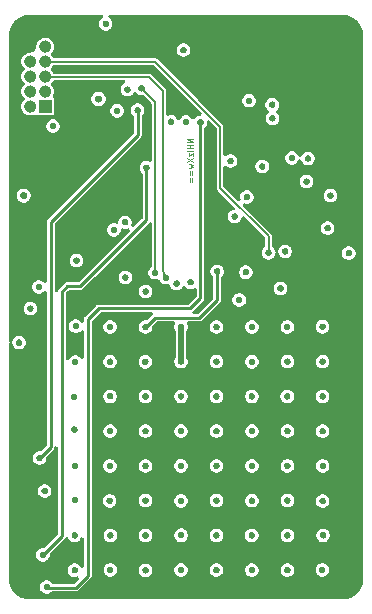
<source format=gbr>
%TF.GenerationSoftware,KiCad,Pcbnew,8.0.2*%
%TF.CreationDate,2024-08-28T15:29:28+05:30*%
%TF.ProjectId,CTF LED matrix,43544620-4c45-4442-906d-61747269782e,rev?*%
%TF.SameCoordinates,Original*%
%TF.FileFunction,Copper,L2,Inr*%
%TF.FilePolarity,Positive*%
%FSLAX46Y46*%
G04 Gerber Fmt 4.6, Leading zero omitted, Abs format (unit mm)*
G04 Created by KiCad (PCBNEW 8.0.2) date 2024-08-28 15:29:28*
%MOMM*%
%LPD*%
G01*
G04 APERTURE LIST*
%ADD10C,0.125000*%
%TA.AperFunction,NonConductor*%
%ADD11C,0.125000*%
%TD*%
%TA.AperFunction,NonConductor*%
%ADD12C,0.000000*%
%TD*%
%TA.AperFunction,NonConductor*%
%ADD13C,0.550000*%
%TD*%
%TA.AperFunction,ViaPad*%
%ADD14C,0.700010*%
%TD*%
%TA.AperFunction,ViaPad*%
%ADD15C,0.300010*%
%TD*%
%TA.AperFunction,ViaPad*%
%ADD16C,0.500010*%
%TD*%
%TA.AperFunction,Conductor*%
%ADD17C,0.254000*%
%TD*%
%TA.AperFunction,Conductor*%
%ADD18C,0.500000*%
%TD*%
%TA.AperFunction,Conductor*%
%ADD19C,0.150000*%
%TD*%
G04 APERTURE END LIST*
D10*
D11*
X146932309Y-83001283D02*
X146432309Y-83001283D01*
X146432309Y-83001283D02*
X146932309Y-83286997D01*
X146932309Y-83286997D02*
X146432309Y-83286997D01*
X146932309Y-83525093D02*
X146432309Y-83525093D01*
X146670404Y-83525093D02*
X146670404Y-83810807D01*
X146932309Y-83810807D02*
X146432309Y-83810807D01*
X146932309Y-84048903D02*
X146432309Y-84048903D01*
X146598976Y-84239379D02*
X146598976Y-84501284D01*
X146598976Y-84501284D02*
X146932309Y-84239379D01*
X146932309Y-84239379D02*
X146932309Y-84501284D01*
X146432309Y-84644141D02*
X146932309Y-84977474D01*
X146432309Y-84977474D02*
X146932309Y-84644141D01*
X146598976Y-85120331D02*
X146932309Y-85215569D01*
X146932309Y-85215569D02*
X146694214Y-85310807D01*
X146694214Y-85310807D02*
X146932309Y-85406045D01*
X146932309Y-85406045D02*
X146598976Y-85501283D01*
X146670404Y-85691760D02*
X146670404Y-86072713D01*
X146813261Y-86072713D02*
X146813261Y-85691760D01*
X146670404Y-86310808D02*
X146670404Y-86691761D01*
X146813261Y-86691761D02*
X146813261Y-86310808D01*
D12*
%TA.AperFunction,NonConductor*%
G36*
X140916060Y-99154220D02*
G01*
X140929490Y-99155550D01*
X140942850Y-99157530D01*
X140956080Y-99160160D01*
X140969180Y-99163440D01*
X140982090Y-99167360D01*
X140994800Y-99171910D01*
X141007270Y-99177070D01*
X141019470Y-99182840D01*
X141031380Y-99189210D01*
X141042950Y-99196140D01*
X141054180Y-99203640D01*
X141065020Y-99211680D01*
X141075450Y-99220250D01*
X141085450Y-99229310D01*
X141095000Y-99238860D01*
X141104060Y-99248860D01*
X141112630Y-99259290D01*
X141120670Y-99270130D01*
X141128170Y-99281360D01*
X141135100Y-99292930D01*
X141141470Y-99304840D01*
X141147240Y-99317040D01*
X141152400Y-99329510D01*
X141156950Y-99342220D01*
X141160870Y-99355130D01*
X141164150Y-99368230D01*
X141166780Y-99381460D01*
X141168760Y-99394820D01*
X141170090Y-99408250D01*
X141170750Y-99421730D01*
X141170750Y-99435230D01*
X141170090Y-99448710D01*
X141168760Y-99462140D01*
X141166780Y-99475500D01*
X141164150Y-99488730D01*
X141160870Y-99501830D01*
X141156950Y-99514740D01*
X141152400Y-99527450D01*
X141147240Y-99539920D01*
X141141470Y-99552120D01*
X141135100Y-99564030D01*
X141128170Y-99575600D01*
X141120670Y-99586830D01*
X141112630Y-99597670D01*
X141104060Y-99608100D01*
X141095000Y-99618100D01*
X141085450Y-99627650D01*
X141075450Y-99636710D01*
X141065020Y-99645280D01*
X141054180Y-99653320D01*
X141042950Y-99660820D01*
X141031380Y-99667750D01*
X141019470Y-99674120D01*
X141007270Y-99679890D01*
X140994800Y-99685050D01*
X140982090Y-99689600D01*
X140969180Y-99693520D01*
X140956080Y-99696800D01*
X140942850Y-99699430D01*
X140929490Y-99701410D01*
X140916060Y-99702740D01*
X140902580Y-99703400D01*
X140889080Y-99703400D01*
X140875600Y-99702740D01*
X140862170Y-99701410D01*
X140848810Y-99699430D01*
X140835580Y-99696800D01*
X140822480Y-99693520D01*
X140809570Y-99689600D01*
X140796860Y-99685050D01*
X140784390Y-99679890D01*
X140772190Y-99674120D01*
X140760280Y-99667750D01*
X140748710Y-99660820D01*
X140737480Y-99653320D01*
X140726640Y-99645280D01*
X140716210Y-99636710D01*
X140706210Y-99627650D01*
X140696660Y-99618100D01*
X140687600Y-99608100D01*
X140679030Y-99597670D01*
X140670990Y-99586830D01*
X140663490Y-99575600D01*
X140656560Y-99564030D01*
X140650190Y-99552120D01*
X140644420Y-99539920D01*
X140639260Y-99527450D01*
X140634710Y-99514740D01*
X140630790Y-99501830D01*
X140627510Y-99488730D01*
X140624880Y-99475500D01*
X140622900Y-99462140D01*
X140621570Y-99448710D01*
X140620910Y-99435230D01*
X140620910Y-99421730D01*
X140621570Y-99408250D01*
X140622900Y-99394820D01*
X140624880Y-99381460D01*
X140627510Y-99368230D01*
X140630790Y-99355130D01*
X140634710Y-99342220D01*
X140639260Y-99329510D01*
X140644420Y-99317040D01*
X140650190Y-99304840D01*
X140656560Y-99292930D01*
X140663490Y-99281360D01*
X140670990Y-99270130D01*
X140679030Y-99259290D01*
X140687600Y-99248860D01*
X140696660Y-99238860D01*
X140706210Y-99229310D01*
X140716210Y-99220250D01*
X140726640Y-99211680D01*
X140737480Y-99203640D01*
X140748710Y-99196140D01*
X140760280Y-99189210D01*
X140772190Y-99182840D01*
X140784390Y-99177070D01*
X140796860Y-99171910D01*
X140809570Y-99167360D01*
X140822480Y-99163440D01*
X140835580Y-99160160D01*
X140848810Y-99157530D01*
X140862170Y-99155550D01*
X140875600Y-99154220D01*
X140889080Y-99153560D01*
X140902580Y-99153560D01*
X140916060Y-99154220D01*
G37*
%TD.AperFunction*%
%TA.AperFunction,NonConductor*%
G36*
X155918160Y-102106520D02*
G01*
X155931590Y-102107850D01*
X155944950Y-102109830D01*
X155958180Y-102112460D01*
X155971280Y-102115740D01*
X155984190Y-102119660D01*
X155996900Y-102124210D01*
X156009370Y-102129370D01*
X156021570Y-102135140D01*
X156033480Y-102141510D01*
X156045050Y-102148440D01*
X156056280Y-102155940D01*
X156067120Y-102163980D01*
X156077550Y-102172550D01*
X156087550Y-102181610D01*
X156097100Y-102191160D01*
X156106160Y-102201160D01*
X156114730Y-102211590D01*
X156122770Y-102222430D01*
X156130270Y-102233660D01*
X156137200Y-102245230D01*
X156143570Y-102257140D01*
X156149340Y-102269340D01*
X156154500Y-102281810D01*
X156159050Y-102294520D01*
X156162970Y-102307430D01*
X156166250Y-102320530D01*
X156168880Y-102333760D01*
X156170860Y-102347120D01*
X156172190Y-102360550D01*
X156172850Y-102374030D01*
X156172850Y-102387530D01*
X156172190Y-102401010D01*
X156170860Y-102414440D01*
X156168880Y-102427800D01*
X156166250Y-102441030D01*
X156162970Y-102454130D01*
X156159050Y-102467040D01*
X156154500Y-102479750D01*
X156149340Y-102492220D01*
X156143570Y-102504420D01*
X156137200Y-102516330D01*
X156130270Y-102527900D01*
X156122770Y-102539130D01*
X156114730Y-102549970D01*
X156106160Y-102560400D01*
X156097100Y-102570400D01*
X156087550Y-102579950D01*
X156077550Y-102589010D01*
X156067120Y-102597580D01*
X156056280Y-102605620D01*
X156045050Y-102613120D01*
X156033480Y-102620050D01*
X156021570Y-102626420D01*
X156009370Y-102632190D01*
X155996900Y-102637350D01*
X155984190Y-102641900D01*
X155971280Y-102645820D01*
X155958180Y-102649100D01*
X155944950Y-102651730D01*
X155931590Y-102653710D01*
X155918160Y-102655040D01*
X155904680Y-102655700D01*
X155891180Y-102655700D01*
X155877700Y-102655040D01*
X155864270Y-102653710D01*
X155850910Y-102651730D01*
X155837680Y-102649100D01*
X155824580Y-102645820D01*
X155811670Y-102641900D01*
X155798960Y-102637350D01*
X155786490Y-102632190D01*
X155774290Y-102626420D01*
X155762380Y-102620050D01*
X155750810Y-102613120D01*
X155739580Y-102605620D01*
X155728740Y-102597580D01*
X155718310Y-102589010D01*
X155708310Y-102579950D01*
X155698760Y-102570400D01*
X155689700Y-102560400D01*
X155681130Y-102549970D01*
X155673090Y-102539130D01*
X155665590Y-102527900D01*
X155658660Y-102516330D01*
X155652290Y-102504420D01*
X155646520Y-102492220D01*
X155641360Y-102479750D01*
X155636810Y-102467040D01*
X155632890Y-102454130D01*
X155629610Y-102441030D01*
X155626980Y-102427800D01*
X155625000Y-102414440D01*
X155623670Y-102401010D01*
X155623010Y-102387530D01*
X155623010Y-102374030D01*
X155623670Y-102360550D01*
X155625000Y-102347120D01*
X155626980Y-102333760D01*
X155629610Y-102320530D01*
X155632890Y-102307430D01*
X155636810Y-102294520D01*
X155641360Y-102281810D01*
X155646520Y-102269340D01*
X155652290Y-102257140D01*
X155658660Y-102245230D01*
X155665590Y-102233660D01*
X155673090Y-102222430D01*
X155681130Y-102211590D01*
X155689700Y-102201160D01*
X155698760Y-102191160D01*
X155708310Y-102181610D01*
X155718310Y-102172550D01*
X155728740Y-102163980D01*
X155739580Y-102155940D01*
X155750810Y-102148440D01*
X155762380Y-102141510D01*
X155774290Y-102135140D01*
X155786490Y-102129370D01*
X155798960Y-102124210D01*
X155811670Y-102119660D01*
X155824580Y-102115740D01*
X155837680Y-102112460D01*
X155850910Y-102109830D01*
X155864270Y-102107850D01*
X155877700Y-102106520D01*
X155891180Y-102105860D01*
X155904680Y-102105860D01*
X155918160Y-102106520D01*
G37*
%TD.AperFunction*%
%TA.AperFunction,NonConductor*%
G36*
X137846060Y-84170120D02*
G01*
X137859490Y-84171450D01*
X137872850Y-84173430D01*
X137886080Y-84176060D01*
X137899180Y-84179340D01*
X137912090Y-84183260D01*
X137924800Y-84187810D01*
X137937270Y-84192970D01*
X137949470Y-84198740D01*
X137961380Y-84205110D01*
X137972950Y-84212040D01*
X137984180Y-84219540D01*
X137995020Y-84227580D01*
X138005450Y-84236150D01*
X138015450Y-84245210D01*
X138025000Y-84254760D01*
X138034060Y-84264760D01*
X138042630Y-84275190D01*
X138050670Y-84286030D01*
X138058170Y-84297260D01*
X138065100Y-84308830D01*
X138071470Y-84320740D01*
X138077240Y-84332940D01*
X138082400Y-84345410D01*
X138086950Y-84358120D01*
X138090870Y-84371030D01*
X138094150Y-84384130D01*
X138096780Y-84397360D01*
X138098760Y-84410720D01*
X138100090Y-84424150D01*
X138100750Y-84437630D01*
X138100750Y-84451130D01*
X138100090Y-84464610D01*
X138098760Y-84478040D01*
X138096780Y-84491400D01*
X138094150Y-84504630D01*
X138090870Y-84517730D01*
X138086950Y-84530640D01*
X138082400Y-84543350D01*
X138077240Y-84555820D01*
X138071470Y-84568020D01*
X138065100Y-84579930D01*
X138058170Y-84591500D01*
X138050670Y-84602730D01*
X138042630Y-84613570D01*
X138034060Y-84624000D01*
X138025000Y-84634000D01*
X138015450Y-84643550D01*
X138005450Y-84652610D01*
X137995020Y-84661180D01*
X137984180Y-84669220D01*
X137972950Y-84676720D01*
X137961380Y-84683650D01*
X137949470Y-84690020D01*
X137937270Y-84695790D01*
X137924800Y-84700950D01*
X137912090Y-84705500D01*
X137899180Y-84709420D01*
X137886080Y-84712700D01*
X137872850Y-84715330D01*
X137859490Y-84717310D01*
X137846060Y-84718640D01*
X137832580Y-84719300D01*
X137819080Y-84719300D01*
X137805600Y-84718640D01*
X137792170Y-84717310D01*
X137778810Y-84715330D01*
X137765580Y-84712700D01*
X137752480Y-84709420D01*
X137739570Y-84705500D01*
X137726860Y-84700950D01*
X137714390Y-84695790D01*
X137702190Y-84690020D01*
X137690280Y-84683650D01*
X137678710Y-84676720D01*
X137667480Y-84669220D01*
X137656640Y-84661180D01*
X137646210Y-84652610D01*
X137636210Y-84643550D01*
X137626660Y-84634000D01*
X137617600Y-84624000D01*
X137609030Y-84613570D01*
X137600990Y-84602730D01*
X137593490Y-84591500D01*
X137586560Y-84579930D01*
X137580190Y-84568020D01*
X137574420Y-84555820D01*
X137569260Y-84543350D01*
X137564710Y-84530640D01*
X137560790Y-84517730D01*
X137557510Y-84504630D01*
X137554880Y-84491400D01*
X137552900Y-84478040D01*
X137551570Y-84464610D01*
X137550910Y-84451130D01*
X137550910Y-84437630D01*
X137551570Y-84424150D01*
X137552900Y-84410720D01*
X137554880Y-84397360D01*
X137557510Y-84384130D01*
X137560790Y-84371030D01*
X137564710Y-84358120D01*
X137569260Y-84345410D01*
X137574420Y-84332940D01*
X137580190Y-84320740D01*
X137586560Y-84308830D01*
X137593490Y-84297260D01*
X137600990Y-84286030D01*
X137609030Y-84275190D01*
X137617600Y-84264760D01*
X137626660Y-84254760D01*
X137636210Y-84245210D01*
X137646210Y-84236150D01*
X137656640Y-84227580D01*
X137667480Y-84219540D01*
X137678710Y-84212040D01*
X137690280Y-84205110D01*
X137702190Y-84198740D01*
X137714390Y-84192970D01*
X137726860Y-84187810D01*
X137739570Y-84183260D01*
X137752480Y-84179340D01*
X137765580Y-84176060D01*
X137778810Y-84173430D01*
X137792170Y-84171450D01*
X137805600Y-84170120D01*
X137819080Y-84169460D01*
X137832580Y-84169460D01*
X137846060Y-84170120D01*
G37*
%TD.AperFunction*%
%TA.AperFunction,NonConductor*%
G36*
X140034560Y-88869420D02*
G01*
X140047990Y-88870750D01*
X140061350Y-88872730D01*
X140074580Y-88875360D01*
X140087680Y-88878640D01*
X140100590Y-88882560D01*
X140113300Y-88887110D01*
X140125770Y-88892270D01*
X140137970Y-88898040D01*
X140149880Y-88904410D01*
X140161450Y-88911340D01*
X140172680Y-88918840D01*
X140183520Y-88926880D01*
X140193950Y-88935450D01*
X140203950Y-88944510D01*
X140213500Y-88954060D01*
X140222560Y-88964060D01*
X140231130Y-88974490D01*
X140239170Y-88985330D01*
X140246670Y-88996560D01*
X140253600Y-89008130D01*
X140259970Y-89020040D01*
X140265740Y-89032240D01*
X140270900Y-89044710D01*
X140275450Y-89057420D01*
X140279370Y-89070330D01*
X140282650Y-89083430D01*
X140285280Y-89096660D01*
X140287260Y-89110020D01*
X140288590Y-89123450D01*
X140289250Y-89136930D01*
X140289250Y-89150430D01*
X140288590Y-89163910D01*
X140287260Y-89177340D01*
X140285280Y-89190700D01*
X140282650Y-89203930D01*
X140279370Y-89217030D01*
X140275450Y-89229940D01*
X140270900Y-89242650D01*
X140265740Y-89255120D01*
X140259970Y-89267320D01*
X140253600Y-89279230D01*
X140246670Y-89290800D01*
X140239170Y-89302030D01*
X140231130Y-89312870D01*
X140222560Y-89323300D01*
X140213500Y-89333300D01*
X140203950Y-89342850D01*
X140193950Y-89351910D01*
X140183520Y-89360480D01*
X140172680Y-89368520D01*
X140161450Y-89376020D01*
X140149880Y-89382950D01*
X140137970Y-89389320D01*
X140125770Y-89395090D01*
X140113300Y-89400250D01*
X140100590Y-89404800D01*
X140087680Y-89408720D01*
X140074580Y-89412000D01*
X140061350Y-89414630D01*
X140047990Y-89416610D01*
X140034560Y-89417940D01*
X140021080Y-89418600D01*
X140007580Y-89418600D01*
X139994100Y-89417940D01*
X139980670Y-89416610D01*
X139967310Y-89414630D01*
X139954080Y-89412000D01*
X139940980Y-89408720D01*
X139928070Y-89404800D01*
X139915360Y-89400250D01*
X139902890Y-89395090D01*
X139890690Y-89389320D01*
X139878780Y-89382950D01*
X139867210Y-89376020D01*
X139855980Y-89368520D01*
X139845140Y-89360480D01*
X139834710Y-89351910D01*
X139824710Y-89342850D01*
X139815160Y-89333300D01*
X139806100Y-89323300D01*
X139797530Y-89312870D01*
X139789490Y-89302030D01*
X139781990Y-89290800D01*
X139775060Y-89279230D01*
X139768690Y-89267320D01*
X139762920Y-89255120D01*
X139757760Y-89242650D01*
X139753210Y-89229940D01*
X139749290Y-89217030D01*
X139746010Y-89203930D01*
X139743380Y-89190700D01*
X139741400Y-89177340D01*
X139740070Y-89163910D01*
X139739410Y-89150430D01*
X139739410Y-89136930D01*
X139740070Y-89123450D01*
X139741400Y-89110020D01*
X139743380Y-89096660D01*
X139746010Y-89083430D01*
X139749290Y-89070330D01*
X139753210Y-89057420D01*
X139757760Y-89044710D01*
X139762920Y-89032240D01*
X139768690Y-89020040D01*
X139775060Y-89008130D01*
X139781990Y-88996560D01*
X139789490Y-88985330D01*
X139797530Y-88974490D01*
X139806100Y-88964060D01*
X139815160Y-88954060D01*
X139824710Y-88944510D01*
X139834710Y-88935450D01*
X139845140Y-88926880D01*
X139855980Y-88918840D01*
X139867210Y-88911340D01*
X139878780Y-88904410D01*
X139890690Y-88898040D01*
X139902890Y-88892270D01*
X139915360Y-88887110D01*
X139928070Y-88882560D01*
X139940980Y-88878640D01*
X139954080Y-88875360D01*
X139967310Y-88872730D01*
X139980670Y-88870750D01*
X139994100Y-88869420D01*
X140007580Y-88868760D01*
X140021080Y-88868760D01*
X140034560Y-88869420D01*
G37*
%TD.AperFunction*%
%TA.AperFunction,NonConductor*%
G36*
X155915960Y-107986020D02*
G01*
X155929390Y-107987350D01*
X155942750Y-107989330D01*
X155955980Y-107991960D01*
X155969080Y-107995240D01*
X155981990Y-107999160D01*
X155994700Y-108003710D01*
X156007170Y-108008870D01*
X156019370Y-108014640D01*
X156031280Y-108021010D01*
X156042850Y-108027940D01*
X156054080Y-108035440D01*
X156064920Y-108043480D01*
X156075350Y-108052050D01*
X156085350Y-108061110D01*
X156094900Y-108070660D01*
X156103960Y-108080660D01*
X156112530Y-108091090D01*
X156120570Y-108101930D01*
X156128070Y-108113160D01*
X156135000Y-108124730D01*
X156141370Y-108136640D01*
X156147140Y-108148840D01*
X156152300Y-108161310D01*
X156156850Y-108174020D01*
X156160770Y-108186930D01*
X156164050Y-108200030D01*
X156166680Y-108213260D01*
X156168660Y-108226620D01*
X156169990Y-108240050D01*
X156170650Y-108253530D01*
X156170650Y-108267030D01*
X156169990Y-108280510D01*
X156168660Y-108293940D01*
X156166680Y-108307300D01*
X156164050Y-108320530D01*
X156160770Y-108333630D01*
X156156850Y-108346540D01*
X156152300Y-108359250D01*
X156147140Y-108371720D01*
X156141370Y-108383920D01*
X156135000Y-108395830D01*
X156128070Y-108407400D01*
X156120570Y-108418630D01*
X156112530Y-108429470D01*
X156103960Y-108439900D01*
X156094900Y-108449900D01*
X156085350Y-108459450D01*
X156075350Y-108468510D01*
X156064920Y-108477080D01*
X156054080Y-108485120D01*
X156042850Y-108492620D01*
X156031280Y-108499550D01*
X156019370Y-108505920D01*
X156007170Y-108511690D01*
X155994700Y-108516850D01*
X155981990Y-108521400D01*
X155969080Y-108525320D01*
X155955980Y-108528600D01*
X155942750Y-108531230D01*
X155929390Y-108533210D01*
X155915960Y-108534540D01*
X155902480Y-108535200D01*
X155888980Y-108535200D01*
X155875500Y-108534540D01*
X155862070Y-108533210D01*
X155848710Y-108531230D01*
X155835480Y-108528600D01*
X155822380Y-108525320D01*
X155809470Y-108521400D01*
X155796760Y-108516850D01*
X155784290Y-108511690D01*
X155772090Y-108505920D01*
X155760180Y-108499550D01*
X155748610Y-108492620D01*
X155737380Y-108485120D01*
X155726540Y-108477080D01*
X155716110Y-108468510D01*
X155706110Y-108459450D01*
X155696560Y-108449900D01*
X155687500Y-108439900D01*
X155678930Y-108429470D01*
X155670890Y-108418630D01*
X155663390Y-108407400D01*
X155656460Y-108395830D01*
X155650090Y-108383920D01*
X155644320Y-108371720D01*
X155639160Y-108359250D01*
X155634610Y-108346540D01*
X155630690Y-108333630D01*
X155627410Y-108320530D01*
X155624780Y-108307300D01*
X155622800Y-108293940D01*
X155621470Y-108280510D01*
X155620810Y-108267030D01*
X155620810Y-108253530D01*
X155621470Y-108240050D01*
X155622800Y-108226620D01*
X155624780Y-108213260D01*
X155627410Y-108200030D01*
X155630690Y-108186930D01*
X155634610Y-108174020D01*
X155639160Y-108161310D01*
X155644320Y-108148840D01*
X155650090Y-108136640D01*
X155656460Y-108124730D01*
X155663390Y-108113160D01*
X155670890Y-108101930D01*
X155678930Y-108091090D01*
X155687500Y-108080660D01*
X155696560Y-108070660D01*
X155706110Y-108061110D01*
X155716110Y-108052050D01*
X155726540Y-108043480D01*
X155737380Y-108035440D01*
X155748610Y-108027940D01*
X155760180Y-108021010D01*
X155772090Y-108014640D01*
X155784290Y-108008870D01*
X155796760Y-108003710D01*
X155809470Y-107999160D01*
X155822380Y-107995240D01*
X155835480Y-107991960D01*
X155848710Y-107989330D01*
X155862070Y-107987350D01*
X155875500Y-107986020D01*
X155888980Y-107985360D01*
X155902480Y-107985360D01*
X155915960Y-107986020D01*
G37*
%TD.AperFunction*%
%TA.AperFunction,NonConductor*%
G36*
X152912560Y-105043320D02*
G01*
X152925990Y-105044650D01*
X152939350Y-105046630D01*
X152952580Y-105049260D01*
X152965680Y-105052540D01*
X152978590Y-105056460D01*
X152991300Y-105061010D01*
X153003770Y-105066170D01*
X153015970Y-105071940D01*
X153027880Y-105078310D01*
X153039450Y-105085240D01*
X153050680Y-105092740D01*
X153061520Y-105100780D01*
X153071950Y-105109350D01*
X153081950Y-105118410D01*
X153091500Y-105127960D01*
X153100560Y-105137960D01*
X153109130Y-105148390D01*
X153117170Y-105159230D01*
X153124670Y-105170460D01*
X153131600Y-105182030D01*
X153137970Y-105193940D01*
X153143740Y-105206140D01*
X153148900Y-105218610D01*
X153153450Y-105231320D01*
X153157370Y-105244230D01*
X153160650Y-105257330D01*
X153163280Y-105270560D01*
X153165260Y-105283920D01*
X153166590Y-105297350D01*
X153167250Y-105310830D01*
X153167250Y-105324330D01*
X153166590Y-105337810D01*
X153165260Y-105351240D01*
X153163280Y-105364600D01*
X153160650Y-105377830D01*
X153157370Y-105390930D01*
X153153450Y-105403840D01*
X153148900Y-105416550D01*
X153143740Y-105429020D01*
X153137970Y-105441220D01*
X153131600Y-105453130D01*
X153124670Y-105464700D01*
X153117170Y-105475930D01*
X153109130Y-105486770D01*
X153100560Y-105497200D01*
X153091500Y-105507200D01*
X153081950Y-105516750D01*
X153071950Y-105525810D01*
X153061520Y-105534380D01*
X153050680Y-105542420D01*
X153039450Y-105549920D01*
X153027880Y-105556850D01*
X153015970Y-105563220D01*
X153003770Y-105568990D01*
X152991300Y-105574150D01*
X152978590Y-105578700D01*
X152965680Y-105582620D01*
X152952580Y-105585900D01*
X152939350Y-105588530D01*
X152925990Y-105590510D01*
X152912560Y-105591840D01*
X152899080Y-105592500D01*
X152885580Y-105592500D01*
X152872100Y-105591840D01*
X152858670Y-105590510D01*
X152845310Y-105588530D01*
X152832080Y-105585900D01*
X152818980Y-105582620D01*
X152806070Y-105578700D01*
X152793360Y-105574150D01*
X152780890Y-105568990D01*
X152768690Y-105563220D01*
X152756780Y-105556850D01*
X152745210Y-105549920D01*
X152733980Y-105542420D01*
X152723140Y-105534380D01*
X152712710Y-105525810D01*
X152702710Y-105516750D01*
X152693160Y-105507200D01*
X152684100Y-105497200D01*
X152675530Y-105486770D01*
X152667490Y-105475930D01*
X152659990Y-105464700D01*
X152653060Y-105453130D01*
X152646690Y-105441220D01*
X152640920Y-105429020D01*
X152635760Y-105416550D01*
X152631210Y-105403840D01*
X152627290Y-105390930D01*
X152624010Y-105377830D01*
X152621380Y-105364600D01*
X152619400Y-105351240D01*
X152618070Y-105337810D01*
X152617410Y-105324330D01*
X152617410Y-105310830D01*
X152618070Y-105297350D01*
X152619400Y-105283920D01*
X152621380Y-105270560D01*
X152624010Y-105257330D01*
X152627290Y-105244230D01*
X152631210Y-105231320D01*
X152635760Y-105218610D01*
X152640920Y-105206140D01*
X152646690Y-105193940D01*
X152653060Y-105182030D01*
X152659990Y-105170460D01*
X152667490Y-105159230D01*
X152675530Y-105148390D01*
X152684100Y-105137960D01*
X152693160Y-105127960D01*
X152702710Y-105118410D01*
X152712710Y-105109350D01*
X152723140Y-105100780D01*
X152733980Y-105092740D01*
X152745210Y-105085240D01*
X152756780Y-105078310D01*
X152768690Y-105071940D01*
X152780890Y-105066170D01*
X152793360Y-105061010D01*
X152806070Y-105056460D01*
X152818980Y-105052540D01*
X152832080Y-105049260D01*
X152845310Y-105046630D01*
X152858670Y-105044650D01*
X152872100Y-105043320D01*
X152885580Y-105042660D01*
X152899080Y-105042660D01*
X152912560Y-105043320D01*
G37*
%TD.AperFunction*%
%TA.AperFunction,NonConductor*%
G36*
X139312830Y-72722380D02*
G01*
X139164830Y-72806380D01*
X139057830Y-72913380D01*
X139054830Y-72917380D01*
X138980830Y-73046380D01*
X138943830Y-73190380D01*
X138943830Y-73340380D01*
X138980830Y-73483380D01*
X139056830Y-73615380D01*
X139165830Y-73724380D01*
X139298830Y-73800380D01*
X139438830Y-73837380D01*
X139591830Y-73837380D01*
X139734830Y-73800380D01*
X139868830Y-73723380D01*
X139972830Y-73618380D01*
X140048830Y-73487380D01*
X140088830Y-73338380D01*
X140088830Y-73191380D01*
X140048830Y-73042380D01*
X139973830Y-72914380D01*
X139865830Y-72805380D01*
X139718830Y-72720380D01*
X139778830Y-72498380D01*
X159560830Y-72498380D01*
X159615830Y-72499380D01*
X159617830Y-72499380D01*
X159685830Y-72502380D01*
X159687830Y-72502380D01*
X159787830Y-72510380D01*
X159790830Y-72513380D01*
X159800830Y-72514380D01*
X159803830Y-72514380D01*
X159845830Y-72521380D01*
X159846830Y-72521380D01*
X159897830Y-72529380D01*
X159902830Y-72530380D01*
X159967830Y-72545380D01*
X159969830Y-72545380D01*
X160010830Y-72556380D01*
X160013830Y-72557380D01*
X160073830Y-72574380D01*
X160074830Y-72575380D01*
X160130830Y-72592380D01*
X160133830Y-72593380D01*
X160186830Y-72612380D01*
X160189830Y-72613380D01*
X160227830Y-72628380D01*
X160229830Y-72629380D01*
X160290830Y-72656380D01*
X160292830Y-72656380D01*
X160329830Y-72673380D01*
X160333830Y-72675380D01*
X160383830Y-72702380D01*
X160386830Y-72703380D01*
X160443830Y-72735380D01*
X160446830Y-72737380D01*
X160491830Y-72765380D01*
X160530830Y-72788380D01*
X160532830Y-72790380D01*
X160589830Y-72829380D01*
X160592830Y-72831380D01*
X160602830Y-72839380D01*
X160606830Y-72837380D01*
X160712830Y-72926380D01*
X160714830Y-72928380D01*
X160753830Y-72964380D01*
X160755830Y-72966380D01*
X160804830Y-73013380D01*
X160805830Y-73015380D01*
X160846830Y-73057380D01*
X160848830Y-73059380D01*
X160885830Y-73099380D01*
X160887830Y-73101380D01*
X160975830Y-73207380D01*
X160973830Y-73210380D01*
X160989830Y-73232380D01*
X160991830Y-73235380D01*
X161022830Y-73280380D01*
X161024830Y-73283380D01*
X161048830Y-73321380D01*
X161048830Y-73322380D01*
X161083830Y-73379380D01*
X161084830Y-73382380D01*
X161111830Y-73429380D01*
X161112830Y-73431380D01*
X161137830Y-73479380D01*
X161139830Y-73483380D01*
X161156830Y-73520380D01*
X161156830Y-73522380D01*
X161183830Y-73583380D01*
X161184830Y-73585380D01*
X161199830Y-73623380D01*
X161200830Y-73625380D01*
X161223830Y-73690380D01*
X161224830Y-73693380D01*
X161240830Y-73746380D01*
X161241830Y-73748380D01*
X161256830Y-73800380D01*
X161256830Y-73802380D01*
X161270830Y-73855380D01*
X161270830Y-73858380D01*
X161282830Y-73913380D01*
X161283830Y-73916380D01*
X161291830Y-73966380D01*
X161291830Y-73967380D01*
X161298830Y-74009380D01*
X161298830Y-74012380D01*
X161299830Y-74022380D01*
X161302830Y-74025380D01*
X161310830Y-74125380D01*
X161310830Y-74127380D01*
X161313830Y-74195380D01*
X161313830Y-74197380D01*
X161314830Y-74252380D01*
X161314830Y-120250380D01*
X161313830Y-120299380D01*
X161313830Y-120301380D01*
X161310830Y-120369380D01*
X161310830Y-120371380D01*
X161302830Y-120471380D01*
X161299830Y-120474380D01*
X161298830Y-120484380D01*
X161298830Y-120487380D01*
X161291830Y-120529380D01*
X161291830Y-120530380D01*
X161283830Y-120580380D01*
X161282830Y-120583380D01*
X161267830Y-120650380D01*
X161267830Y-120653380D01*
X161256830Y-120694380D01*
X161256830Y-120696380D01*
X161237830Y-120762380D01*
X161236830Y-120764380D01*
X161219830Y-120815380D01*
X161219830Y-120817380D01*
X161200830Y-120870380D01*
X161199830Y-120873380D01*
X161180830Y-120921380D01*
X161179830Y-120923380D01*
X161156830Y-120975380D01*
X161156830Y-120976380D01*
X161139830Y-121013380D01*
X161137830Y-121017380D01*
X161111830Y-121065380D01*
X161110830Y-121067380D01*
X161077830Y-121127380D01*
X161075830Y-121130380D01*
X161047830Y-121175380D01*
X161024830Y-121214380D01*
X161022830Y-121216380D01*
X160983830Y-121273380D01*
X160981830Y-121276380D01*
X160974830Y-121286380D01*
X160975830Y-121289380D01*
X160887830Y-121395380D01*
X160885830Y-121397380D01*
X160848830Y-121437380D01*
X160846830Y-121439380D01*
X160799830Y-121488380D01*
X160797830Y-121489380D01*
X160755830Y-121530380D01*
X160753830Y-121532380D01*
X160713830Y-121569380D01*
X160711830Y-121571380D01*
X160605830Y-121659380D01*
X160602830Y-121658380D01*
X160592830Y-121665380D01*
X160589830Y-121667380D01*
X160532830Y-121706380D01*
X160530830Y-121708380D01*
X160491830Y-121732380D01*
X160490830Y-121732380D01*
X160433830Y-121767380D01*
X160430830Y-121768380D01*
X160383830Y-121795380D01*
X160381830Y-121796380D01*
X160333830Y-121821380D01*
X160329830Y-121823380D01*
X160292830Y-121840380D01*
X160290830Y-121840380D01*
X160229830Y-121867380D01*
X160227830Y-121868380D01*
X160189830Y-121883380D01*
X160186830Y-121884380D01*
X160133830Y-121903380D01*
X160130830Y-121904380D01*
X160074830Y-121921380D01*
X160073830Y-121922380D01*
X160013830Y-121939380D01*
X160010830Y-121940380D01*
X159969830Y-121951380D01*
X159966830Y-121951380D01*
X159899830Y-121966380D01*
X159896830Y-121967380D01*
X159846830Y-121975380D01*
X159845830Y-121975380D01*
X159803830Y-121982380D01*
X159800830Y-121982380D01*
X159790830Y-121983380D01*
X159787830Y-121986380D01*
X159687830Y-121994380D01*
X159685830Y-121994380D01*
X159617830Y-121997380D01*
X159615830Y-121997380D01*
X159560830Y-121998380D01*
X133068830Y-121998380D01*
X133013830Y-121997380D01*
X133011830Y-121997380D01*
X132943830Y-121994380D01*
X132941830Y-121994380D01*
X132841830Y-121986380D01*
X132838830Y-121983380D01*
X132828830Y-121982380D01*
X132825830Y-121982380D01*
X132783830Y-121975380D01*
X132782830Y-121975380D01*
X132732830Y-121967380D01*
X132729830Y-121966380D01*
X132662830Y-121951380D01*
X132659830Y-121951380D01*
X132618830Y-121940380D01*
X132615830Y-121939380D01*
X132555830Y-121922380D01*
X132554830Y-121921380D01*
X132498830Y-121904380D01*
X132495830Y-121903380D01*
X132442830Y-121884380D01*
X132439830Y-121883380D01*
X132401830Y-121868380D01*
X132399830Y-121867380D01*
X132338830Y-121840380D01*
X132336830Y-121840380D01*
X132299830Y-121823380D01*
X132295830Y-121821380D01*
X132247830Y-121795380D01*
X132245830Y-121794380D01*
X132185830Y-121761380D01*
X132182830Y-121759380D01*
X132137830Y-121731380D01*
X132098830Y-121708380D01*
X132096830Y-121706380D01*
X132039830Y-121667380D01*
X132036830Y-121665380D01*
X132026830Y-121658380D01*
X132023830Y-121659380D01*
X131917830Y-121571380D01*
X131915830Y-121569380D01*
X131875830Y-121532380D01*
X131873830Y-121530380D01*
X131824830Y-121483380D01*
X131823830Y-121481380D01*
X131782830Y-121439380D01*
X131780830Y-121437380D01*
X131743830Y-121397380D01*
X131741830Y-121395380D01*
X131653830Y-121289380D01*
X131655830Y-121286380D01*
X131639830Y-121264380D01*
X131637830Y-121261380D01*
X131606830Y-121216380D01*
X131604830Y-121213380D01*
X131580830Y-121175380D01*
X131580830Y-121174380D01*
X131545830Y-121117380D01*
X131544830Y-121114380D01*
X131517830Y-121067380D01*
X131516830Y-121065380D01*
X131491830Y-121017380D01*
X131489830Y-121013380D01*
X131472830Y-120976380D01*
X131472830Y-120974380D01*
X131445830Y-120913380D01*
X131444830Y-120911380D01*
X131429830Y-120873380D01*
X131428830Y-120871380D01*
X131405830Y-120806380D01*
X131404830Y-120803380D01*
X131388830Y-120750380D01*
X131387830Y-120748380D01*
X131372830Y-120696380D01*
X131372830Y-120694380D01*
X131358830Y-120641380D01*
X131358830Y-120638380D01*
X131346830Y-120583380D01*
X131345830Y-120580380D01*
X131337830Y-120530380D01*
X131337830Y-120529380D01*
X131330830Y-120487380D01*
X131330830Y-120484380D01*
X131329830Y-120474380D01*
X131326830Y-120471380D01*
X131318830Y-120371380D01*
X131318830Y-120369380D01*
X131315830Y-120301380D01*
X131315830Y-120299380D01*
X131314830Y-120244380D01*
X131314830Y-112901380D01*
X133774830Y-112901380D01*
X133775830Y-112905380D01*
X133811830Y-113033380D01*
X133812830Y-113034380D01*
X133812830Y-113035380D01*
X133815830Y-113043380D01*
X133887830Y-113171380D01*
X133996830Y-113280380D01*
X134128830Y-113356380D01*
X134271830Y-113393380D01*
X134422830Y-113393380D01*
X134565830Y-113356380D01*
X134697830Y-113280380D01*
X134806830Y-113171380D01*
X134882830Y-113038380D01*
X134919830Y-112898380D01*
X134919830Y-112745380D01*
X134882830Y-112602380D01*
X134804830Y-112468380D01*
X134805830Y-112468380D01*
X134700830Y-112364380D01*
X134569830Y-112288380D01*
X134420830Y-112248380D01*
X134273830Y-112248380D01*
X134124830Y-112288380D01*
X133996830Y-112363380D01*
X133888830Y-112471380D01*
X133814830Y-112599380D01*
X133774830Y-112748380D01*
X133774830Y-112901380D01*
X131314830Y-112901380D01*
X131314830Y-112748380D01*
X131314830Y-100302380D01*
X131574830Y-100267380D01*
X131634830Y-100483380D01*
X131709830Y-100613380D01*
X131813830Y-100718380D01*
X131941830Y-100792380D01*
X132092830Y-100833380D01*
X132240830Y-100833380D01*
X132391830Y-100792380D01*
X132516830Y-100719380D01*
X132625830Y-100610380D01*
X132701830Y-100477380D01*
X132738830Y-100337380D01*
X132738830Y-100183380D01*
X132701830Y-100043380D01*
X132625830Y-99910380D01*
X132516830Y-99801380D01*
X132391830Y-99728380D01*
X132240830Y-99687380D01*
X132092830Y-99687380D01*
X131941830Y-99728380D01*
X131813830Y-99802380D01*
X131709830Y-99907380D01*
X131634830Y-100037380D01*
X131574830Y-100253380D01*
X131314830Y-100218380D01*
X131314830Y-97460380D01*
X132558830Y-97460380D01*
X132596830Y-97603380D01*
X132596830Y-97604380D01*
X132670830Y-97733380D01*
X132676830Y-97742380D01*
X132777830Y-97840380D01*
X132907830Y-97916380D01*
X133056830Y-97957380D01*
X133204830Y-97957380D01*
X133356830Y-97916380D01*
X133354830Y-97916380D01*
X133479830Y-97844380D01*
X133591830Y-97733380D01*
X133660830Y-97611380D01*
X133662830Y-97607380D01*
X133703830Y-97458380D01*
X133703830Y-97311380D01*
X133662830Y-97161380D01*
X133589830Y-97035380D01*
X133587830Y-97032380D01*
X133485830Y-96928380D01*
X133483830Y-96926380D01*
X133355830Y-96852380D01*
X133356830Y-96852380D01*
X133204830Y-96811380D01*
X133056830Y-96811380D01*
X132905830Y-96852380D01*
X132780830Y-96925380D01*
X132672830Y-97033380D01*
X132595830Y-97167380D01*
X132558830Y-97308380D01*
X132558830Y-97460380D01*
X131314830Y-97460380D01*
X131314830Y-97308380D01*
X131314830Y-87886380D01*
X131974830Y-87886380D01*
X132014830Y-88038380D01*
X132015830Y-88039380D01*
X132095830Y-88177380D01*
X132204830Y-88286380D01*
X132341830Y-88365380D01*
X132342830Y-88366380D01*
X132494830Y-88406380D01*
X132649830Y-88406380D01*
X132801830Y-88366380D01*
X132802830Y-88365380D01*
X132940830Y-88286380D01*
X133047830Y-88177380D01*
X133051830Y-88172380D01*
X133127830Y-88043380D01*
X133169830Y-87885380D01*
X133169830Y-87732380D01*
X133128830Y-87577380D01*
X133051830Y-87446380D01*
X133046830Y-87439380D01*
X132942830Y-87335380D01*
X132936830Y-87331380D01*
X132803830Y-87252380D01*
X132648830Y-87211380D01*
X132495830Y-87211380D01*
X132337830Y-87253380D01*
X132209830Y-87328380D01*
X132204830Y-87332380D01*
X132094830Y-87440380D01*
X132014830Y-87580380D01*
X132013830Y-87583380D01*
X131974830Y-87732380D01*
X131974830Y-87886380D01*
X131314830Y-87886380D01*
X131314830Y-87732380D01*
X131314830Y-82010380D01*
X134474830Y-82010380D01*
X134515830Y-82159380D01*
X134591830Y-82289380D01*
X134689830Y-82390380D01*
X134698830Y-82396380D01*
X134821830Y-82467380D01*
X134824830Y-82468380D01*
X134973830Y-82509380D01*
X135121830Y-82509380D01*
X135272830Y-82468380D01*
X135395830Y-82396380D01*
X135398830Y-82394380D01*
X135506830Y-82286380D01*
X135579830Y-82161380D01*
X135620830Y-82010380D01*
X135620830Y-81862380D01*
X135579830Y-81711380D01*
X135506830Y-81586380D01*
X135397830Y-81477380D01*
X135272830Y-81404380D01*
X135121830Y-81363380D01*
X134973830Y-81363380D01*
X134824830Y-81404380D01*
X134821830Y-81405380D01*
X134698830Y-81476380D01*
X134688830Y-81483380D01*
X134591830Y-81583380D01*
X134515830Y-81713380D01*
X134474830Y-81862380D01*
X134474830Y-82010380D01*
X131314830Y-82010380D01*
X131314830Y-81862380D01*
X131314830Y-76563380D01*
X132377830Y-76563380D01*
X132429830Y-76757380D01*
X132527830Y-76927380D01*
X132528830Y-76928380D01*
X132640830Y-77043380D01*
X132640830Y-77167380D01*
X132527830Y-77279380D01*
X132429830Y-77450380D01*
X132377830Y-77642380D01*
X132377830Y-77833380D01*
X132429830Y-78027380D01*
X132527830Y-78197380D01*
X132641830Y-78311380D01*
X132641830Y-78435380D01*
X132527830Y-78549380D01*
X132429830Y-78720380D01*
X132377830Y-78912380D01*
X132377830Y-79103380D01*
X132429830Y-79298380D01*
X132430830Y-79299380D01*
X132527830Y-79467380D01*
X132641830Y-79581380D01*
X132641830Y-79705380D01*
X132527830Y-79819380D01*
X132429830Y-79990380D01*
X132377830Y-80182380D01*
X132377830Y-80373380D01*
X132429830Y-80567380D01*
X132527830Y-80737380D01*
X132664830Y-80875380D01*
X132665830Y-80876380D01*
X132837830Y-80974380D01*
X133022830Y-81023380D01*
X133219830Y-81023380D01*
X133409830Y-80973380D01*
X133411830Y-80972380D01*
X133465830Y-80940380D01*
X133567830Y-80953380D01*
X133642830Y-81028380D01*
X135142830Y-81028380D01*
X135142830Y-80701380D01*
X139907830Y-80701380D01*
X139948830Y-80853380D01*
X139949830Y-80854380D01*
X140022830Y-80979380D01*
X140130830Y-81087380D01*
X140258830Y-81159380D01*
X140266830Y-81162380D01*
X140401830Y-81200380D01*
X140554830Y-81200380D01*
X140700830Y-81160380D01*
X140701830Y-81159380D01*
X140832830Y-81087380D01*
X140937830Y-80981380D01*
X141012830Y-80852380D01*
X141053830Y-80701380D01*
X141053830Y-80554380D01*
X141013830Y-80405380D01*
X140936830Y-80274380D01*
X140839830Y-80174380D01*
X140829830Y-80167380D01*
X140700830Y-80093380D01*
X140699830Y-80093380D01*
X140556830Y-80055380D01*
X140403830Y-80055380D01*
X140263830Y-80092380D01*
X140130830Y-80168380D01*
X140021830Y-80277380D01*
X139947830Y-80405380D01*
X139907830Y-80554380D01*
X139907830Y-80701380D01*
X135142830Y-80701380D01*
X135142830Y-80554380D01*
X135142830Y-79715380D01*
X138307830Y-79715380D01*
X138347830Y-79867380D01*
X138348830Y-79868380D01*
X138427830Y-80005380D01*
X138429830Y-80007380D01*
X138535830Y-80115380D01*
X138674830Y-80196380D01*
X138824830Y-80235380D01*
X138984830Y-80235380D01*
X139131830Y-80196380D01*
X139273830Y-80115380D01*
X139381830Y-80005380D01*
X139459830Y-79872380D01*
X139502830Y-79715380D01*
X139502830Y-79561380D01*
X139459830Y-79403380D01*
X139384830Y-79274380D01*
X139383830Y-79272380D01*
X139274830Y-79163380D01*
X139269830Y-79160380D01*
X139136830Y-79081380D01*
X138983830Y-79040380D01*
X138827830Y-79040380D01*
X138673830Y-79081380D01*
X138536830Y-79163380D01*
X138534830Y-79164380D01*
X138426830Y-79270380D01*
X138425830Y-79272380D01*
X138347830Y-79409380D01*
X138347830Y-79410380D01*
X138307830Y-79561380D01*
X138307830Y-79715380D01*
X135142830Y-79715380D01*
X135142830Y-79561380D01*
X135142830Y-79528380D01*
X135067830Y-79453380D01*
X135054830Y-79353380D01*
X135083830Y-79302380D01*
X135085830Y-79298380D01*
X135137830Y-79103380D01*
X135137830Y-78912380D01*
X135085830Y-78720380D01*
X134987830Y-78549380D01*
X134873830Y-78435380D01*
X134873830Y-78311380D01*
X134986830Y-78198380D01*
X135049830Y-78092380D01*
X135118830Y-78052380D01*
X141121830Y-78052380D01*
X141181830Y-78274380D01*
X141001830Y-78378380D01*
X140897830Y-78483380D01*
X140822830Y-78613380D01*
X140781830Y-78762380D01*
X140781830Y-78910380D01*
X140822830Y-79061380D01*
X140895830Y-79187380D01*
X141003830Y-79295380D01*
X141129830Y-79368380D01*
X141280830Y-79409380D01*
X141428830Y-79409380D01*
X141577830Y-79368380D01*
X141707830Y-79293380D01*
X141812830Y-79189380D01*
X141888830Y-79056380D01*
X142037830Y-79038380D01*
X142184830Y-79189380D01*
X142190830Y-79193380D01*
X142320830Y-79267380D01*
X142463830Y-79305380D01*
X142615830Y-79305380D01*
X142654830Y-79294380D01*
X142733830Y-79314380D01*
X143388830Y-79970380D01*
X143411830Y-80025380D01*
X143411830Y-84883380D01*
X143261830Y-84969380D01*
X143174830Y-84919380D01*
X143033830Y-84882380D01*
X142879830Y-84882380D01*
X142739830Y-84919380D01*
X142606830Y-84995380D01*
X142498830Y-85103380D01*
X142495830Y-85107380D01*
X142424830Y-85230380D01*
X142383830Y-85381380D01*
X142383830Y-85528380D01*
X142424830Y-85679380D01*
X142497830Y-85805380D01*
X142606830Y-85914380D01*
X142629830Y-85969380D01*
X142629830Y-89699380D01*
X142606830Y-89754380D01*
X141861830Y-90499380D01*
X141662830Y-90382380D01*
X141727830Y-90144380D01*
X141727830Y-89996380D01*
X141686830Y-89847380D01*
X141610830Y-89717380D01*
X141513830Y-89617380D01*
X141503830Y-89610380D01*
X141374830Y-89536380D01*
X141373830Y-89536380D01*
X141230830Y-89498380D01*
X141077830Y-89498380D01*
X140937830Y-89535380D01*
X140804830Y-89611380D01*
X140695830Y-89720380D01*
X140619830Y-89853380D01*
X140582830Y-89993380D01*
X140582830Y-90097380D01*
X140464830Y-90187380D01*
X140276830Y-90136380D01*
X140128830Y-90136380D01*
X139979830Y-90177380D01*
X139851830Y-90249380D01*
X139742830Y-90358380D01*
X139670830Y-90486380D01*
X139629830Y-90635380D01*
X139629830Y-90783380D01*
X139670830Y-90932380D01*
X139746830Y-91062380D01*
X139844830Y-91163380D01*
X139853830Y-91169380D01*
X139983830Y-91243380D01*
X140126830Y-91281380D01*
X140279830Y-91281380D01*
X140419830Y-91244380D01*
X140550830Y-91169380D01*
X140553830Y-91167380D01*
X140660830Y-91060380D01*
X140737830Y-90926380D01*
X140774830Y-90786380D01*
X140774830Y-90682380D01*
X140892830Y-90592380D01*
X141080830Y-90643380D01*
X141228830Y-90643380D01*
X141466830Y-90578380D01*
X141583830Y-90777380D01*
X137234830Y-95125380D01*
X137179830Y-95148380D01*
X136241830Y-95148380D01*
X136230830Y-95149380D01*
X136226830Y-95149380D01*
X136206830Y-95154380D01*
X136197830Y-95156380D01*
X136163830Y-95161380D01*
X136149830Y-95168380D01*
X136135830Y-95173380D01*
X136126830Y-95175380D01*
X136125830Y-95176380D01*
X136112830Y-95184380D01*
X136105830Y-95188380D01*
X136074830Y-95204380D01*
X136068830Y-95207380D01*
X136051830Y-95224380D01*
X136048830Y-95226380D01*
X136016830Y-95258380D01*
X135995830Y-95278380D01*
X135989830Y-95285380D01*
X135550830Y-95723380D01*
X135545830Y-95728380D01*
X135537830Y-95735380D01*
X135520830Y-95766380D01*
X135513830Y-95776380D01*
X135502830Y-95791380D01*
X135501830Y-95794380D01*
X135496830Y-95806380D01*
X135487830Y-95824380D01*
X135459830Y-95973380D01*
X135187830Y-95947380D01*
X135187830Y-93394380D01*
X136465830Y-93394380D01*
X136506830Y-93545380D01*
X136579830Y-93670380D01*
X136687830Y-93778380D01*
X136690830Y-93780380D01*
X136821830Y-93855380D01*
X136961830Y-93892380D01*
X137114830Y-93892380D01*
X137257830Y-93854380D01*
X137258830Y-93854380D01*
X137387830Y-93780380D01*
X137396830Y-93774380D01*
X137494830Y-93673380D01*
X137570830Y-93543380D01*
X137611830Y-93394380D01*
X137611830Y-93246380D01*
X137570830Y-93097380D01*
X137498830Y-92969380D01*
X137389830Y-92860380D01*
X137261830Y-92788380D01*
X137112830Y-92747380D01*
X136964830Y-92747380D01*
X136815830Y-92788380D01*
X136685830Y-92864380D01*
X136584830Y-92962380D01*
X136578830Y-92971380D01*
X136507830Y-93094380D01*
X136506830Y-93097380D01*
X136465830Y-93246380D01*
X136465830Y-93394380D01*
X135187830Y-93394380D01*
X135187830Y-93246380D01*
X135187830Y-90218380D01*
X135210830Y-90163380D01*
X142463830Y-82911380D01*
X142480830Y-82894380D01*
X142481830Y-82894380D01*
X142497830Y-82865380D01*
X142502830Y-82857380D01*
X142513830Y-82842380D01*
X142518830Y-82832380D01*
X142521830Y-82824380D01*
X142526830Y-82813380D01*
X142530830Y-82804380D01*
X142534830Y-82787380D01*
X142535830Y-82783380D01*
X142544830Y-82753380D01*
X142545830Y-82745380D01*
X142546830Y-82727380D01*
X142548830Y-82717380D01*
X142548830Y-82716380D01*
X142549830Y-82703380D01*
X142549830Y-81096380D01*
X142572830Y-81041380D01*
X142681830Y-80932380D01*
X142683830Y-80929380D01*
X142754830Y-80805380D01*
X142755830Y-80803380D01*
X142795830Y-80653380D01*
X142795830Y-80508380D01*
X142755830Y-80357380D01*
X142683830Y-80232380D01*
X142683830Y-80231380D01*
X142574830Y-80122380D01*
X142441830Y-80045380D01*
X142298830Y-80008380D01*
X142147830Y-80008380D01*
X142004830Y-80045380D01*
X141871830Y-80122380D01*
X141763830Y-80230380D01*
X141687830Y-80362380D01*
X141650830Y-80505380D01*
X141650830Y-80656380D01*
X141687830Y-80799380D01*
X141763830Y-80931380D01*
X141872830Y-81040380D01*
X141895830Y-81095380D01*
X141895830Y-82522380D01*
X141872830Y-82577380D01*
X134617830Y-89831380D01*
X134614830Y-89834380D01*
X134601830Y-89846380D01*
X134585830Y-89875380D01*
X134580830Y-89883380D01*
X134568830Y-89900380D01*
X134564830Y-89908380D01*
X134561830Y-89916380D01*
X134556830Y-89927380D01*
X134554830Y-89931380D01*
X134550830Y-89941380D01*
X134547830Y-89958380D01*
X134545830Y-89966380D01*
X134537830Y-89993380D01*
X134536830Y-90013380D01*
X134534830Y-90023380D01*
X134534830Y-90025380D01*
X134533830Y-90037380D01*
X134533830Y-95156380D01*
X134348830Y-95233380D01*
X134204830Y-95089380D01*
X134071830Y-95013380D01*
X133931830Y-94976380D01*
X133777830Y-94976380D01*
X133637830Y-95013380D01*
X133504830Y-95089380D01*
X133395830Y-95198380D01*
X133393830Y-95201380D01*
X133322830Y-95324380D01*
X133281830Y-95475380D01*
X133281830Y-95622380D01*
X133322830Y-95774380D01*
X133323830Y-95775380D01*
X133396830Y-95901380D01*
X133501830Y-96005380D01*
X133631830Y-96080380D01*
X133780830Y-96121380D01*
X133928830Y-96121380D01*
X134077830Y-96080380D01*
X134207830Y-96005380D01*
X134349830Y-95864380D01*
X134533830Y-95941380D01*
X134533830Y-108917380D01*
X134510830Y-108972380D01*
X134041830Y-109440380D01*
X133986830Y-109463380D01*
X133832830Y-109463380D01*
X133692830Y-109500380D01*
X133559830Y-109576380D01*
X133450830Y-109685380D01*
X133374830Y-109818380D01*
X133337830Y-109958380D01*
X133337830Y-110113380D01*
X133375830Y-110255380D01*
X133376830Y-110257380D01*
X133449830Y-110384380D01*
X133455830Y-110393380D01*
X133556830Y-110491380D01*
X133686830Y-110567380D01*
X133835830Y-110608380D01*
X133983830Y-110608380D01*
X134135830Y-110567380D01*
X134133830Y-110567380D01*
X134258830Y-110495380D01*
X134370830Y-110384380D01*
X134440830Y-110260380D01*
X134482830Y-110109380D01*
X134482830Y-109957380D01*
X134505830Y-109902380D01*
X135116830Y-109291380D01*
X135126830Y-109273380D01*
X135131830Y-109265380D01*
X135154830Y-109232380D01*
X135158830Y-109220380D01*
X135164830Y-109206380D01*
X135169830Y-109197380D01*
X135198830Y-109051380D01*
X135468830Y-109078380D01*
X135468830Y-116449380D01*
X135445830Y-116504380D01*
X134318830Y-117630380D01*
X134263830Y-117653380D01*
X134106830Y-117653380D01*
X133971830Y-117691380D01*
X133961830Y-117695380D01*
X133835830Y-117766380D01*
X133726830Y-117875380D01*
X133650830Y-118007380D01*
X133613830Y-118150380D01*
X133613830Y-118301380D01*
X133650830Y-118444380D01*
X133726830Y-118576380D01*
X133835830Y-118685380D01*
X133968830Y-118761380D01*
X134108830Y-118798380D01*
X134261830Y-118798380D01*
X134404830Y-118761380D01*
X134538830Y-118684380D01*
X134642830Y-118579380D01*
X134718830Y-118448380D01*
X134758830Y-118299380D01*
X134758830Y-118148380D01*
X134781830Y-118093380D01*
X136037830Y-116837380D01*
X136052830Y-116823380D01*
X136070830Y-116791380D01*
X136144830Y-116688380D01*
X136313830Y-116701380D01*
X136353830Y-116781380D01*
X136356830Y-116786380D01*
X136363830Y-116803380D01*
X136433830Y-116925380D01*
X136440830Y-116935380D01*
X136541830Y-117033380D01*
X136670830Y-117108380D01*
X136819830Y-117149380D01*
X136967830Y-117149380D01*
X137116830Y-117108380D01*
X137245830Y-117033380D01*
X137346830Y-116935380D01*
X137353830Y-116925380D01*
X137452830Y-116751380D01*
X137675830Y-116811380D01*
X137675830Y-119295380D01*
X137452830Y-119355380D01*
X137353830Y-119181380D01*
X137347830Y-119172380D01*
X137246830Y-119074380D01*
X137116830Y-118998380D01*
X136967830Y-118957380D01*
X136819830Y-118957380D01*
X136670830Y-118998380D01*
X136540830Y-119074380D01*
X136439830Y-119172380D01*
X136433830Y-119181380D01*
X136361830Y-119307380D01*
X136320830Y-119456380D01*
X136320830Y-119606380D01*
X136361830Y-119755380D01*
X136434830Y-119880380D01*
X136543830Y-119989380D01*
X136668830Y-120062380D01*
X136819830Y-120103380D01*
X136967830Y-120103380D01*
X137158830Y-120051380D01*
X137275830Y-120250380D01*
X136877830Y-120648380D01*
X136822830Y-120671380D01*
X135069830Y-120671380D01*
X134999830Y-120630380D01*
X134978830Y-120594380D01*
X134972830Y-120585380D01*
X134871830Y-120487380D01*
X134741830Y-120411380D01*
X134592830Y-120370380D01*
X134444830Y-120370380D01*
X134295830Y-120411380D01*
X134165830Y-120487380D01*
X134064830Y-120585380D01*
X134058830Y-120594380D01*
X133987830Y-120717380D01*
X133986830Y-120720380D01*
X133945830Y-120870380D01*
X133945830Y-121017380D01*
X133986830Y-121168380D01*
X134059830Y-121293380D01*
X134168830Y-121402380D01*
X134293830Y-121475380D01*
X134444830Y-121516380D01*
X134592830Y-121516380D01*
X134743830Y-121475380D01*
X134868830Y-121402380D01*
X134922830Y-121348380D01*
X134977830Y-121325380D01*
X137013830Y-121325380D01*
X137030830Y-121324380D01*
X137048830Y-121319380D01*
X137056830Y-121317380D01*
X137083830Y-121313380D01*
X137093830Y-121310380D01*
X137104830Y-121306380D01*
X137108830Y-121304380D01*
X137118830Y-121301380D01*
X137125830Y-121298380D01*
X137146830Y-121285380D01*
X137153830Y-121281380D01*
X137178830Y-121269380D01*
X137192830Y-121255380D01*
X137200830Y-121248380D01*
X137208830Y-121242380D01*
X138243830Y-120208380D01*
X138244830Y-120207380D01*
X138257830Y-120195380D01*
X138261830Y-120191380D01*
X138276830Y-120164380D01*
X138280830Y-120157380D01*
X138293830Y-120139380D01*
X138295830Y-120135380D01*
X138298830Y-120125380D01*
X138306830Y-120107380D01*
X138310830Y-120101380D01*
X138312830Y-120088380D01*
X138315830Y-120076380D01*
X138325830Y-120045380D01*
X138326830Y-120024380D01*
X138328830Y-120014380D01*
X138328830Y-120013380D01*
X138329830Y-120000380D01*
X138329830Y-119573380D01*
X139327830Y-119573380D01*
X139368830Y-119722380D01*
X139443830Y-119852380D01*
X139547830Y-119957380D01*
X139681830Y-120034380D01*
X139824830Y-120071380D01*
X139977830Y-120071380D01*
X140117830Y-120034380D01*
X140250830Y-119958380D01*
X140359830Y-119849380D01*
X140435830Y-119716380D01*
X140464373Y-119608380D01*
X142314830Y-119608380D01*
X142355830Y-119757380D01*
X142430830Y-119887380D01*
X142534830Y-119992380D01*
X142668830Y-120069380D01*
X142811830Y-120106380D01*
X142964830Y-120106380D01*
X143104830Y-120069380D01*
X143237830Y-119993380D01*
X143346830Y-119884380D01*
X143422830Y-119752380D01*
X143459830Y-119611380D01*
X143459830Y-119590380D01*
X145312830Y-119590380D01*
X145353830Y-119741380D01*
X145426830Y-119866380D01*
X145534830Y-119974380D01*
X145537830Y-119976380D01*
X145660830Y-120048380D01*
X145811830Y-120089380D01*
X145959830Y-120089380D01*
X146110830Y-120048380D01*
X146233830Y-119976380D01*
X146236830Y-119974380D01*
X146344830Y-119866380D01*
X146417830Y-119741380D01*
X146458830Y-119590380D01*
X146458830Y-119589380D01*
X148309830Y-119589380D01*
X148351830Y-119741380D01*
X148424830Y-119866380D01*
X148532830Y-119974380D01*
X148657830Y-120047380D01*
X148808830Y-120088380D01*
X148956830Y-120088380D01*
X149107830Y-120047380D01*
X149232830Y-119974380D01*
X149340830Y-119866380D01*
X149413830Y-119741380D01*
X149454172Y-119595380D01*
X151319830Y-119595380D01*
X151360830Y-119743380D01*
X151361830Y-119745380D01*
X151432830Y-119871380D01*
X151542830Y-119981380D01*
X151669830Y-120052380D01*
X151818830Y-120093380D01*
X151966830Y-120093380D01*
X152115830Y-120052380D01*
X152245830Y-119976380D01*
X152344830Y-119880380D01*
X152352830Y-119869380D01*
X152426830Y-119739380D01*
X152464830Y-119597380D01*
X152464830Y-119595380D01*
X154319830Y-119595380D01*
X154360830Y-119745380D01*
X154361830Y-119746380D01*
X154434830Y-119871380D01*
X154542830Y-119979380D01*
X154670830Y-120051380D01*
X154678830Y-120054380D01*
X154813830Y-120092380D01*
X154971830Y-120092380D01*
X155106830Y-120054380D01*
X155114830Y-120051380D01*
X155242830Y-119979380D01*
X155350830Y-119871380D01*
X155423830Y-119746380D01*
X155424830Y-119745380D01*
X155465830Y-119595380D01*
X155465830Y-119578380D01*
X157278830Y-119578380D01*
X157315830Y-119721380D01*
X157391830Y-119853380D01*
X157499830Y-119961380D01*
X157503830Y-119964380D01*
X157627830Y-120035380D01*
X157778830Y-120075380D01*
X157923830Y-120075380D01*
X158073830Y-120035380D01*
X158198830Y-119964380D01*
X158202830Y-119961380D01*
X158310830Y-119853380D01*
X158386830Y-119721380D01*
X158423830Y-119578380D01*
X158423830Y-119429380D01*
X158386830Y-119284380D01*
X158310830Y-119152380D01*
X158201830Y-119043380D01*
X158069830Y-118967380D01*
X157926830Y-118930380D01*
X157775830Y-118930380D01*
X157632830Y-118967380D01*
X157500830Y-119043380D01*
X157391830Y-119152380D01*
X157315830Y-119284380D01*
X157278830Y-119429380D01*
X157278830Y-119578380D01*
X155465830Y-119578380D01*
X155465830Y-119446380D01*
X155461240Y-119429380D01*
X155425830Y-119298380D01*
X155424830Y-119296380D01*
X155353830Y-119172380D01*
X155351830Y-119169380D01*
X155243830Y-119061380D01*
X155109830Y-118984380D01*
X154969830Y-118947380D01*
X154815830Y-118947380D01*
X154675830Y-118984380D01*
X154541830Y-119061380D01*
X154433830Y-119169380D01*
X154431830Y-119172380D01*
X154360830Y-119296380D01*
X154359830Y-119298380D01*
X154319830Y-119446380D01*
X154319830Y-119595380D01*
X152464830Y-119595380D01*
X152464830Y-119446380D01*
X152464830Y-119445380D01*
X152427830Y-119303380D01*
X152350830Y-119169380D01*
X152243830Y-119062380D01*
X152110830Y-118985380D01*
X151969830Y-118948380D01*
X151816830Y-118948380D01*
X151673830Y-118986380D01*
X151670830Y-118987380D01*
X151543830Y-119060380D01*
X151532830Y-119068380D01*
X151434830Y-119169380D01*
X151433830Y-119171380D01*
X151360830Y-119297380D01*
X151319830Y-119446380D01*
X151319830Y-119595380D01*
X149454172Y-119595380D01*
X149455830Y-119589380D01*
X149455830Y-119446380D01*
X149455830Y-119441380D01*
X149416830Y-119298380D01*
X149413830Y-119290380D01*
X149342830Y-119166380D01*
X149336830Y-119157380D01*
X149235830Y-119059380D01*
X149105830Y-118983380D01*
X148956830Y-118942380D01*
X148808830Y-118942380D01*
X148659830Y-118983380D01*
X148529830Y-119059380D01*
X148428830Y-119157380D01*
X148422830Y-119166380D01*
X148351830Y-119290380D01*
X148348830Y-119298380D01*
X148309830Y-119441380D01*
X148309830Y-119589380D01*
X146458830Y-119589380D01*
X146458830Y-119443380D01*
X146458290Y-119441380D01*
X146417830Y-119291380D01*
X146346830Y-119169380D01*
X146344830Y-119166380D01*
X146235830Y-119057380D01*
X146110830Y-118984380D01*
X145959830Y-118943380D01*
X145811830Y-118943380D01*
X145660830Y-118984380D01*
X145535830Y-119057380D01*
X145426830Y-119166380D01*
X145424830Y-119169380D01*
X145353830Y-119291380D01*
X145312830Y-119443380D01*
X145312830Y-119590380D01*
X143459830Y-119590380D01*
X143459830Y-119458380D01*
X143455950Y-119443380D01*
X143422830Y-119315380D01*
X143344830Y-119181380D01*
X143345830Y-119181380D01*
X143240830Y-119077380D01*
X143110830Y-119002380D01*
X142961830Y-118961380D01*
X142813830Y-118961380D01*
X142662830Y-119002380D01*
X142535830Y-119076380D01*
X142428830Y-119183380D01*
X142355830Y-119309380D01*
X142314830Y-119460380D01*
X142314830Y-119608380D01*
X140464373Y-119608380D01*
X140472830Y-119576380D01*
X140472830Y-119460380D01*
X140472830Y-119423380D01*
X140435830Y-119280380D01*
X140357830Y-119146380D01*
X140358830Y-119146380D01*
X140253830Y-119042380D01*
X140123830Y-118967380D01*
X139974830Y-118926380D01*
X139826830Y-118926380D01*
X139675830Y-118967380D01*
X139549830Y-119040380D01*
X139441830Y-119148380D01*
X139368830Y-119274380D01*
X139327830Y-119425380D01*
X139327830Y-119573380D01*
X138329830Y-119573380D01*
X138329830Y-119425380D01*
X138329830Y-116658380D01*
X139332830Y-116658380D01*
X139369830Y-116800380D01*
X139446830Y-116933380D01*
X139554830Y-117041380D01*
X139556830Y-117042380D01*
X139686830Y-117117380D01*
X139829830Y-117154380D01*
X139980830Y-117154380D01*
X140123830Y-117117380D01*
X140253830Y-117042380D01*
X140255830Y-117041380D01*
X140363830Y-116933380D01*
X140440830Y-116800380D01*
X140474964Y-116669380D01*
X142310830Y-116669380D01*
X142347830Y-116801380D01*
X142348830Y-116802380D01*
X142349830Y-116807380D01*
X142352830Y-116812380D01*
X142424830Y-116940380D01*
X142532830Y-117048380D01*
X142658830Y-117121380D01*
X142809830Y-117162380D01*
X142956830Y-117162380D01*
X143108830Y-117121380D01*
X143106830Y-117121380D01*
X143233830Y-117048380D01*
X143341830Y-116940380D01*
X143418830Y-116807380D01*
X143455830Y-116667380D01*
X143455830Y-116641380D01*
X145327830Y-116641380D01*
X145368830Y-116791380D01*
X145369830Y-116793380D01*
X145439830Y-116915380D01*
X145442830Y-116919380D01*
X145548830Y-117025380D01*
X145552830Y-117028380D01*
X145676830Y-117099380D01*
X145827830Y-117139380D01*
X145972830Y-117139380D01*
X146122830Y-117099380D01*
X146247830Y-117028380D01*
X146251830Y-117025380D01*
X146359830Y-116917380D01*
X146435830Y-116785380D01*
X146468140Y-116661380D01*
X148310830Y-116661380D01*
X148347830Y-116794380D01*
X148348830Y-116795380D01*
X148349830Y-116800380D01*
X148352830Y-116806380D01*
X148424830Y-116933380D01*
X148532830Y-117041380D01*
X148534830Y-117042380D01*
X148664830Y-117117380D01*
X148807830Y-117154380D01*
X148958830Y-117154380D01*
X149101830Y-117117380D01*
X149231830Y-117042380D01*
X149233830Y-117041380D01*
X149341830Y-116933380D01*
X149418830Y-116800380D01*
X149455830Y-116660380D01*
X149455830Y-116650380D01*
X151311830Y-116650380D01*
X151348830Y-116793380D01*
X151425830Y-116926380D01*
X151532830Y-117033380D01*
X151535830Y-117035380D01*
X151665830Y-117110380D01*
X151808830Y-117147380D01*
X151959830Y-117147380D01*
X152102830Y-117110380D01*
X152232830Y-117035380D01*
X152235830Y-117033380D01*
X152342830Y-116926380D01*
X152419830Y-116793380D01*
X152456313Y-116652380D01*
X154314830Y-116652380D01*
X154355830Y-116799380D01*
X154357830Y-116803380D01*
X154427830Y-116925380D01*
X154434830Y-116935380D01*
X154535830Y-117033380D01*
X154664830Y-117108380D01*
X154813830Y-117149380D01*
X154961830Y-117149380D01*
X155110830Y-117108380D01*
X155239830Y-117033380D01*
X155340830Y-116935380D01*
X155347830Y-116925380D01*
X155417830Y-116803380D01*
X155419830Y-116799380D01*
X155460830Y-116652380D01*
X155460830Y-116649380D01*
X157345830Y-116649380D01*
X157382830Y-116789380D01*
X157384830Y-116793380D01*
X157459830Y-116922380D01*
X157567830Y-117030380D01*
X157569830Y-117031380D01*
X157692830Y-117103380D01*
X157843830Y-117144380D01*
X157991830Y-117144380D01*
X158143830Y-117103380D01*
X158142830Y-117103380D01*
X158270830Y-117029380D01*
X158374830Y-116924380D01*
X158449830Y-116795380D01*
X158490830Y-116647380D01*
X158490830Y-116498380D01*
X158449830Y-116348380D01*
X158379830Y-116223380D01*
X158266830Y-116111380D01*
X158142830Y-116039380D01*
X157991830Y-115998380D01*
X157843830Y-115998380D01*
X157694830Y-116039380D01*
X157564830Y-116115380D01*
X157463830Y-116213380D01*
X157457830Y-116222380D01*
X157382830Y-116353380D01*
X157382830Y-116354380D01*
X157345830Y-116496380D01*
X157345830Y-116649380D01*
X155460830Y-116649380D01*
X155460830Y-116503380D01*
X155458930Y-116496380D01*
X155419830Y-116352380D01*
X155346830Y-116226380D01*
X155238830Y-116118380D01*
X155105830Y-116041380D01*
X154964830Y-116004380D01*
X154810830Y-116004380D01*
X154670830Y-116041380D01*
X154536830Y-116118380D01*
X154428830Y-116226380D01*
X154355830Y-116352380D01*
X154314830Y-116503380D01*
X154314830Y-116652380D01*
X152456313Y-116652380D01*
X152456830Y-116650380D01*
X152456830Y-116503380D01*
X152456830Y-116501380D01*
X152419830Y-116356380D01*
X152342830Y-116223380D01*
X152234830Y-116115380D01*
X152108830Y-116043380D01*
X152106830Y-116042380D01*
X151956830Y-116002380D01*
X151811830Y-116002380D01*
X151661830Y-116042380D01*
X151659830Y-116043380D01*
X151533830Y-116115380D01*
X151425830Y-116223380D01*
X151348830Y-116356380D01*
X151311830Y-116501380D01*
X151311830Y-116650380D01*
X149455830Y-116650380D01*
X149455830Y-116506380D01*
X149454520Y-116501380D01*
X149418830Y-116365380D01*
X149418830Y-116364380D01*
X149343830Y-116233380D01*
X149337830Y-116224380D01*
X149236830Y-116126380D01*
X149105830Y-116049380D01*
X148956830Y-116009380D01*
X148809830Y-116009380D01*
X148660830Y-116049380D01*
X148529830Y-116125380D01*
X148422830Y-116231380D01*
X148350830Y-116362380D01*
X148350830Y-116363380D01*
X148310830Y-116509380D01*
X148310830Y-116661380D01*
X146468140Y-116661380D01*
X146472830Y-116643380D01*
X146472830Y-116509380D01*
X146472830Y-116492380D01*
X146435830Y-116348380D01*
X146359830Y-116216380D01*
X146251830Y-116108380D01*
X146118830Y-116031380D01*
X145975830Y-115994380D01*
X145824830Y-115994380D01*
X145681830Y-116031380D01*
X145548830Y-116108380D01*
X145439830Y-116217380D01*
X145439830Y-116218380D01*
X145367830Y-116344380D01*
X145367830Y-116345380D01*
X145327830Y-116495380D01*
X145327830Y-116641380D01*
X143455830Y-116641380D01*
X143455830Y-116514380D01*
X143450880Y-116495380D01*
X143418830Y-116372380D01*
X143342830Y-116239380D01*
X143234830Y-116131380D01*
X143106830Y-116057380D01*
X143108830Y-116057380D01*
X142956830Y-116016380D01*
X142809830Y-116016380D01*
X142658830Y-116057380D01*
X142531830Y-116131380D01*
X142422830Y-116240380D01*
X142351830Y-116367380D01*
X142348830Y-116375380D01*
X142310830Y-116511380D01*
X142310830Y-116669380D01*
X140474964Y-116669380D01*
X140477830Y-116658380D01*
X140477830Y-116511380D01*
X140477830Y-116508380D01*
X140440830Y-116363380D01*
X140364830Y-116231380D01*
X140255830Y-116122380D01*
X140129830Y-116050380D01*
X140127830Y-116049380D01*
X139977830Y-116009380D01*
X139832830Y-116009380D01*
X139682830Y-116049380D01*
X139680830Y-116050380D01*
X139554830Y-116122380D01*
X139445830Y-116231380D01*
X139369830Y-116363380D01*
X139332830Y-116508380D01*
X139332830Y-116658380D01*
X138329830Y-116658380D01*
X138329830Y-116508380D01*
X138329830Y-113728380D01*
X139276830Y-113728380D01*
X139317830Y-113880380D01*
X139390830Y-114005380D01*
X139499830Y-114114380D01*
X139632830Y-114190380D01*
X139772830Y-114227380D01*
X139926830Y-114227380D01*
X140066830Y-114190380D01*
X140199830Y-114114380D01*
X140308830Y-114005380D01*
X140381830Y-113880380D01*
X140422830Y-113728380D01*
X140422830Y-113714380D01*
X142311830Y-113714380D01*
X142348830Y-113855380D01*
X142349830Y-113857380D01*
X142424830Y-113987380D01*
X142533830Y-114096380D01*
X142665830Y-114172380D01*
X142808830Y-114209380D01*
X142959830Y-114209380D01*
X143102830Y-114172380D01*
X143234830Y-114096380D01*
X143343830Y-113987380D01*
X143418830Y-113857380D01*
X143419830Y-113855380D01*
X143453156Y-113728380D01*
X145313830Y-113728380D01*
X145354830Y-113875380D01*
X145430830Y-114005380D01*
X145528830Y-114106380D01*
X145537830Y-114112380D01*
X145660830Y-114183380D01*
X145663830Y-114184380D01*
X145812830Y-114225380D01*
X145960830Y-114225380D01*
X146111830Y-114184380D01*
X146234830Y-114112380D01*
X146237830Y-114110380D01*
X146344830Y-114003380D01*
X146417830Y-113878380D01*
X146459830Y-113728380D01*
X146459830Y-113710380D01*
X148314830Y-113710380D01*
X148355830Y-113862380D01*
X148429830Y-113989380D01*
X148431830Y-113991380D01*
X148534830Y-114093380D01*
X148664830Y-114168380D01*
X148813830Y-114209380D01*
X148961830Y-114209380D01*
X149110830Y-114168380D01*
X149240830Y-114093380D01*
X149343830Y-113991380D01*
X149345830Y-113989380D01*
X149419830Y-113862380D01*
X149458672Y-113718380D01*
X151316830Y-113718380D01*
X151357830Y-113868380D01*
X151358830Y-113869380D01*
X151430830Y-113993380D01*
X151538830Y-114101380D01*
X151540830Y-114102380D01*
X151664830Y-114174380D01*
X151815830Y-114215380D01*
X151963830Y-114215380D01*
X152112830Y-114174380D01*
X152242830Y-114099380D01*
X152345830Y-113997380D01*
X152346830Y-113996380D01*
X152424830Y-113861380D01*
X152461830Y-113719380D01*
X152461830Y-113709380D01*
X154320830Y-113709380D01*
X154362830Y-113860380D01*
X154363830Y-113862380D01*
X154433830Y-113986380D01*
X154543830Y-114096380D01*
X154670830Y-114167380D01*
X154819830Y-114208380D01*
X154967830Y-114208380D01*
X155116830Y-114167380D01*
X155246830Y-114091380D01*
X155345830Y-113995380D01*
X155353830Y-113984380D01*
X155423830Y-113862380D01*
X155424830Y-113860380D01*
X155456817Y-113745380D01*
X157309830Y-113745380D01*
X157347830Y-113888380D01*
X157421830Y-114018380D01*
X157427830Y-114027380D01*
X157528830Y-114125380D01*
X157658830Y-114201380D01*
X157807830Y-114242380D01*
X157955830Y-114242380D01*
X158104830Y-114201380D01*
X158231830Y-114130380D01*
X158341830Y-114020380D01*
X158411830Y-113896380D01*
X158413830Y-113892380D01*
X158454830Y-113744380D01*
X158454830Y-113595380D01*
X158413830Y-113446380D01*
X158337830Y-113316380D01*
X158241830Y-113217380D01*
X158230830Y-113209380D01*
X158107830Y-113138380D01*
X158104830Y-113137380D01*
X157955830Y-113096380D01*
X157807830Y-113096380D01*
X157656830Y-113137380D01*
X157531830Y-113210380D01*
X157422830Y-113319380D01*
X157346830Y-113452380D01*
X157309830Y-113592380D01*
X157309830Y-113745380D01*
X155456817Y-113745380D01*
X155466830Y-113709380D01*
X155466830Y-113592380D01*
X155466830Y-113562380D01*
X155425830Y-113411380D01*
X155352830Y-113285380D01*
X155244830Y-113177380D01*
X155110830Y-113100380D01*
X154970830Y-113063380D01*
X154817830Y-113063380D01*
X154674830Y-113101380D01*
X154671830Y-113102380D01*
X154544830Y-113175380D01*
X154533830Y-113183380D01*
X154436830Y-113283380D01*
X154361830Y-113412380D01*
X154320830Y-113562380D01*
X154320830Y-113709380D01*
X152461830Y-113709380D01*
X152461830Y-113567380D01*
X152460530Y-113562380D01*
X152424830Y-113425380D01*
X152348830Y-113292380D01*
X152239830Y-113183380D01*
X152107830Y-113107380D01*
X151966830Y-113070380D01*
X151813830Y-113070380D01*
X151670830Y-113107380D01*
X151536830Y-113185380D01*
X151534830Y-113186380D01*
X151431830Y-113291380D01*
X151356830Y-113421380D01*
X151316830Y-113569380D01*
X151316830Y-113718380D01*
X149458672Y-113718380D01*
X149460830Y-113710380D01*
X149460830Y-113569380D01*
X149460830Y-113562380D01*
X149419830Y-113412380D01*
X149346830Y-113286380D01*
X149238830Y-113178380D01*
X149104830Y-113101380D01*
X148964830Y-113064380D01*
X148810830Y-113064380D01*
X148670830Y-113101380D01*
X148536830Y-113178380D01*
X148428830Y-113286380D01*
X148355830Y-113412380D01*
X148314830Y-113562380D01*
X148314830Y-113710380D01*
X146459830Y-113710380D01*
X146459830Y-113578380D01*
X146455490Y-113562380D01*
X146418830Y-113427380D01*
X146345830Y-113302380D01*
X146237830Y-113194380D01*
X146111830Y-113120380D01*
X145960830Y-113079380D01*
X145812830Y-113079380D01*
X145663830Y-113120380D01*
X145660830Y-113121380D01*
X145537830Y-113192380D01*
X145526830Y-113200380D01*
X145428830Y-113301380D01*
X145353830Y-113431380D01*
X145313830Y-113578380D01*
X145313830Y-113728380D01*
X143453156Y-113728380D01*
X143456830Y-113714380D01*
X143456830Y-113578380D01*
X143456830Y-113562380D01*
X143419830Y-113418380D01*
X143342830Y-113284380D01*
X143237830Y-113180380D01*
X143106830Y-113104380D01*
X142957830Y-113064380D01*
X142810830Y-113064380D01*
X142661830Y-113104380D01*
X142530830Y-113180380D01*
X142425830Y-113284380D01*
X142348830Y-113418380D01*
X142311830Y-113562380D01*
X142311830Y-113714380D01*
X140422830Y-113714380D01*
X140422830Y-113582380D01*
X140417430Y-113562380D01*
X140381830Y-113430380D01*
X140308830Y-113304380D01*
X140199830Y-113195380D01*
X140066830Y-113119380D01*
X139926830Y-113082380D01*
X139772830Y-113082380D01*
X139632830Y-113119380D01*
X139499830Y-113195380D01*
X139390830Y-113304380D01*
X139317830Y-113430380D01*
X139276830Y-113582380D01*
X139276830Y-113728380D01*
X138329830Y-113728380D01*
X138329830Y-113582380D01*
X138329830Y-110770380D01*
X139296830Y-110770380D01*
X139337830Y-110922380D01*
X139338830Y-110923380D01*
X139411830Y-111048380D01*
X139519830Y-111156380D01*
X139521830Y-111157380D01*
X139652830Y-111232380D01*
X139792830Y-111269380D01*
X139945830Y-111269380D01*
X140086830Y-111232380D01*
X140089830Y-111231380D01*
X140218830Y-111157380D01*
X140227830Y-111151380D01*
X140325830Y-111050380D01*
X140402830Y-110919380D01*
X140441219Y-110776380D01*
X142314830Y-110776380D01*
X142351830Y-110919380D01*
X142428830Y-111052380D01*
X142535830Y-111159380D01*
X142538830Y-111161380D01*
X142669830Y-111236380D01*
X142809830Y-111273380D01*
X142962830Y-111273380D01*
X143103830Y-111236380D01*
X143106830Y-111235380D01*
X143235830Y-111161380D01*
X143244830Y-111155380D01*
X143342830Y-111054380D01*
X143418830Y-110925380D01*
X143459830Y-110776380D01*
X143459830Y-110766380D01*
X145314830Y-110766380D01*
X145355830Y-110915380D01*
X145429830Y-111042380D01*
X145537830Y-111150380D01*
X145539830Y-111151380D01*
X145670830Y-111226380D01*
X145810830Y-111263380D01*
X145963830Y-111263380D01*
X146104830Y-111226380D01*
X146107830Y-111225380D01*
X146236830Y-111151380D01*
X146245830Y-111145380D01*
X146343830Y-111044380D01*
X146419830Y-110914380D01*
X146458614Y-110774380D01*
X148315830Y-110774380D01*
X148352830Y-110917380D01*
X148429830Y-111050380D01*
X148537830Y-111158380D01*
X148539830Y-111159380D01*
X148664830Y-111231380D01*
X148815830Y-111271380D01*
X148960830Y-111271380D01*
X149110830Y-111231380D01*
X149236830Y-111159380D01*
X149238830Y-111158380D01*
X149346830Y-111050380D01*
X149423830Y-110917380D01*
X149459536Y-110779380D01*
X151318830Y-110779380D01*
X151355830Y-110918380D01*
X151432830Y-111052380D01*
X151539830Y-111159380D01*
X151542830Y-111161380D01*
X151672830Y-111236380D01*
X151815830Y-111273380D01*
X151966830Y-111273380D01*
X152109830Y-111236380D01*
X152239830Y-111161380D01*
X152242830Y-111159380D01*
X152349830Y-111052380D01*
X152426830Y-110918380D01*
X152463830Y-110779380D01*
X152463830Y-110770380D01*
X154320830Y-110770380D01*
X154361830Y-110919380D01*
X154437830Y-111049380D01*
X154535830Y-111150380D01*
X154544830Y-111156380D01*
X154667830Y-111227380D01*
X154670830Y-111228380D01*
X154819830Y-111269380D01*
X154967830Y-111269380D01*
X155118830Y-111228380D01*
X155241830Y-111156380D01*
X155243830Y-111155380D01*
X155351830Y-111047380D01*
X155424830Y-110922380D01*
X155466554Y-110771380D01*
X157316830Y-110771380D01*
X157354830Y-110914380D01*
X157428830Y-111044380D01*
X157436830Y-111055380D01*
X157535830Y-111151380D01*
X157665830Y-111227380D01*
X157814830Y-111268380D01*
X157962830Y-111268380D01*
X158114830Y-111227380D01*
X158112830Y-111227380D01*
X158237830Y-111155380D01*
X158349830Y-111044380D01*
X158418830Y-110922380D01*
X158420830Y-110918380D01*
X158461830Y-110769380D01*
X158461830Y-110621380D01*
X158420830Y-110472380D01*
X158347830Y-110346380D01*
X158346830Y-110344380D01*
X158242830Y-110238380D01*
X158113830Y-110163380D01*
X157962830Y-110122380D01*
X157814830Y-110122380D01*
X157663830Y-110163380D01*
X157537830Y-110237380D01*
X157430830Y-110344380D01*
X157353830Y-110478380D01*
X157316830Y-110619380D01*
X157316830Y-110771380D01*
X155466554Y-110771380D01*
X155466830Y-110770380D01*
X155466830Y-110622380D01*
X155466010Y-110619380D01*
X155425830Y-110472380D01*
X155352830Y-110346380D01*
X155244830Y-110238380D01*
X155118830Y-110164380D01*
X154967830Y-110123380D01*
X154819830Y-110123380D01*
X154670830Y-110164380D01*
X154667830Y-110165380D01*
X154544830Y-110236380D01*
X154533830Y-110244380D01*
X154436830Y-110344380D01*
X154361830Y-110473380D01*
X154320830Y-110622380D01*
X154320830Y-110770380D01*
X152463830Y-110770380D01*
X152463830Y-110627380D01*
X152462550Y-110622380D01*
X152426830Y-110482380D01*
X152349830Y-110348380D01*
X152244830Y-110244380D01*
X152113830Y-110168380D01*
X151964830Y-110128380D01*
X151817830Y-110128380D01*
X151668830Y-110168380D01*
X151537830Y-110244380D01*
X151432830Y-110348380D01*
X151355830Y-110482380D01*
X151318830Y-110627380D01*
X151318830Y-110779380D01*
X149459536Y-110779380D01*
X149460830Y-110774380D01*
X149460830Y-110627380D01*
X149460830Y-110624380D01*
X149423830Y-110480380D01*
X149346830Y-110347380D01*
X149239830Y-110240380D01*
X149106830Y-110163380D01*
X148963830Y-110126380D01*
X148812830Y-110126380D01*
X148669830Y-110163380D01*
X148536830Y-110240380D01*
X148429830Y-110347380D01*
X148352830Y-110480380D01*
X148315830Y-110624380D01*
X148315830Y-110774380D01*
X146458614Y-110774380D01*
X146460830Y-110766380D01*
X146460830Y-110624380D01*
X146460830Y-110618380D01*
X146420830Y-110469380D01*
X146345830Y-110339380D01*
X146247830Y-110238380D01*
X146236830Y-110230380D01*
X146109830Y-110157380D01*
X146106830Y-110156380D01*
X145963830Y-110118380D01*
X145810830Y-110118380D01*
X145670830Y-110155380D01*
X145536830Y-110232380D01*
X145428830Y-110340380D01*
X145354830Y-110468380D01*
X145354830Y-110469380D01*
X145314830Y-110618380D01*
X145314830Y-110766380D01*
X143459830Y-110766380D01*
X143459830Y-110628380D01*
X143457140Y-110618380D01*
X143419830Y-110479380D01*
X143345830Y-110351380D01*
X143344830Y-110349380D01*
X143239830Y-110242380D01*
X143239830Y-110241380D01*
X143107830Y-110169380D01*
X143106830Y-110168380D01*
X142960830Y-110128380D01*
X142807830Y-110128380D01*
X142672830Y-110166380D01*
X142662830Y-110170380D01*
X142536830Y-110241380D01*
X142428830Y-110349380D01*
X142351830Y-110482380D01*
X142314830Y-110627380D01*
X142314830Y-110776380D01*
X140441219Y-110776380D01*
X140442830Y-110770380D01*
X140442830Y-110627380D01*
X140442830Y-110624380D01*
X140402830Y-110474380D01*
X140326830Y-110344380D01*
X140229830Y-110244380D01*
X140218830Y-110236380D01*
X140091830Y-110163380D01*
X140088830Y-110162380D01*
X139945830Y-110124380D01*
X139792830Y-110124380D01*
X139652830Y-110161380D01*
X139518830Y-110238380D01*
X139410830Y-110346380D01*
X139337830Y-110472380D01*
X139296830Y-110624380D01*
X139296830Y-110770380D01*
X138329830Y-110770380D01*
X138329830Y-110624380D01*
X138329830Y-107826380D01*
X139310830Y-107826380D01*
X139347830Y-107969380D01*
X139423830Y-108101380D01*
X139532830Y-108210380D01*
X139534830Y-108211380D01*
X139665830Y-108286380D01*
X139805830Y-108323380D01*
X139958830Y-108323380D01*
X140099830Y-108286380D01*
X140102830Y-108285380D01*
X140231830Y-108211380D01*
X140240830Y-108205380D01*
X140338830Y-108104380D01*
X140414830Y-107975380D01*
X140455004Y-107829380D01*
X142309830Y-107829380D01*
X142350830Y-107977380D01*
X142426830Y-108107380D01*
X142524830Y-108208380D01*
X142533830Y-108214380D01*
X142662830Y-108288380D01*
X142665830Y-108289380D01*
X142806830Y-108326380D01*
X142959830Y-108326380D01*
X143099830Y-108289380D01*
X143230830Y-108214380D01*
X143232830Y-108213380D01*
X143340830Y-108105380D01*
X143417830Y-107972380D01*
X143454830Y-107832380D01*
X145313830Y-107832380D01*
X145350830Y-107974380D01*
X145427830Y-108107380D01*
X145535830Y-108215380D01*
X145663830Y-108287380D01*
X145671830Y-108290380D01*
X145806830Y-108328380D01*
X145958830Y-108328380D01*
X146108830Y-108288380D01*
X146107830Y-108288380D01*
X146235830Y-108215380D01*
X146342830Y-108107380D01*
X146417830Y-107980380D01*
X146458830Y-107829380D01*
X146458830Y-107825380D01*
X148317830Y-107825380D01*
X148358830Y-107973380D01*
X148434830Y-108102380D01*
X148532830Y-108203380D01*
X148541830Y-108209380D01*
X148664830Y-108280380D01*
X148667830Y-108281380D01*
X148816830Y-108322380D01*
X148964830Y-108322380D01*
X149115830Y-108281380D01*
X149238830Y-108209380D01*
X149240830Y-108208380D01*
X149348830Y-108100380D01*
X149425830Y-107967380D01*
X149459681Y-107838380D01*
X151322830Y-107838380D01*
X151359830Y-107977380D01*
X151436830Y-108111380D01*
X151544830Y-108219380D01*
X151546830Y-108220380D01*
X151670830Y-108292380D01*
X151821830Y-108333380D01*
X151968830Y-108333380D01*
X152120830Y-108292380D01*
X152118830Y-108292380D01*
X152243830Y-108220380D01*
X152245830Y-108219380D01*
X152353830Y-108111380D01*
X152425830Y-107984380D01*
X152428830Y-107977380D01*
X152430830Y-107973380D01*
X152430830Y-107972380D01*
X152467830Y-107839380D01*
X152467830Y-107822380D01*
X154326830Y-107822380D01*
X154363830Y-107962380D01*
X154439830Y-108095380D01*
X154548830Y-108204380D01*
X154550830Y-108205380D01*
X154680830Y-108280380D01*
X154823830Y-108317380D01*
X154974830Y-108317380D01*
X155117830Y-108280380D01*
X155247830Y-108205380D01*
X155249830Y-108204380D01*
X155358830Y-108095380D01*
X155434830Y-107962380D01*
X155468923Y-107833380D01*
X157315830Y-107833380D01*
X157356830Y-107980380D01*
X157427830Y-108106380D01*
X157539830Y-108217380D01*
X157663830Y-108289380D01*
X157814830Y-108330380D01*
X157962830Y-108330380D01*
X158111830Y-108289380D01*
X158240830Y-108214380D01*
X158341830Y-108116380D01*
X158348830Y-108106380D01*
X158421830Y-107979380D01*
X158422830Y-107977380D01*
X158460830Y-107834380D01*
X158460830Y-107682380D01*
X158423830Y-107540380D01*
X158347830Y-107407380D01*
X158238830Y-107298380D01*
X158113830Y-107225380D01*
X157962830Y-107184380D01*
X157814830Y-107184380D01*
X157663830Y-107225380D01*
X157534830Y-107300380D01*
X157533830Y-107301380D01*
X157430830Y-107406380D01*
X157356830Y-107534380D01*
X157315830Y-107684380D01*
X157315830Y-107833380D01*
X155468923Y-107833380D01*
X155471830Y-107822380D01*
X155471830Y-107684380D01*
X155471830Y-107670380D01*
X155434830Y-107527380D01*
X155359830Y-107396380D01*
X155353830Y-107387380D01*
X155252830Y-107289380D01*
X155121830Y-107212380D01*
X154972830Y-107172380D01*
X154825830Y-107172380D01*
X154676830Y-107212380D01*
X154545830Y-107289380D01*
X154444830Y-107387380D01*
X154438830Y-107396380D01*
X154363830Y-107527380D01*
X154326830Y-107670380D01*
X154326830Y-107822380D01*
X152467830Y-107822380D01*
X152467830Y-107682380D01*
X152464480Y-107670380D01*
X152429830Y-107546380D01*
X152426830Y-107538380D01*
X152355830Y-107411380D01*
X152246830Y-107302380D01*
X152118830Y-107228380D01*
X152120830Y-107228380D01*
X151968830Y-107187380D01*
X151821830Y-107187380D01*
X151670830Y-107228380D01*
X151543830Y-107302380D01*
X151436830Y-107409380D01*
X151359830Y-107543380D01*
X151322830Y-107684380D01*
X151322830Y-107838380D01*
X149459681Y-107838380D01*
X149462830Y-107826380D01*
X149462830Y-107684380D01*
X149462830Y-107673380D01*
X149425830Y-107532380D01*
X149425830Y-107531380D01*
X149350830Y-107400380D01*
X149344830Y-107391380D01*
X149243830Y-107293380D01*
X149113830Y-107217380D01*
X148964830Y-107176380D01*
X148816830Y-107176380D01*
X148667830Y-107217380D01*
X148665830Y-107218380D01*
X148539830Y-107289380D01*
X148429830Y-107399380D01*
X148358830Y-107526380D01*
X148358830Y-107527380D01*
X148317830Y-107676380D01*
X148317830Y-107825380D01*
X146458830Y-107825380D01*
X146458830Y-107682380D01*
X146457210Y-107676380D01*
X146418830Y-107534380D01*
X146343830Y-107404380D01*
X146239830Y-107298380D01*
X146238830Y-107298380D01*
X146104830Y-107220380D01*
X145961830Y-107183380D01*
X145808830Y-107183380D01*
X145668830Y-107220380D01*
X145534830Y-107297380D01*
X145426830Y-107405380D01*
X145350830Y-107537380D01*
X145313830Y-107682380D01*
X145313830Y-107832380D01*
X143454830Y-107832380D01*
X143454830Y-107682380D01*
X143454830Y-107678380D01*
X143417830Y-107537380D01*
X143417830Y-107536380D01*
X143342830Y-107405380D01*
X143336830Y-107396380D01*
X143235830Y-107298380D01*
X143105830Y-107222380D01*
X142956830Y-107181380D01*
X142808830Y-107181380D01*
X142659830Y-107222380D01*
X142657830Y-107223380D01*
X142531830Y-107294380D01*
X142421830Y-107404380D01*
X142350830Y-107531380D01*
X142350830Y-107532380D01*
X142309830Y-107681380D01*
X142309830Y-107829380D01*
X140455004Y-107829380D01*
X140455830Y-107826380D01*
X140455830Y-107681380D01*
X140455830Y-107677380D01*
X140415830Y-107528380D01*
X140340830Y-107399380D01*
X140235830Y-107292380D01*
X140235830Y-107291380D01*
X140103830Y-107219380D01*
X140102830Y-107218380D01*
X139956830Y-107178380D01*
X139803830Y-107178380D01*
X139668830Y-107216380D01*
X139658830Y-107220380D01*
X139532830Y-107291380D01*
X139423830Y-107400380D01*
X139347830Y-107532380D01*
X139310830Y-107677380D01*
X139310830Y-107826380D01*
X138329830Y-107826380D01*
X138329830Y-107677380D01*
X138329830Y-104880380D01*
X139312830Y-104880380D01*
X139350830Y-105022380D01*
X139424830Y-105151380D01*
X139432830Y-105162380D01*
X139532830Y-105259380D01*
X139662830Y-105335380D01*
X139811830Y-105375380D01*
X139958830Y-105375380D01*
X140107830Y-105335380D01*
X140237830Y-105259380D01*
X140337830Y-105162380D01*
X140345830Y-105151380D01*
X140419830Y-105022380D01*
X140453548Y-104896380D01*
X142308830Y-104896380D01*
X142345830Y-105036380D01*
X142421830Y-105168380D01*
X142529830Y-105276380D01*
X142532830Y-105278380D01*
X142655830Y-105350380D01*
X142806830Y-105391380D01*
X142954830Y-105391380D01*
X143106830Y-105350380D01*
X143105830Y-105350380D01*
X143233830Y-105276380D01*
X143337830Y-105171380D01*
X143412830Y-105042380D01*
X143453830Y-104893380D01*
X143453830Y-104883380D01*
X145316830Y-104883380D01*
X145357830Y-105033380D01*
X145358830Y-105034380D01*
X145429830Y-105156380D01*
X145541830Y-105269380D01*
X145666830Y-105339380D01*
X145815830Y-105380380D01*
X145963830Y-105380380D01*
X146112830Y-105339380D01*
X146242830Y-105264380D01*
X146345830Y-105162380D01*
X146346830Y-105161380D01*
X146424830Y-105026380D01*
X146459485Y-104893380D01*
X148310830Y-104893380D01*
X148351830Y-105045380D01*
X148352830Y-105046380D01*
X148423830Y-105168380D01*
X148535830Y-105281380D01*
X148660830Y-105351380D01*
X148809830Y-105392380D01*
X148957830Y-105392380D01*
X149106830Y-105351380D01*
X149235830Y-105276380D01*
X149338830Y-105175380D01*
X149340830Y-105173380D01*
X149418830Y-105038380D01*
X149455830Y-104896380D01*
X149455830Y-104890380D01*
X151316830Y-104890380D01*
X151354830Y-105031380D01*
X151355830Y-105034380D01*
X151428830Y-105161380D01*
X151435830Y-105171380D01*
X151536830Y-105269380D01*
X151665830Y-105344380D01*
X151814830Y-105385380D01*
X151962830Y-105385380D01*
X152114830Y-105344380D01*
X152112830Y-105344380D01*
X152237830Y-105272380D01*
X152349830Y-105161380D01*
X152418830Y-105039380D01*
X152420830Y-105035380D01*
X152459904Y-104893380D01*
X154309830Y-104893380D01*
X154350830Y-105042380D01*
X154426830Y-105171380D01*
X154524830Y-105272380D01*
X154533830Y-105278380D01*
X154662830Y-105352380D01*
X154665830Y-105353380D01*
X154806830Y-105390380D01*
X154959830Y-105390380D01*
X155099830Y-105353380D01*
X155230830Y-105278380D01*
X155233830Y-105276380D01*
X155341830Y-105168380D01*
X155417830Y-105036380D01*
X155454830Y-104893380D01*
X157313830Y-104893380D01*
X157350830Y-105032380D01*
X157427830Y-105166380D01*
X157534830Y-105273380D01*
X157537830Y-105275380D01*
X157667830Y-105350380D01*
X157810830Y-105387380D01*
X157961830Y-105387380D01*
X158104830Y-105350380D01*
X158234830Y-105275380D01*
X158237830Y-105273380D01*
X158344830Y-105166380D01*
X158416830Y-105039380D01*
X158420830Y-105030380D01*
X158421830Y-105028380D01*
X158421830Y-105027380D01*
X158458830Y-104894380D01*
X158458830Y-104742380D01*
X158418830Y-104596380D01*
X158418830Y-104595380D01*
X158347830Y-104466380D01*
X158346830Y-104464380D01*
X158239830Y-104358380D01*
X158108830Y-104282380D01*
X157959830Y-104242380D01*
X157812830Y-104242380D01*
X157663830Y-104282380D01*
X157532830Y-104359380D01*
X157431830Y-104457380D01*
X157425830Y-104466380D01*
X157351830Y-104596380D01*
X157313830Y-104740380D01*
X157313830Y-104893380D01*
X155454830Y-104893380D01*
X155454830Y-104744380D01*
X155453810Y-104740380D01*
X155417830Y-104599380D01*
X155340830Y-104466380D01*
X155232830Y-104358380D01*
X155106830Y-104287380D01*
X155096830Y-104283380D01*
X154961830Y-104245380D01*
X154808830Y-104245380D01*
X154662830Y-104285380D01*
X154661830Y-104286380D01*
X154529830Y-104358380D01*
X154529830Y-104359380D01*
X154424830Y-104466380D01*
X154423830Y-104468380D01*
X154349830Y-104596380D01*
X154309830Y-104745380D01*
X154309830Y-104893380D01*
X152459904Y-104893380D01*
X152461830Y-104886380D01*
X152461830Y-104745380D01*
X152461830Y-104739380D01*
X152420830Y-104589380D01*
X152346830Y-104461380D01*
X152241830Y-104354380D01*
X152113830Y-104280380D01*
X151962830Y-104239380D01*
X151814830Y-104239380D01*
X151663830Y-104280380D01*
X151537830Y-104354380D01*
X151429830Y-104462380D01*
X151353830Y-104595380D01*
X151316830Y-104737380D01*
X151316830Y-104890380D01*
X149455830Y-104890380D01*
X149455830Y-104744380D01*
X149454010Y-104737380D01*
X149418830Y-104602380D01*
X149344830Y-104472380D01*
X149342830Y-104469380D01*
X149234830Y-104361380D01*
X149101830Y-104284380D01*
X148960830Y-104247380D01*
X148807830Y-104247380D01*
X148664830Y-104285380D01*
X148534830Y-104359380D01*
X148523830Y-104367380D01*
X148425830Y-104468380D01*
X148351830Y-104596380D01*
X148310830Y-104745380D01*
X148310830Y-104893380D01*
X146459485Y-104893380D01*
X146461830Y-104884380D01*
X146461830Y-104745380D01*
X146461830Y-104732380D01*
X146424830Y-104590380D01*
X146348830Y-104457380D01*
X146240830Y-104349380D01*
X146107830Y-104272380D01*
X145966830Y-104235380D01*
X145813830Y-104235380D01*
X145670830Y-104273380D01*
X145667830Y-104274380D01*
X145540830Y-104347380D01*
X145530830Y-104354380D01*
X145431830Y-104456380D01*
X145357830Y-104584380D01*
X145316830Y-104734380D01*
X145316830Y-104883380D01*
X143453830Y-104883380D01*
X143453830Y-104745380D01*
X143450820Y-104734380D01*
X143412830Y-104595380D01*
X143337830Y-104466380D01*
X143235830Y-104362380D01*
X143234830Y-104361380D01*
X143105830Y-104286380D01*
X143106830Y-104286380D01*
X142954830Y-104245380D01*
X142806830Y-104245380D01*
X142655830Y-104286380D01*
X142529830Y-104360380D01*
X142421830Y-104468380D01*
X142345830Y-104601380D01*
X142308830Y-104742380D01*
X142308830Y-104896380D01*
X140453548Y-104896380D01*
X140457830Y-104880380D01*
X140457830Y-104742380D01*
X140457830Y-104727380D01*
X140420830Y-104585380D01*
X140344830Y-104452380D01*
X140235830Y-104343380D01*
X140108830Y-104270380D01*
X140110830Y-104270380D01*
X139958830Y-104229380D01*
X139811830Y-104229380D01*
X139660830Y-104270380D01*
X139534830Y-104343380D01*
X139425830Y-104452380D01*
X139349830Y-104585380D01*
X139312830Y-104727380D01*
X139312830Y-104880380D01*
X138329830Y-104880380D01*
X138329830Y-104727380D01*
X138329830Y-101948380D01*
X139310830Y-101948380D01*
X139351830Y-102099380D01*
X139424830Y-102225380D01*
X139533830Y-102334380D01*
X139535830Y-102335380D01*
X139666830Y-102410380D01*
X139806830Y-102447380D01*
X139959830Y-102447380D01*
X140100830Y-102410380D01*
X140103830Y-102409380D01*
X140232830Y-102335380D01*
X140241830Y-102329380D01*
X140339830Y-102228380D01*
X140415830Y-102098380D01*
X140454370Y-101957380D01*
X142291830Y-101957380D01*
X142332830Y-102105380D01*
X142408830Y-102234380D01*
X142506830Y-102335380D01*
X142515830Y-102341380D01*
X142645830Y-102415380D01*
X142788830Y-102453380D01*
X142941830Y-102453380D01*
X143081830Y-102416380D01*
X143212830Y-102341380D01*
X143214830Y-102340380D01*
X143322830Y-102232380D01*
X143395830Y-102107380D01*
X143437830Y-101957380D01*
X143437830Y-101808380D01*
X143396830Y-101658380D01*
X143395830Y-101655380D01*
X143324830Y-101532380D01*
X143318830Y-101523380D01*
X143217830Y-101425380D01*
X143087830Y-101349380D01*
X142938830Y-101308380D01*
X142790830Y-101308380D01*
X142641830Y-101349380D01*
X142639830Y-101350380D01*
X142513830Y-101421380D01*
X142403830Y-101531380D01*
X142332830Y-101658380D01*
X142291830Y-101808380D01*
X142291830Y-101957380D01*
X140454370Y-101957380D01*
X140456830Y-101948380D01*
X140456830Y-101808380D01*
X140456830Y-101801380D01*
X140416830Y-101653380D01*
X140340830Y-101521380D01*
X140235830Y-101415380D01*
X140236830Y-101415380D01*
X140104830Y-101343380D01*
X140103830Y-101342380D01*
X139957830Y-101302380D01*
X139804830Y-101302380D01*
X139669830Y-101340380D01*
X139659830Y-101344380D01*
X139533830Y-101415380D01*
X139424830Y-101524380D01*
X139351830Y-101650380D01*
X139310830Y-101801380D01*
X139310830Y-101948380D01*
X138329830Y-101948380D01*
X138329830Y-101801380D01*
X138329830Y-99011380D01*
X139316830Y-99011380D01*
X139356830Y-99155380D01*
X139358830Y-99159380D01*
X139430830Y-99288380D01*
X139535830Y-99392380D01*
X139666830Y-99468380D01*
X139815830Y-99508380D01*
X139962830Y-99508380D01*
X140111830Y-99468380D01*
X140241830Y-99392380D01*
X140341830Y-99295380D01*
X140349830Y-99284380D01*
X140423830Y-99155380D01*
X140461830Y-99013380D01*
X140461830Y-98860380D01*
X140424830Y-98718380D01*
X140347830Y-98584380D01*
X140240830Y-98477380D01*
X140113830Y-98403380D01*
X139962830Y-98362380D01*
X139815830Y-98362380D01*
X139664830Y-98403380D01*
X139537830Y-98477380D01*
X139428830Y-98586380D01*
X139357830Y-98713380D01*
X139354830Y-98721380D01*
X139316830Y-98857380D01*
X139316830Y-99011380D01*
X138329830Y-99011380D01*
X138329830Y-98857380D01*
X138329830Y-98447380D01*
X138352830Y-98392380D01*
X139031830Y-97714380D01*
X139086830Y-97691380D01*
X143408830Y-97691380D01*
X143485830Y-97876380D01*
X143017830Y-98343380D01*
X142962830Y-98366380D01*
X142811830Y-98366380D01*
X142662830Y-98406380D01*
X142531830Y-98483380D01*
X142430830Y-98581380D01*
X142424830Y-98590380D01*
X142350830Y-98720380D01*
X142349830Y-98722380D01*
X142312830Y-98863380D01*
X142312830Y-99017380D01*
X142349830Y-99157380D01*
X142350830Y-99159380D01*
X142425830Y-99289380D01*
X142534830Y-99398380D01*
X142660830Y-99471380D01*
X142811830Y-99512380D01*
X142958830Y-99512380D01*
X143110830Y-99471380D01*
X143108830Y-99471380D01*
X143235830Y-99398380D01*
X143344830Y-99289380D01*
X143415830Y-99163380D01*
X143419830Y-99154380D01*
X143420830Y-99152380D01*
X143420830Y-99151380D01*
X143457830Y-99019380D01*
X143457830Y-98861380D01*
X143480830Y-98806380D01*
X143792830Y-98494380D01*
X143847830Y-98471380D01*
X145317830Y-98471380D01*
X145404830Y-98623380D01*
X145351830Y-98712380D01*
X145315830Y-98852380D01*
X145315830Y-99005380D01*
X145353830Y-99147380D01*
X145354830Y-99149380D01*
X145427830Y-99276380D01*
X145437830Y-99313380D01*
X145437830Y-101461380D01*
X145427830Y-101499380D01*
X145344830Y-101642380D01*
X145308830Y-101781380D01*
X145308830Y-101935380D01*
X145345830Y-102075380D01*
X145421830Y-102208380D01*
X145530830Y-102317380D01*
X145656830Y-102390380D01*
X145807830Y-102431380D01*
X145954830Y-102431380D01*
X146106830Y-102390380D01*
X146104830Y-102390380D01*
X146231830Y-102317380D01*
X146340830Y-102208380D01*
X146416830Y-102075380D01*
X146450130Y-101949380D01*
X148315830Y-101949380D01*
X148356830Y-102100380D01*
X148429830Y-102225380D01*
X148538830Y-102334380D01*
X148540830Y-102335380D01*
X148663830Y-102407380D01*
X148814830Y-102448380D01*
X148962830Y-102448380D01*
X149111830Y-102407380D01*
X149114830Y-102406380D01*
X149237830Y-102335380D01*
X149246830Y-102329380D01*
X149344830Y-102228380D01*
X149420830Y-102098380D01*
X149460454Y-101954380D01*
X151319830Y-101954380D01*
X151360830Y-102104380D01*
X151436830Y-102233380D01*
X151534830Y-102334380D01*
X151543830Y-102340380D01*
X151672830Y-102414380D01*
X151675830Y-102415380D01*
X151816830Y-102452380D01*
X151969830Y-102452380D01*
X152109830Y-102415380D01*
X152240830Y-102340380D01*
X152243830Y-102338380D01*
X152350830Y-102231380D01*
X152427830Y-102098380D01*
X152464830Y-101958380D01*
X152464830Y-101950380D01*
X154326830Y-101950380D01*
X154363830Y-102093380D01*
X154439830Y-102225380D01*
X154548830Y-102334380D01*
X154550830Y-102335380D01*
X154680830Y-102410380D01*
X154823830Y-102447380D01*
X154974830Y-102447380D01*
X155117830Y-102410380D01*
X155247830Y-102335380D01*
X155249830Y-102334380D01*
X155358830Y-102225380D01*
X155434830Y-102093380D01*
X155471571Y-101951380D01*
X157309830Y-101951380D01*
X157346830Y-102094380D01*
X157424830Y-102228380D01*
X157426830Y-102231380D01*
X157528830Y-102332380D01*
X157659830Y-102408380D01*
X157808830Y-102448380D01*
X157955830Y-102448380D01*
X158104830Y-102408380D01*
X158235830Y-102332380D01*
X158337830Y-102231380D01*
X158339830Y-102228380D01*
X158417830Y-102094380D01*
X158454830Y-101951380D01*
X158454830Y-101798380D01*
X158417830Y-101658380D01*
X158341830Y-101525380D01*
X158233830Y-101417380D01*
X158100830Y-101340380D01*
X157957830Y-101303380D01*
X157806830Y-101303380D01*
X157663830Y-101340380D01*
X157530830Y-101417380D01*
X157422830Y-101525380D01*
X157346830Y-101658380D01*
X157309830Y-101798380D01*
X157309830Y-101951380D01*
X155471571Y-101951380D01*
X155471830Y-101950380D01*
X155471830Y-101799380D01*
X155471570Y-101798380D01*
X155434830Y-101656380D01*
X155358830Y-101524380D01*
X155249830Y-101415380D01*
X155117830Y-101339380D01*
X154974830Y-101302380D01*
X154823830Y-101302380D01*
X154680830Y-101339380D01*
X154548830Y-101415380D01*
X154439830Y-101524380D01*
X154363830Y-101656380D01*
X154326830Y-101799380D01*
X154326830Y-101950380D01*
X152464830Y-101950380D01*
X152464830Y-101804380D01*
X152463520Y-101799380D01*
X152427830Y-101663380D01*
X152427830Y-101662380D01*
X152352830Y-101531380D01*
X152346830Y-101522380D01*
X152245830Y-101424380D01*
X152115830Y-101348380D01*
X151966830Y-101307380D01*
X151818830Y-101307380D01*
X151669830Y-101348380D01*
X151541830Y-101420380D01*
X151431830Y-101530380D01*
X151360830Y-101657380D01*
X151359830Y-101660380D01*
X151319830Y-101807380D01*
X151319830Y-101954380D01*
X149460454Y-101954380D01*
X149461830Y-101949380D01*
X149461830Y-101807380D01*
X149461830Y-101801380D01*
X149420830Y-101652380D01*
X149346830Y-101524380D01*
X149247830Y-101422380D01*
X149237830Y-101415380D01*
X149114830Y-101344380D01*
X149111830Y-101343380D01*
X148962830Y-101302380D01*
X148814830Y-101302380D01*
X148663830Y-101343380D01*
X148537830Y-101417380D01*
X148429830Y-101525380D01*
X148356830Y-101651380D01*
X148315830Y-101801380D01*
X148315830Y-101949380D01*
X146450130Y-101949380D01*
X146453830Y-101935380D01*
X146453830Y-101801380D01*
X146453830Y-101781380D01*
X146417830Y-101642380D01*
X146347830Y-101521380D01*
X146337830Y-101483380D01*
X146337830Y-99316380D01*
X146347830Y-99278380D01*
X146418830Y-99152380D01*
X146419830Y-99150380D01*
X146456925Y-99017380D01*
X148316830Y-99017380D01*
X148353830Y-99157380D01*
X148430830Y-99291380D01*
X148538830Y-99399380D01*
X148671830Y-99475380D01*
X148811830Y-99512380D01*
X148964830Y-99512380D01*
X149107830Y-99475380D01*
X149241830Y-99398380D01*
X149345830Y-99293380D01*
X149420830Y-99164380D01*
X149461010Y-99017380D01*
X151315830Y-99017380D01*
X151352830Y-99157380D01*
X151353830Y-99159380D01*
X151428830Y-99289380D01*
X151537830Y-99398380D01*
X151662830Y-99471380D01*
X151813830Y-99512380D01*
X151961830Y-99512380D01*
X152113830Y-99471380D01*
X152112830Y-99471380D01*
X152240830Y-99397380D01*
X152343830Y-99292380D01*
X152419830Y-99163380D01*
X152460830Y-99014380D01*
X152460830Y-99008380D01*
X154315830Y-99008380D01*
X154352830Y-99150380D01*
X154429830Y-99283380D01*
X154537830Y-99391380D01*
X154539830Y-99392380D01*
X154669830Y-99467380D01*
X154812830Y-99504380D01*
X154963830Y-99504380D01*
X155106830Y-99467380D01*
X155236830Y-99392380D01*
X155238830Y-99391380D01*
X155345830Y-99284380D01*
X155348830Y-99280380D01*
X155419830Y-99157380D01*
X155420830Y-99154380D01*
X155460830Y-99006380D01*
X155460830Y-98997380D01*
X157305830Y-98997380D01*
X157342830Y-99139380D01*
X157418830Y-99271380D01*
X157526830Y-99379380D01*
X157529830Y-99381380D01*
X157660830Y-99456380D01*
X157800830Y-99493380D01*
X157953830Y-99493380D01*
X158096830Y-99456380D01*
X158230830Y-99379380D01*
X158334830Y-99274380D01*
X158409830Y-99145380D01*
X158450830Y-98995380D01*
X158450830Y-98848380D01*
X158410830Y-98699380D01*
X158336830Y-98571380D01*
X158334830Y-98568380D01*
X158231830Y-98463380D01*
X158230830Y-98463380D01*
X158096830Y-98385380D01*
X157953830Y-98348380D01*
X157800830Y-98348380D01*
X157660830Y-98385380D01*
X157527830Y-98461380D01*
X157419830Y-98569380D01*
X157342830Y-98702380D01*
X157305830Y-98846380D01*
X157305830Y-98997380D01*
X155460830Y-98997380D01*
X155460830Y-98860380D01*
X155457100Y-98846380D01*
X155420830Y-98710380D01*
X155420830Y-98709380D01*
X155348830Y-98583380D01*
X155348830Y-98582380D01*
X155240830Y-98474380D01*
X155236830Y-98471380D01*
X155112830Y-98400380D01*
X155110830Y-98399380D01*
X154960830Y-98359380D01*
X154815830Y-98359380D01*
X154665830Y-98399380D01*
X154663830Y-98400380D01*
X154539830Y-98471380D01*
X154535830Y-98474380D01*
X154428830Y-98581380D01*
X154352830Y-98713380D01*
X154315830Y-98857380D01*
X154315830Y-99008380D01*
X152460830Y-99008380D01*
X152460830Y-98866380D01*
X152458370Y-98857380D01*
X152419830Y-98716380D01*
X152346830Y-98590380D01*
X152345830Y-98588380D01*
X152241830Y-98482380D01*
X152112830Y-98407380D01*
X151961830Y-98366380D01*
X151813830Y-98366380D01*
X151662830Y-98407380D01*
X151536830Y-98481380D01*
X151429830Y-98588380D01*
X151352830Y-98722380D01*
X151315830Y-98863380D01*
X151315830Y-99017380D01*
X149461010Y-99017380D01*
X149461830Y-99014380D01*
X149461830Y-98867380D01*
X149460760Y-98863380D01*
X149421830Y-98718380D01*
X149421830Y-98717380D01*
X149347830Y-98589380D01*
X149240830Y-98482380D01*
X149113830Y-98408380D01*
X148962830Y-98367380D01*
X148814830Y-98367380D01*
X148665830Y-98408380D01*
X148535830Y-98483380D01*
X148430830Y-98587380D01*
X148353830Y-98721380D01*
X148316830Y-98866380D01*
X148316830Y-99017380D01*
X146456925Y-99017380D01*
X146460830Y-99003380D01*
X146460830Y-98866380D01*
X146460830Y-98854380D01*
X146419830Y-98703380D01*
X146419830Y-98702380D01*
X146372830Y-98622380D01*
X146458830Y-98471380D01*
X147462830Y-98471380D01*
X147479830Y-98470380D01*
X147497830Y-98465380D01*
X147505830Y-98463380D01*
X147532830Y-98459380D01*
X147542830Y-98456380D01*
X147553830Y-98452380D01*
X147557830Y-98450380D01*
X147567830Y-98447380D01*
X147577830Y-98443380D01*
X147593830Y-98432380D01*
X147603830Y-98426380D01*
X147628830Y-98414380D01*
X147662830Y-98380380D01*
X147667830Y-98378380D01*
X149187830Y-96859380D01*
X149188830Y-96858380D01*
X149201830Y-96846380D01*
X149202830Y-96845380D01*
X149217830Y-96819380D01*
X149222830Y-96812380D01*
X149238830Y-96789380D01*
X149242830Y-96780380D01*
X149245830Y-96772380D01*
X149250830Y-96761380D01*
X149254830Y-96753380D01*
X149258830Y-96735380D01*
X149259830Y-96731380D01*
X149264030Y-96717380D01*
X150245830Y-96717380D01*
X150285830Y-96866380D01*
X150360830Y-96994380D01*
X150468830Y-97102380D01*
X150596830Y-97176380D01*
X150745830Y-97216380D01*
X150897830Y-97216380D01*
X151032830Y-97178380D01*
X151040830Y-97175380D01*
X151168830Y-97103380D01*
X151277830Y-96994380D01*
X151352830Y-96864380D01*
X151390830Y-96719380D01*
X151390830Y-96568380D01*
X151353830Y-96425380D01*
X151277830Y-96293380D01*
X151168830Y-96184380D01*
X151036830Y-96108380D01*
X150895830Y-96071380D01*
X150742830Y-96071380D01*
X150599830Y-96108380D01*
X150465830Y-96185380D01*
X150361830Y-96291380D01*
X150285830Y-96421380D01*
X150245830Y-96570380D01*
X150245830Y-96717380D01*
X149264030Y-96717380D01*
X149268830Y-96701380D01*
X149269830Y-96693380D01*
X149270830Y-96678380D01*
X149271830Y-96672380D01*
X149272830Y-96664380D01*
X149273830Y-96651380D01*
X149273830Y-96570380D01*
X149273830Y-95744380D01*
X153747830Y-95744380D01*
X153785830Y-95887380D01*
X153859830Y-96017380D01*
X153865830Y-96026380D01*
X153966830Y-96124380D01*
X154096830Y-96200380D01*
X154245830Y-96241380D01*
X154393830Y-96241380D01*
X154542830Y-96200380D01*
X154670830Y-96128380D01*
X154779830Y-96019380D01*
X154849830Y-95895380D01*
X154851830Y-95891380D01*
X154892830Y-95744380D01*
X154892830Y-95594380D01*
X154851830Y-95445380D01*
X154778830Y-95319380D01*
X154777830Y-95317380D01*
X154679830Y-95216380D01*
X154668830Y-95208380D01*
X154539830Y-95134380D01*
X154538830Y-95134380D01*
X154395830Y-95096380D01*
X154242830Y-95096380D01*
X154102830Y-95133380D01*
X153968830Y-95210380D01*
X153861830Y-95317380D01*
X153784830Y-95451380D01*
X153747830Y-95592380D01*
X153747830Y-95744380D01*
X149273830Y-95744380D01*
X149273830Y-95592380D01*
X149273830Y-94737380D01*
X149296830Y-94682380D01*
X149405830Y-94573380D01*
X149478830Y-94447380D01*
X149499468Y-94372380D01*
X150805830Y-94372380D01*
X150846830Y-94521380D01*
X150921830Y-94651380D01*
X151025830Y-94756380D01*
X151159830Y-94833380D01*
X151302830Y-94870380D01*
X151455830Y-94870380D01*
X151595830Y-94833380D01*
X151728830Y-94757380D01*
X151837830Y-94648380D01*
X151913830Y-94515380D01*
X151950830Y-94375380D01*
X151950830Y-94222380D01*
X151914830Y-94084380D01*
X151913830Y-94080380D01*
X151838830Y-93949380D01*
X151832830Y-93940380D01*
X151731830Y-93842380D01*
X151601830Y-93766380D01*
X151452830Y-93725380D01*
X151304830Y-93725380D01*
X151153830Y-93766380D01*
X151029830Y-93838380D01*
X150916830Y-93950380D01*
X150846830Y-94075380D01*
X150805830Y-94225380D01*
X150805830Y-94372380D01*
X149499468Y-94372380D01*
X149519830Y-94298380D01*
X149519830Y-94225380D01*
X149519830Y-94149380D01*
X149478830Y-93998380D01*
X149407830Y-93875380D01*
X149404830Y-93871380D01*
X149296830Y-93763380D01*
X149170830Y-93692380D01*
X149160830Y-93688380D01*
X149025830Y-93650380D01*
X148872830Y-93650380D01*
X148726830Y-93690380D01*
X148725830Y-93691380D01*
X148594830Y-93763380D01*
X148489830Y-93869380D01*
X148413830Y-94000380D01*
X148373830Y-94149380D01*
X148373830Y-94298380D01*
X148414830Y-94447380D01*
X148489830Y-94576380D01*
X148597830Y-94685380D01*
X148619830Y-94740380D01*
X148619830Y-96470380D01*
X148596830Y-96525380D01*
X147326830Y-97794380D01*
X147271830Y-97817380D01*
X146930830Y-97817380D01*
X146853830Y-97632380D01*
X147795830Y-96690380D01*
X147796830Y-96690380D01*
X147812830Y-96661380D01*
X147817830Y-96653380D01*
X147829830Y-96636380D01*
X147833830Y-96628380D01*
X147836830Y-96620380D01*
X147841830Y-96609380D01*
X147845830Y-96601380D01*
X147849830Y-96583380D01*
X147850830Y-96579380D01*
X147859830Y-96549380D01*
X147860830Y-96542380D01*
X147861830Y-96526380D01*
X147862830Y-96520380D01*
X147863830Y-96512380D01*
X147864830Y-96499380D01*
X147864830Y-82122380D01*
X147887830Y-82067380D01*
X147996830Y-81958380D01*
X148069830Y-81832380D01*
X148110830Y-81681380D01*
X148110830Y-81530380D01*
X148295830Y-81453380D01*
X148908830Y-82066380D01*
X148931830Y-82121380D01*
X148931830Y-87153380D01*
X148930830Y-87167380D01*
X148927830Y-87181380D01*
X148944830Y-87252380D01*
X148945830Y-87255380D01*
X148949830Y-87276380D01*
X148953830Y-87288380D01*
X148953830Y-87289380D01*
X148992830Y-87340380D01*
X148995830Y-87345380D01*
X149010830Y-87367380D01*
X149014830Y-87370380D01*
X149021830Y-87374380D01*
X149034830Y-87385380D01*
X150475830Y-88826380D01*
X150431830Y-88993380D01*
X150212830Y-89053380D01*
X150086830Y-89126380D01*
X149977830Y-89235380D01*
X149901830Y-89368380D01*
X149864830Y-89508380D01*
X149864830Y-89661380D01*
X149902830Y-89804380D01*
X149902830Y-89805380D01*
X149976830Y-89934380D01*
X149982830Y-89943380D01*
X150083830Y-90041380D01*
X150213830Y-90117380D01*
X150362830Y-90158380D01*
X150510830Y-90158380D01*
X150659830Y-90117380D01*
X150787830Y-90045380D01*
X150896830Y-89936380D01*
X150966830Y-89812380D01*
X150968830Y-89808380D01*
X151028830Y-89590380D01*
X151195830Y-89546380D01*
X153006830Y-91358380D01*
X153029830Y-91413380D01*
X153029830Y-92110380D01*
X152987830Y-92181380D01*
X152953830Y-92200380D01*
X152842830Y-92310380D01*
X152772830Y-92435380D01*
X152731830Y-92584380D01*
X152731830Y-92732380D01*
X152772830Y-92881380D01*
X152847830Y-93011380D01*
X152951830Y-93116380D01*
X153085830Y-93193380D01*
X153228830Y-93230380D01*
X153381830Y-93230380D01*
X153521830Y-93193380D01*
X153654830Y-93117380D01*
X153763830Y-93008380D01*
X153839830Y-92875380D01*
X153904830Y-92627380D01*
X154136830Y-92627380D01*
X154170830Y-92757380D01*
X154244830Y-92884380D01*
X154352830Y-92992380D01*
X154485830Y-93068380D01*
X154625830Y-93105380D01*
X154779830Y-93105380D01*
X154919830Y-93068380D01*
X155052830Y-92992380D01*
X155160830Y-92884380D01*
X155233068Y-92761380D01*
X159520830Y-92761380D01*
X159560830Y-92907380D01*
X159561830Y-92908380D01*
X159633830Y-93039380D01*
X159739830Y-93144380D01*
X159870830Y-93220380D01*
X160019830Y-93260380D01*
X160166830Y-93260380D01*
X160315830Y-93220380D01*
X160446830Y-93143380D01*
X160545830Y-93047380D01*
X160553830Y-93036380D01*
X160627830Y-92907380D01*
X160627830Y-92906380D01*
X160665830Y-92765380D01*
X160665830Y-92610380D01*
X160628830Y-92470380D01*
X160552830Y-92337380D01*
X160443830Y-92228380D01*
X160316830Y-92155380D01*
X160318830Y-92155380D01*
X160166830Y-92114380D01*
X160019830Y-92114380D01*
X159868830Y-92155380D01*
X159742830Y-92228380D01*
X159633830Y-92337380D01*
X159561830Y-92465380D01*
X159558830Y-92473380D01*
X159520830Y-92608380D01*
X159520830Y-92761380D01*
X155233068Y-92761380D01*
X155234830Y-92758380D01*
X155275560Y-92608380D01*
X155275830Y-92607380D01*
X155275830Y-92459380D01*
X155234830Y-92310380D01*
X155233830Y-92307380D01*
X155162830Y-92184380D01*
X155156830Y-92175380D01*
X155055830Y-92077380D01*
X154925830Y-92001380D01*
X154776830Y-91960380D01*
X154628830Y-91960380D01*
X154479830Y-92001380D01*
X154349830Y-92077380D01*
X154248830Y-92175380D01*
X154242830Y-92184380D01*
X154171830Y-92307380D01*
X154169830Y-92312380D01*
X154100830Y-92562380D01*
X153870830Y-92560380D01*
X153840830Y-92444380D01*
X153838830Y-92438380D01*
X153764830Y-92309380D01*
X153758830Y-92300380D01*
X153656830Y-92201380D01*
X153648830Y-92195380D01*
X153617830Y-92176380D01*
X153579830Y-92108380D01*
X153579830Y-91286380D01*
X153580830Y-91275380D01*
X153583830Y-91258380D01*
X153583830Y-91255380D01*
X153567830Y-91189380D01*
X153566830Y-91186380D01*
X153561830Y-91160380D01*
X153557830Y-91147380D01*
X153516830Y-91094380D01*
X153514830Y-91092380D01*
X153497830Y-91068380D01*
X153490830Y-91063380D01*
X153478830Y-91053380D01*
X153062007Y-90636380D01*
X157730830Y-90636380D01*
X157770830Y-90785380D01*
X157846830Y-90916380D01*
X157951830Y-91022380D01*
X158082830Y-91094380D01*
X158083830Y-91095380D01*
X158229830Y-91135380D01*
X158382830Y-91135380D01*
X158517830Y-91097380D01*
X158525830Y-91094380D01*
X158653830Y-91022380D01*
X158762830Y-90913380D01*
X158838830Y-90781380D01*
X158875830Y-90638380D01*
X158875830Y-90487380D01*
X158838830Y-90344380D01*
X158762830Y-90212380D01*
X158653830Y-90103380D01*
X158520830Y-90027380D01*
X158380830Y-89990380D01*
X158227830Y-89990380D01*
X158084830Y-90028380D01*
X157954830Y-90102380D01*
X157944830Y-90109380D01*
X157847830Y-90209380D01*
X157770830Y-90340380D01*
X157730830Y-90489380D01*
X157730830Y-90636380D01*
X153062007Y-90636380D01*
X152915070Y-90489380D01*
X151099830Y-88673380D01*
X151213830Y-88474380D01*
X151385830Y-88519380D01*
X151530830Y-88519380D01*
X151539830Y-88517380D01*
X151556830Y-88515380D01*
X151705830Y-88474380D01*
X151708830Y-88473380D01*
X151831830Y-88402380D01*
X151840830Y-88396380D01*
X151938830Y-88295380D01*
X152014830Y-88166380D01*
X152055830Y-88016380D01*
X152055830Y-87889380D01*
X157970830Y-87889380D01*
X158010830Y-88038380D01*
X158086830Y-88169380D01*
X158191830Y-88275380D01*
X158322830Y-88347380D01*
X158323830Y-88348380D01*
X158469830Y-88388380D01*
X158622830Y-88388380D01*
X158757830Y-88350380D01*
X158765830Y-88347380D01*
X158893830Y-88275380D01*
X159002830Y-88166380D01*
X159075830Y-88040380D01*
X159116830Y-87889380D01*
X159116830Y-87743380D01*
X159075830Y-87591380D01*
X159002830Y-87465380D01*
X158894830Y-87357380D01*
X158760830Y-87280380D01*
X158620830Y-87243380D01*
X158467830Y-87243380D01*
X158324830Y-87281380D01*
X158194830Y-87355380D01*
X158183830Y-87363380D01*
X158086830Y-87463380D01*
X158084830Y-87466380D01*
X158010830Y-87593380D01*
X157970830Y-87743380D01*
X157970830Y-87889380D01*
X152055830Y-87889380D01*
X152055830Y-87868380D01*
X152021430Y-87743380D01*
X152014830Y-87719380D01*
X151938830Y-87589380D01*
X151841830Y-87489380D01*
X151831830Y-87482380D01*
X151708830Y-87411380D01*
X151705830Y-87410380D01*
X151556830Y-87369380D01*
X151407830Y-87369380D01*
X151387830Y-87374380D01*
X151384830Y-87374380D01*
X151237830Y-87414380D01*
X151106830Y-87491380D01*
X151005830Y-87589380D01*
X150999830Y-87598380D01*
X150924830Y-87729380D01*
X150924830Y-87730380D01*
X150887830Y-87871380D01*
X150887830Y-88023380D01*
X150931830Y-88192380D01*
X150732830Y-88306380D01*
X149504830Y-87078380D01*
X149481830Y-87023380D01*
X149481830Y-86700380D01*
X155948830Y-86700380D01*
X155989830Y-86851380D01*
X156061830Y-86975380D01*
X156173830Y-87088380D01*
X156298830Y-87158380D01*
X156447830Y-87199380D01*
X156595830Y-87199380D01*
X156744830Y-87158380D01*
X156874830Y-87083380D01*
X156979830Y-86979380D01*
X157053830Y-86851380D01*
X157094830Y-86700380D01*
X157094830Y-86552380D01*
X157053830Y-86401380D01*
X156980830Y-86276380D01*
X156871830Y-86167380D01*
X156738830Y-86091380D01*
X156598830Y-86054380D01*
X156445830Y-86054380D01*
X156302830Y-86092380D01*
X156172830Y-86166380D01*
X156162830Y-86173380D01*
X156065830Y-86273380D01*
X155989830Y-86403380D01*
X155948830Y-86552380D01*
X155948830Y-86700380D01*
X149481830Y-86700380D01*
X149481830Y-86552380D01*
X149481830Y-85369380D01*
X149642830Y-85285380D01*
X149723830Y-85342380D01*
X149854830Y-85417380D01*
X149857830Y-85418380D01*
X150006830Y-85459380D01*
X150154830Y-85459380D01*
X150291098Y-85422380D01*
X152193830Y-85422380D01*
X152234830Y-85569380D01*
X152309830Y-85699380D01*
X152413830Y-85804380D01*
X152541830Y-85878380D01*
X152692830Y-85919380D01*
X152840830Y-85919380D01*
X152991830Y-85878380D01*
X153116830Y-85805380D01*
X153225830Y-85696380D01*
X153301830Y-85563380D01*
X153338830Y-85424380D01*
X153338830Y-85269380D01*
X153301830Y-85129380D01*
X153225830Y-84996380D01*
X153116830Y-84887380D01*
X152991830Y-84814380D01*
X152840830Y-84773380D01*
X152692830Y-84773380D01*
X152541830Y-84814380D01*
X152413830Y-84888380D01*
X152411830Y-84890380D01*
X152309830Y-84993380D01*
X152234830Y-85123380D01*
X152193830Y-85272380D01*
X152193830Y-85422380D01*
X150291098Y-85422380D01*
X150305830Y-85418380D01*
X150428830Y-85346380D01*
X150431830Y-85344380D01*
X150503830Y-85272380D01*
X150538830Y-85237380D01*
X150612830Y-85111380D01*
X150653830Y-84960380D01*
X150653830Y-84812380D01*
X150621360Y-84694380D01*
X154718830Y-84694380D01*
X154758830Y-84844380D01*
X154759830Y-84846380D01*
X154830830Y-84970380D01*
X154832830Y-84973380D01*
X154939830Y-85080380D01*
X154942830Y-85082380D01*
X155066830Y-85153380D01*
X155068830Y-85154380D01*
X155218830Y-85194380D01*
X155363830Y-85194380D01*
X155513830Y-85154380D01*
X155515830Y-85153380D01*
X155639830Y-85082380D01*
X155642830Y-85080380D01*
X155749830Y-84973380D01*
X155877830Y-84752380D01*
X156077830Y-84781380D01*
X156106830Y-84894380D01*
X156179830Y-85022380D01*
X156187830Y-85033380D01*
X156286830Y-85129380D01*
X156417830Y-85206380D01*
X156566830Y-85246380D01*
X156713830Y-85246380D01*
X156862830Y-85206380D01*
X156993830Y-85130380D01*
X157099830Y-85025380D01*
X157171830Y-84894380D01*
X157172830Y-84893380D01*
X157212830Y-84747380D01*
X157212830Y-84594380D01*
X157174830Y-84459380D01*
X157171830Y-84451380D01*
X157099830Y-84323380D01*
X157100830Y-84323380D01*
X156991830Y-84215380D01*
X156990830Y-84214380D01*
X156863830Y-84141380D01*
X156865830Y-84141380D01*
X156713830Y-84100380D01*
X156566830Y-84100380D01*
X156415830Y-84141380D01*
X156289830Y-84214380D01*
X156180830Y-84323380D01*
X156055830Y-84540380D01*
X155857830Y-84515380D01*
X155828830Y-84407380D01*
X155827830Y-84405380D01*
X155750830Y-84271380D01*
X155642830Y-84163380D01*
X155509830Y-84086380D01*
X155366830Y-84049380D01*
X155215830Y-84049380D01*
X155072830Y-84086380D01*
X154939830Y-84163380D01*
X154832830Y-84270380D01*
X154827830Y-84277380D01*
X154759830Y-84397380D01*
X154758830Y-84399380D01*
X154718830Y-84549380D01*
X154718830Y-84694380D01*
X150621360Y-84694380D01*
X150612830Y-84663380D01*
X150611830Y-84660380D01*
X150547760Y-84549380D01*
X150540830Y-84537380D01*
X150534830Y-84528380D01*
X150433830Y-84430380D01*
X150303830Y-84354380D01*
X150154830Y-84313380D01*
X150006830Y-84313380D01*
X149857830Y-84354380D01*
X149730830Y-84425380D01*
X149650830Y-84488380D01*
X149481830Y-84406380D01*
X149481830Y-82916380D01*
X154896830Y-82916380D01*
X154914830Y-82980380D01*
X154943830Y-83030380D01*
X154949830Y-83038380D01*
X154990830Y-83079380D01*
X154995830Y-83082380D01*
X155048830Y-83114380D01*
X155113830Y-83131380D01*
X155875830Y-83131380D01*
X155940830Y-83114380D01*
X155993830Y-83082380D01*
X155998830Y-83079380D01*
X156039830Y-83038380D01*
X156045830Y-83030380D01*
X156074830Y-82980380D01*
X156092830Y-82916380D01*
X158696830Y-82916380D01*
X158714830Y-82980380D01*
X158743830Y-83030380D01*
X158749830Y-83038380D01*
X158790830Y-83079380D01*
X158795830Y-83082380D01*
X158848830Y-83114380D01*
X158913830Y-83131380D01*
X159675830Y-83131380D01*
X159740830Y-83114380D01*
X159793830Y-83082380D01*
X159798830Y-83079380D01*
X159839830Y-83038380D01*
X159845830Y-83030380D01*
X159874830Y-82980380D01*
X159892830Y-82916380D01*
X159892830Y-82852380D01*
X159875830Y-82787380D01*
X159845830Y-82736380D01*
X159839830Y-82728380D01*
X159798830Y-82687380D01*
X159793830Y-82684380D01*
X159740830Y-82652380D01*
X159675830Y-82635380D01*
X158913830Y-82635380D01*
X158848830Y-82652380D01*
X158795830Y-82684380D01*
X158790830Y-82687380D01*
X158748830Y-82729380D01*
X158743830Y-82736380D01*
X158713830Y-82787380D01*
X158696830Y-82852380D01*
X158696830Y-82916380D01*
X156092830Y-82916380D01*
X156092830Y-82852380D01*
X156075830Y-82787380D01*
X156045830Y-82736380D01*
X156039830Y-82728380D01*
X155998830Y-82687380D01*
X155993830Y-82684380D01*
X155940830Y-82652380D01*
X155875830Y-82635380D01*
X155113830Y-82635380D01*
X155048830Y-82652380D01*
X154995830Y-82684380D01*
X154990830Y-82687380D01*
X154948830Y-82729380D01*
X154943830Y-82736380D01*
X154913830Y-82787380D01*
X154896830Y-82852380D01*
X154896830Y-82916380D01*
X149481830Y-82916380D01*
X149481830Y-82852380D01*
X149481830Y-81987380D01*
X149482830Y-81976380D01*
X149484830Y-81966380D01*
X149484830Y-81965380D01*
X149476830Y-81928380D01*
X149475830Y-81925380D01*
X149463830Y-81865380D01*
X149463830Y-81864380D01*
X149458830Y-81854380D01*
X149432830Y-81819380D01*
X149431830Y-81818380D01*
X149401830Y-81776380D01*
X149394830Y-81768380D01*
X149370830Y-81752380D01*
X147474524Y-79855380D01*
X151077830Y-79855380D01*
X151114830Y-79996380D01*
X151190830Y-80128380D01*
X151299830Y-80237380D01*
X151301830Y-80238380D01*
X151424830Y-80310380D01*
X151575830Y-80351380D01*
X151723830Y-80351380D01*
X151875830Y-80310380D01*
X151874830Y-80310380D01*
X152002830Y-80236380D01*
X152048935Y-80189380D01*
X153040830Y-80189380D01*
X153080830Y-80338380D01*
X153157830Y-80469380D01*
X153259830Y-80573380D01*
X153316830Y-80613380D01*
X153329830Y-80752380D01*
X153161830Y-80920380D01*
X153160830Y-80922380D01*
X153090830Y-81047380D01*
X153087830Y-81055380D01*
X153049830Y-81190380D01*
X153049830Y-81343380D01*
X153089830Y-81489380D01*
X153090830Y-81490380D01*
X153162830Y-81621380D01*
X153268830Y-81726380D01*
X153399830Y-81802380D01*
X153548830Y-81842380D01*
X153695830Y-81842380D01*
X153844830Y-81802380D01*
X153975830Y-81725380D01*
X154074830Y-81629380D01*
X154082830Y-81618380D01*
X154156830Y-81489380D01*
X154156830Y-81488380D01*
X154194830Y-81347380D01*
X154194830Y-81194380D01*
X154157830Y-81052380D01*
X154083830Y-80922380D01*
X154080830Y-80918380D01*
X153972830Y-80810380D01*
X153915830Y-80763380D01*
X153908830Y-80630380D01*
X154072830Y-80466380D01*
X154145830Y-80340380D01*
X154186830Y-80189380D01*
X154186830Y-80042380D01*
X154145830Y-79891380D01*
X154072830Y-79765380D01*
X153963830Y-79656380D01*
X153837830Y-79585380D01*
X153827830Y-79581380D01*
X153692830Y-79543380D01*
X153539830Y-79543380D01*
X153393830Y-79583380D01*
X153392830Y-79584380D01*
X153261830Y-79656380D01*
X153156830Y-79762380D01*
X153080830Y-79893380D01*
X153040830Y-80042380D01*
X153040830Y-80189380D01*
X152048935Y-80189380D01*
X152105830Y-80131380D01*
X152157860Y-80042380D01*
X152181830Y-80001380D01*
X152222830Y-79852380D01*
X152222830Y-79705380D01*
X152181830Y-79555380D01*
X152106830Y-79425380D01*
X152002830Y-79320380D01*
X151874830Y-79246380D01*
X151875830Y-79246380D01*
X151723830Y-79205380D01*
X151575830Y-79205380D01*
X151424830Y-79246380D01*
X151299830Y-79319380D01*
X151190830Y-79428380D01*
X151114830Y-79561380D01*
X151077830Y-79703380D01*
X151077830Y-79855380D01*
X147474524Y-79855380D01*
X147322580Y-79703380D01*
X143908830Y-76288380D01*
X143900830Y-76279380D01*
X143887830Y-76262380D01*
X143844830Y-76235380D01*
X143840830Y-76233380D01*
X143804830Y-76208380D01*
X143802830Y-76207380D01*
X143801830Y-76207380D01*
X143752830Y-76199380D01*
X143694830Y-76189380D01*
X143693830Y-76189380D01*
X143682830Y-76191380D01*
X143667830Y-76193380D01*
X135140830Y-76193380D01*
X135070830Y-76153380D01*
X134987830Y-76009380D01*
X134874830Y-75897380D01*
X134874830Y-75773380D01*
X134986830Y-75658380D01*
X134987830Y-75657380D01*
X135040289Y-75566380D01*
X145524830Y-75566380D01*
X145565830Y-75715380D01*
X145566830Y-75718380D01*
X145637830Y-75841380D01*
X145643830Y-75850380D01*
X145744830Y-75948380D01*
X145874830Y-76024380D01*
X146023830Y-76065380D01*
X146171830Y-76065380D01*
X146320830Y-76024380D01*
X146450830Y-75948380D01*
X146551830Y-75850380D01*
X146557830Y-75841380D01*
X146628830Y-75718380D01*
X146629830Y-75715380D01*
X146670830Y-75566380D01*
X146670830Y-75419380D01*
X146629830Y-75267380D01*
X146556830Y-75142380D01*
X146447830Y-75033380D01*
X146314830Y-74957380D01*
X146174830Y-74920380D01*
X146020830Y-74920380D01*
X145880830Y-74957380D01*
X145747830Y-75033380D01*
X145638830Y-75142380D01*
X145565830Y-75267380D01*
X145524830Y-75419380D01*
X145524830Y-75566380D01*
X135040289Y-75566380D01*
X135085830Y-75487380D01*
X135104060Y-75419380D01*
X135137830Y-75293380D01*
X135137830Y-75102380D01*
X135087830Y-74915380D01*
X135085830Y-74910380D01*
X134988830Y-74740380D01*
X134851830Y-74603380D01*
X134680830Y-74505380D01*
X134681830Y-74505380D01*
X134488830Y-74453380D01*
X134297830Y-74453380D01*
X134103830Y-74505380D01*
X133933830Y-74603380D01*
X133796830Y-74740380D01*
X133699830Y-74910380D01*
X133698830Y-74913380D01*
X133658830Y-75062380D01*
X133460830Y-75088380D01*
X133402830Y-74989380D01*
X133396830Y-74980380D01*
X133336830Y-74922380D01*
X133337830Y-74922380D01*
X133256830Y-74875380D01*
X133166830Y-74851380D01*
X133078830Y-74851380D01*
X132988830Y-74875380D01*
X132908830Y-74922380D01*
X132848830Y-74980380D01*
X132842830Y-74989380D01*
X132800830Y-75063380D01*
X132775830Y-75155380D01*
X132775830Y-75242380D01*
X132799830Y-75332380D01*
X132801830Y-75335380D01*
X132845830Y-75412380D01*
X132908830Y-75475380D01*
X133011830Y-75536380D01*
X132985830Y-75734380D01*
X132833830Y-75775380D01*
X132663830Y-75873380D01*
X132527830Y-76009380D01*
X132429830Y-76180380D01*
X132377830Y-76372380D01*
X132377830Y-76563380D01*
X131314830Y-76563380D01*
X131314830Y-76372380D01*
X131314830Y-74274380D01*
X154896830Y-74274380D01*
X154913830Y-74339380D01*
X154943830Y-74390380D01*
X154949830Y-74398380D01*
X154990830Y-74439380D01*
X154995830Y-74442380D01*
X155048830Y-74474380D01*
X155113830Y-74491380D01*
X155875830Y-74491380D01*
X155940830Y-74474380D01*
X155993830Y-74442380D01*
X155998830Y-74439380D01*
X156039830Y-74398380D01*
X156045830Y-74390380D01*
X156075830Y-74339380D01*
X156092830Y-74274380D01*
X158696830Y-74274380D01*
X158713830Y-74339380D01*
X158743830Y-74390380D01*
X158749830Y-74398380D01*
X158790830Y-74439380D01*
X158795830Y-74442380D01*
X158848830Y-74474380D01*
X158913830Y-74491380D01*
X159675830Y-74491380D01*
X159740830Y-74474380D01*
X159793830Y-74442380D01*
X159798830Y-74439380D01*
X159839830Y-74398380D01*
X159845830Y-74390380D01*
X159875830Y-74339380D01*
X159892830Y-74274380D01*
X159892830Y-74212380D01*
X159875830Y-74147380D01*
X159845830Y-74096380D01*
X159839830Y-74088380D01*
X159798830Y-74047380D01*
X159793830Y-74044380D01*
X159740830Y-74012380D01*
X159675830Y-73995380D01*
X158913830Y-73995380D01*
X158848830Y-74012380D01*
X158795830Y-74044380D01*
X158790830Y-74047380D01*
X158749830Y-74088380D01*
X158743830Y-74096380D01*
X158713830Y-74147380D01*
X158696830Y-74212380D01*
X158696830Y-74274380D01*
X156092830Y-74274380D01*
X156092830Y-74212380D01*
X156075830Y-74147380D01*
X156045830Y-74096380D01*
X156039830Y-74088380D01*
X155998830Y-74047380D01*
X155993830Y-74044380D01*
X155940830Y-74012380D01*
X155875830Y-73995380D01*
X155113830Y-73995380D01*
X155048830Y-74012380D01*
X154995830Y-74044380D01*
X154990830Y-74047380D01*
X154949830Y-74088380D01*
X154943830Y-74096380D01*
X154913830Y-74147380D01*
X154896830Y-74212380D01*
X154896830Y-74274380D01*
X131314830Y-74274380D01*
X131314830Y-74246380D01*
X131315520Y-74212380D01*
X131315830Y-74197380D01*
X131315830Y-74195380D01*
X131318830Y-74127380D01*
X131318830Y-74125380D01*
X131326830Y-74025380D01*
X131329830Y-74022380D01*
X131330830Y-74012380D01*
X131330830Y-74009380D01*
X131337830Y-73967380D01*
X131337830Y-73966380D01*
X131345830Y-73916380D01*
X131346830Y-73913380D01*
X131358830Y-73858380D01*
X131358830Y-73855380D01*
X131372830Y-73802380D01*
X131372830Y-73800380D01*
X131387830Y-73748380D01*
X131388830Y-73746380D01*
X131404830Y-73693380D01*
X131405830Y-73690380D01*
X131428830Y-73625380D01*
X131429830Y-73623380D01*
X131444830Y-73585380D01*
X131445830Y-73583380D01*
X131472830Y-73522380D01*
X131472830Y-73520380D01*
X131489830Y-73483380D01*
X131491830Y-73479380D01*
X131516830Y-73431380D01*
X131517830Y-73429380D01*
X131544830Y-73382380D01*
X131545830Y-73379380D01*
X131580830Y-73322380D01*
X131580830Y-73321380D01*
X131604830Y-73283380D01*
X131606830Y-73280380D01*
X131637830Y-73235380D01*
X131639830Y-73232380D01*
X131655830Y-73210380D01*
X131653830Y-73207380D01*
X131741830Y-73101380D01*
X131743830Y-73099380D01*
X131780830Y-73059380D01*
X131782830Y-73057380D01*
X131823830Y-73015380D01*
X131824830Y-73013380D01*
X131873830Y-72966380D01*
X131875830Y-72964380D01*
X131914830Y-72928380D01*
X131916830Y-72926380D01*
X132022830Y-72837380D01*
X132026830Y-72839380D01*
X132036830Y-72831380D01*
X132039830Y-72829380D01*
X132096830Y-72790380D01*
X132099830Y-72788380D01*
X132138830Y-72764380D01*
X132183830Y-72736380D01*
X132185830Y-72735380D01*
X132242830Y-72703380D01*
X132245830Y-72702380D01*
X132295830Y-72675380D01*
X132299830Y-72673380D01*
X132336830Y-72656380D01*
X132338830Y-72656380D01*
X132399830Y-72629380D01*
X132401830Y-72628380D01*
X132439830Y-72613380D01*
X132442830Y-72612380D01*
X132495830Y-72593380D01*
X132498830Y-72592380D01*
X132554830Y-72575380D01*
X132555830Y-72574380D01*
X132615830Y-72557380D01*
X132618830Y-72556380D01*
X132659830Y-72545380D01*
X132661830Y-72545380D01*
X132726830Y-72530380D01*
X132731830Y-72529380D01*
X132782830Y-72521380D01*
X132783830Y-72521380D01*
X132825830Y-72514380D01*
X132828830Y-72514380D01*
X132838830Y-72513380D01*
X132841830Y-72510380D01*
X132941830Y-72502380D01*
X132943830Y-72502380D01*
X133011830Y-72499380D01*
X133013830Y-72499380D01*
X133068830Y-72498380D01*
X139254830Y-72498380D01*
X139312830Y-72722380D01*
G37*
%TD.AperFunction*%
%TA.AperFunction,NonConductor*%
G36*
X152916960Y-110926420D02*
G01*
X152930390Y-110927750D01*
X152943750Y-110929730D01*
X152956980Y-110932360D01*
X152970080Y-110935640D01*
X152982990Y-110939560D01*
X152995700Y-110944110D01*
X153008170Y-110949270D01*
X153020370Y-110955040D01*
X153032280Y-110961410D01*
X153043850Y-110968340D01*
X153055080Y-110975840D01*
X153065920Y-110983880D01*
X153076350Y-110992450D01*
X153086350Y-111001510D01*
X153095900Y-111011060D01*
X153104960Y-111021060D01*
X153113530Y-111031490D01*
X153121570Y-111042330D01*
X153129070Y-111053560D01*
X153136000Y-111065130D01*
X153142370Y-111077040D01*
X153148140Y-111089240D01*
X153153300Y-111101710D01*
X153157850Y-111114420D01*
X153161770Y-111127330D01*
X153165050Y-111140430D01*
X153167680Y-111153660D01*
X153169660Y-111167020D01*
X153170990Y-111180450D01*
X153171650Y-111193930D01*
X153171650Y-111207430D01*
X153170990Y-111220910D01*
X153169660Y-111234340D01*
X153167680Y-111247700D01*
X153165050Y-111260930D01*
X153161770Y-111274030D01*
X153157850Y-111286940D01*
X153153300Y-111299650D01*
X153148140Y-111312120D01*
X153142370Y-111324320D01*
X153136000Y-111336230D01*
X153129070Y-111347800D01*
X153121570Y-111359030D01*
X153113530Y-111369870D01*
X153104960Y-111380300D01*
X153095900Y-111390300D01*
X153086350Y-111399850D01*
X153076350Y-111408910D01*
X153065920Y-111417480D01*
X153055080Y-111425520D01*
X153043850Y-111433020D01*
X153032280Y-111439950D01*
X153020370Y-111446320D01*
X153008170Y-111452090D01*
X152995700Y-111457250D01*
X152982990Y-111461800D01*
X152970080Y-111465720D01*
X152956980Y-111469000D01*
X152943750Y-111471630D01*
X152930390Y-111473610D01*
X152916960Y-111474940D01*
X152903480Y-111475600D01*
X152889980Y-111475600D01*
X152876500Y-111474940D01*
X152863070Y-111473610D01*
X152849710Y-111471630D01*
X152836480Y-111469000D01*
X152823380Y-111465720D01*
X152810470Y-111461800D01*
X152797760Y-111457250D01*
X152785290Y-111452090D01*
X152773090Y-111446320D01*
X152761180Y-111439950D01*
X152749610Y-111433020D01*
X152738380Y-111425520D01*
X152727540Y-111417480D01*
X152717110Y-111408910D01*
X152707110Y-111399850D01*
X152697560Y-111390300D01*
X152688500Y-111380300D01*
X152679930Y-111369870D01*
X152671890Y-111359030D01*
X152664390Y-111347800D01*
X152657460Y-111336230D01*
X152651090Y-111324320D01*
X152645320Y-111312120D01*
X152640160Y-111299650D01*
X152635610Y-111286940D01*
X152631690Y-111274030D01*
X152628410Y-111260930D01*
X152625780Y-111247700D01*
X152623800Y-111234340D01*
X152622470Y-111220910D01*
X152621810Y-111207430D01*
X152621810Y-111193930D01*
X152622470Y-111180450D01*
X152623800Y-111167020D01*
X152625780Y-111153660D01*
X152628410Y-111140430D01*
X152631690Y-111127330D01*
X152635610Y-111114420D01*
X152640160Y-111101710D01*
X152645320Y-111089240D01*
X152651090Y-111077040D01*
X152657460Y-111065130D01*
X152664390Y-111053560D01*
X152671890Y-111042330D01*
X152679930Y-111031490D01*
X152688500Y-111021060D01*
X152697560Y-111011060D01*
X152707110Y-111001510D01*
X152717110Y-110992450D01*
X152727540Y-110983880D01*
X152738380Y-110975840D01*
X152749610Y-110968340D01*
X152761180Y-110961410D01*
X152773090Y-110955040D01*
X152785290Y-110949270D01*
X152797760Y-110944110D01*
X152810470Y-110939560D01*
X152823380Y-110935640D01*
X152836480Y-110932360D01*
X152849710Y-110929730D01*
X152863070Y-110927750D01*
X152876500Y-110926420D01*
X152889980Y-110925760D01*
X152903480Y-110925760D01*
X152916960Y-110926420D01*
G37*
%TD.AperFunction*%
%TA.AperFunction,NonConductor*%
G36*
X136078960Y-90701120D02*
G01*
X136092390Y-90702450D01*
X136105750Y-90704430D01*
X136118980Y-90707060D01*
X136132080Y-90710340D01*
X136144990Y-90714260D01*
X136157700Y-90718810D01*
X136170170Y-90723970D01*
X136182370Y-90729740D01*
X136194280Y-90736110D01*
X136205850Y-90743040D01*
X136217080Y-90750540D01*
X136227920Y-90758580D01*
X136238350Y-90767150D01*
X136248350Y-90776210D01*
X136257900Y-90785760D01*
X136266960Y-90795760D01*
X136275530Y-90806190D01*
X136283570Y-90817030D01*
X136291070Y-90828260D01*
X136298000Y-90839830D01*
X136304370Y-90851740D01*
X136310140Y-90863940D01*
X136315300Y-90876410D01*
X136319850Y-90889120D01*
X136323770Y-90902030D01*
X136327050Y-90915130D01*
X136329680Y-90928360D01*
X136331660Y-90941720D01*
X136332990Y-90955150D01*
X136333650Y-90968630D01*
X136333650Y-90982130D01*
X136332990Y-90995610D01*
X136331660Y-91009040D01*
X136329680Y-91022400D01*
X136327050Y-91035630D01*
X136323770Y-91048730D01*
X136319850Y-91061640D01*
X136315300Y-91074350D01*
X136310140Y-91086820D01*
X136304370Y-91099020D01*
X136298000Y-91110930D01*
X136291070Y-91122500D01*
X136283570Y-91133730D01*
X136275530Y-91144570D01*
X136266960Y-91155000D01*
X136257900Y-91165000D01*
X136248350Y-91174550D01*
X136238350Y-91183610D01*
X136227920Y-91192180D01*
X136217080Y-91200220D01*
X136205850Y-91207720D01*
X136194280Y-91214650D01*
X136182370Y-91221020D01*
X136170170Y-91226790D01*
X136157700Y-91231950D01*
X136144990Y-91236500D01*
X136132080Y-91240420D01*
X136118980Y-91243700D01*
X136105750Y-91246330D01*
X136092390Y-91248310D01*
X136078960Y-91249640D01*
X136065480Y-91250300D01*
X136051980Y-91250300D01*
X136038500Y-91249640D01*
X136025070Y-91248310D01*
X136011710Y-91246330D01*
X135998480Y-91243700D01*
X135985380Y-91240420D01*
X135972470Y-91236500D01*
X135959760Y-91231950D01*
X135947290Y-91226790D01*
X135935090Y-91221020D01*
X135923180Y-91214650D01*
X135911610Y-91207720D01*
X135900380Y-91200220D01*
X135889540Y-91192180D01*
X135879110Y-91183610D01*
X135869110Y-91174550D01*
X135859560Y-91165000D01*
X135850500Y-91155000D01*
X135841930Y-91144570D01*
X135833890Y-91133730D01*
X135826390Y-91122500D01*
X135819460Y-91110930D01*
X135813090Y-91099020D01*
X135807320Y-91086820D01*
X135802160Y-91074350D01*
X135797610Y-91061640D01*
X135793690Y-91048730D01*
X135790410Y-91035630D01*
X135787780Y-91022400D01*
X135785800Y-91009040D01*
X135784470Y-90995610D01*
X135783810Y-90982130D01*
X135783810Y-90968630D01*
X135784470Y-90955150D01*
X135785800Y-90941720D01*
X135787780Y-90928360D01*
X135790410Y-90915130D01*
X135793690Y-90902030D01*
X135797610Y-90889120D01*
X135802160Y-90876410D01*
X135807320Y-90863940D01*
X135813090Y-90851740D01*
X135819460Y-90839830D01*
X135826390Y-90828260D01*
X135833890Y-90817030D01*
X135841930Y-90806190D01*
X135850500Y-90795760D01*
X135859560Y-90785760D01*
X135869110Y-90776210D01*
X135879110Y-90767150D01*
X135889540Y-90758580D01*
X135900380Y-90750540D01*
X135911610Y-90743040D01*
X135923180Y-90736110D01*
X135935090Y-90729740D01*
X135947290Y-90723970D01*
X135959760Y-90718810D01*
X135972470Y-90714260D01*
X135985380Y-90710340D01*
X135998480Y-90707060D01*
X136011710Y-90704430D01*
X136025070Y-90702450D01*
X136038500Y-90701120D01*
X136051980Y-90700460D01*
X136065480Y-90700460D01*
X136078960Y-90701120D01*
G37*
%TD.AperFunction*%
%TA.AperFunction,NonConductor*%
G36*
X156808760Y-93833120D02*
G01*
X156822190Y-93834450D01*
X156835550Y-93836430D01*
X156848780Y-93839060D01*
X156861880Y-93842340D01*
X156874790Y-93846260D01*
X156887500Y-93850810D01*
X156899970Y-93855970D01*
X156912170Y-93861740D01*
X156924080Y-93868110D01*
X156935650Y-93875040D01*
X156946880Y-93882540D01*
X156957720Y-93890580D01*
X156968150Y-93899150D01*
X156978150Y-93908210D01*
X156987700Y-93917760D01*
X156996760Y-93927760D01*
X157005330Y-93938190D01*
X157013370Y-93949030D01*
X157020870Y-93960260D01*
X157027800Y-93971830D01*
X157034170Y-93983740D01*
X157039940Y-93995940D01*
X157045100Y-94008410D01*
X157049650Y-94021120D01*
X157053570Y-94034030D01*
X157056850Y-94047130D01*
X157059480Y-94060360D01*
X157061460Y-94073720D01*
X157062790Y-94087150D01*
X157063450Y-94100630D01*
X157063450Y-94114130D01*
X157062790Y-94127610D01*
X157061460Y-94141040D01*
X157059480Y-94154400D01*
X157056850Y-94167630D01*
X157053570Y-94180730D01*
X157049650Y-94193640D01*
X157045100Y-94206350D01*
X157039940Y-94218820D01*
X157034170Y-94231020D01*
X157027800Y-94242930D01*
X157020870Y-94254500D01*
X157013370Y-94265730D01*
X157005330Y-94276570D01*
X156996760Y-94287000D01*
X156987700Y-94297000D01*
X156978150Y-94306550D01*
X156968150Y-94315610D01*
X156957720Y-94324180D01*
X156946880Y-94332220D01*
X156935650Y-94339720D01*
X156924080Y-94346650D01*
X156912170Y-94353020D01*
X156899970Y-94358790D01*
X156887500Y-94363950D01*
X156874790Y-94368500D01*
X156861880Y-94372420D01*
X156848780Y-94375700D01*
X156835550Y-94378330D01*
X156822190Y-94380310D01*
X156808760Y-94381640D01*
X156795280Y-94382300D01*
X156781780Y-94382300D01*
X156768300Y-94381640D01*
X156754870Y-94380310D01*
X156741510Y-94378330D01*
X156728280Y-94375700D01*
X156715180Y-94372420D01*
X156702270Y-94368500D01*
X156689560Y-94363950D01*
X156677090Y-94358790D01*
X156664890Y-94353020D01*
X156652980Y-94346650D01*
X156641410Y-94339720D01*
X156630180Y-94332220D01*
X156619340Y-94324180D01*
X156608910Y-94315610D01*
X156598910Y-94306550D01*
X156589360Y-94297000D01*
X156580300Y-94287000D01*
X156571730Y-94276570D01*
X156563690Y-94265730D01*
X156556190Y-94254500D01*
X156549260Y-94242930D01*
X156542890Y-94231020D01*
X156537120Y-94218820D01*
X156531960Y-94206350D01*
X156527410Y-94193640D01*
X156523490Y-94180730D01*
X156520210Y-94167630D01*
X156517580Y-94154400D01*
X156515600Y-94141040D01*
X156514270Y-94127610D01*
X156513610Y-94114130D01*
X156513610Y-94100630D01*
X156514270Y-94087150D01*
X156515600Y-94073720D01*
X156517580Y-94060360D01*
X156520210Y-94047130D01*
X156523490Y-94034030D01*
X156527410Y-94021120D01*
X156531960Y-94008410D01*
X156537120Y-93995940D01*
X156542890Y-93983740D01*
X156549260Y-93971830D01*
X156556190Y-93960260D01*
X156563690Y-93949030D01*
X156571730Y-93938190D01*
X156580300Y-93927760D01*
X156589360Y-93917760D01*
X156598910Y-93908210D01*
X156608910Y-93899150D01*
X156619340Y-93890580D01*
X156630180Y-93882540D01*
X156641410Y-93875040D01*
X156652980Y-93868110D01*
X156664890Y-93861740D01*
X156677090Y-93855970D01*
X156689560Y-93850810D01*
X156702270Y-93846260D01*
X156715180Y-93842340D01*
X156728280Y-93839060D01*
X156741510Y-93836430D01*
X156754870Y-93834450D01*
X156768300Y-93833120D01*
X156781780Y-93832460D01*
X156795280Y-93832460D01*
X156808760Y-93833120D01*
G37*
%TD.AperFunction*%
%TA.AperFunction,NonConductor*%
G36*
X140923260Y-116802420D02*
G01*
X140936690Y-116803750D01*
X140950050Y-116805730D01*
X140963280Y-116808360D01*
X140976380Y-116811640D01*
X140989290Y-116815560D01*
X141002000Y-116820110D01*
X141014470Y-116825270D01*
X141026670Y-116831040D01*
X141038580Y-116837410D01*
X141050150Y-116844340D01*
X141061380Y-116851840D01*
X141072220Y-116859880D01*
X141082650Y-116868450D01*
X141092650Y-116877510D01*
X141102200Y-116887060D01*
X141111260Y-116897060D01*
X141119830Y-116907490D01*
X141127870Y-116918330D01*
X141135370Y-116929560D01*
X141142300Y-116941130D01*
X141148670Y-116953040D01*
X141154440Y-116965240D01*
X141159600Y-116977710D01*
X141164150Y-116990420D01*
X141168070Y-117003330D01*
X141171350Y-117016430D01*
X141173980Y-117029660D01*
X141175960Y-117043020D01*
X141177290Y-117056450D01*
X141177950Y-117069930D01*
X141177950Y-117083430D01*
X141177290Y-117096910D01*
X141175960Y-117110340D01*
X141173980Y-117123700D01*
X141171350Y-117136930D01*
X141168070Y-117150030D01*
X141164150Y-117162940D01*
X141159600Y-117175650D01*
X141154440Y-117188120D01*
X141148670Y-117200320D01*
X141142300Y-117212230D01*
X141135370Y-117223800D01*
X141127870Y-117235030D01*
X141119830Y-117245870D01*
X141111260Y-117256300D01*
X141102200Y-117266300D01*
X141092650Y-117275850D01*
X141082650Y-117284910D01*
X141072220Y-117293480D01*
X141061380Y-117301520D01*
X141050150Y-117309020D01*
X141038580Y-117315950D01*
X141026670Y-117322320D01*
X141014470Y-117328090D01*
X141002000Y-117333250D01*
X140989290Y-117337800D01*
X140976380Y-117341720D01*
X140963280Y-117345000D01*
X140950050Y-117347630D01*
X140936690Y-117349610D01*
X140923260Y-117350940D01*
X140909780Y-117351600D01*
X140896280Y-117351600D01*
X140882800Y-117350940D01*
X140869370Y-117349610D01*
X140856010Y-117347630D01*
X140842780Y-117345000D01*
X140829680Y-117341720D01*
X140816770Y-117337800D01*
X140804060Y-117333250D01*
X140791590Y-117328090D01*
X140779390Y-117322320D01*
X140767480Y-117315950D01*
X140755910Y-117309020D01*
X140744680Y-117301520D01*
X140733840Y-117293480D01*
X140723410Y-117284910D01*
X140713410Y-117275850D01*
X140703860Y-117266300D01*
X140694800Y-117256300D01*
X140686230Y-117245870D01*
X140678190Y-117235030D01*
X140670690Y-117223800D01*
X140663760Y-117212230D01*
X140657390Y-117200320D01*
X140651620Y-117188120D01*
X140646460Y-117175650D01*
X140641910Y-117162940D01*
X140637990Y-117150030D01*
X140634710Y-117136930D01*
X140632080Y-117123700D01*
X140630100Y-117110340D01*
X140628770Y-117096910D01*
X140628110Y-117083430D01*
X140628110Y-117069930D01*
X140628770Y-117056450D01*
X140630100Y-117043020D01*
X140632080Y-117029660D01*
X140634710Y-117016430D01*
X140637990Y-117003330D01*
X140641910Y-116990420D01*
X140646460Y-116977710D01*
X140651620Y-116965240D01*
X140657390Y-116953040D01*
X140663760Y-116941130D01*
X140670690Y-116929560D01*
X140678190Y-116918330D01*
X140686230Y-116907490D01*
X140694800Y-116897060D01*
X140703860Y-116887060D01*
X140713410Y-116877510D01*
X140723410Y-116868450D01*
X140733840Y-116859880D01*
X140744680Y-116851840D01*
X140755910Y-116844340D01*
X140767480Y-116837410D01*
X140779390Y-116831040D01*
X140791590Y-116825270D01*
X140804060Y-116820110D01*
X140816770Y-116815560D01*
X140829680Y-116811640D01*
X140842780Y-116808360D01*
X140856010Y-116805730D01*
X140869370Y-116803750D01*
X140882800Y-116802420D01*
X140896280Y-116801760D01*
X140909780Y-116801760D01*
X140923260Y-116802420D01*
G37*
%TD.AperFunction*%
%TA.AperFunction,NonConductor*%
G36*
X152912560Y-116803620D02*
G01*
X152925990Y-116804950D01*
X152939350Y-116806930D01*
X152952580Y-116809560D01*
X152965680Y-116812840D01*
X152978590Y-116816760D01*
X152991300Y-116821310D01*
X153003770Y-116826470D01*
X153015970Y-116832240D01*
X153027880Y-116838610D01*
X153039450Y-116845540D01*
X153050680Y-116853040D01*
X153061520Y-116861080D01*
X153071950Y-116869650D01*
X153081950Y-116878710D01*
X153091500Y-116888260D01*
X153100560Y-116898260D01*
X153109130Y-116908690D01*
X153117170Y-116919530D01*
X153124670Y-116930760D01*
X153131600Y-116942330D01*
X153137970Y-116954240D01*
X153143740Y-116966440D01*
X153148900Y-116978910D01*
X153153450Y-116991620D01*
X153157370Y-117004530D01*
X153160650Y-117017630D01*
X153163280Y-117030860D01*
X153165260Y-117044220D01*
X153166590Y-117057650D01*
X153167250Y-117071130D01*
X153167250Y-117084630D01*
X153166590Y-117098110D01*
X153165260Y-117111540D01*
X153163280Y-117124900D01*
X153160650Y-117138130D01*
X153157370Y-117151230D01*
X153153450Y-117164140D01*
X153148900Y-117176850D01*
X153143740Y-117189320D01*
X153137970Y-117201520D01*
X153131600Y-117213430D01*
X153124670Y-117225000D01*
X153117170Y-117236230D01*
X153109130Y-117247070D01*
X153100560Y-117257500D01*
X153091500Y-117267500D01*
X153081950Y-117277050D01*
X153071950Y-117286110D01*
X153061520Y-117294680D01*
X153050680Y-117302720D01*
X153039450Y-117310220D01*
X153027880Y-117317150D01*
X153015970Y-117323520D01*
X153003770Y-117329290D01*
X152991300Y-117334450D01*
X152978590Y-117339000D01*
X152965680Y-117342920D01*
X152952580Y-117346200D01*
X152939350Y-117348830D01*
X152925990Y-117350810D01*
X152912560Y-117352140D01*
X152899080Y-117352800D01*
X152885580Y-117352800D01*
X152872100Y-117352140D01*
X152858670Y-117350810D01*
X152845310Y-117348830D01*
X152832080Y-117346200D01*
X152818980Y-117342920D01*
X152806070Y-117339000D01*
X152793360Y-117334450D01*
X152780890Y-117329290D01*
X152768690Y-117323520D01*
X152756780Y-117317150D01*
X152745210Y-117310220D01*
X152733980Y-117302720D01*
X152723140Y-117294680D01*
X152712710Y-117286110D01*
X152702710Y-117277050D01*
X152693160Y-117267500D01*
X152684100Y-117257500D01*
X152675530Y-117247070D01*
X152667490Y-117236230D01*
X152659990Y-117225000D01*
X152653060Y-117213430D01*
X152646690Y-117201520D01*
X152640920Y-117189320D01*
X152635760Y-117176850D01*
X152631210Y-117164140D01*
X152627290Y-117151230D01*
X152624010Y-117138130D01*
X152621380Y-117124900D01*
X152619400Y-117111540D01*
X152618070Y-117098110D01*
X152617410Y-117084630D01*
X152617410Y-117071130D01*
X152618070Y-117057650D01*
X152619400Y-117044220D01*
X152621380Y-117030860D01*
X152624010Y-117017630D01*
X152627290Y-117004530D01*
X152631210Y-116991620D01*
X152635760Y-116978910D01*
X152640920Y-116966440D01*
X152646690Y-116954240D01*
X152653060Y-116942330D01*
X152659990Y-116930760D01*
X152667490Y-116919530D01*
X152675530Y-116908690D01*
X152684100Y-116898260D01*
X152693160Y-116888260D01*
X152702710Y-116878710D01*
X152712710Y-116869650D01*
X152723140Y-116861080D01*
X152733980Y-116853040D01*
X152745210Y-116845540D01*
X152756780Y-116838610D01*
X152768690Y-116832240D01*
X152780890Y-116826470D01*
X152793360Y-116821310D01*
X152806070Y-116816760D01*
X152818980Y-116812840D01*
X152832080Y-116809560D01*
X152845310Y-116806930D01*
X152858670Y-116804950D01*
X152872100Y-116803620D01*
X152885580Y-116802960D01*
X152899080Y-116802960D01*
X152912560Y-116803620D01*
G37*
%TD.AperFunction*%
%TA.AperFunction,NonConductor*%
G36*
X152916160Y-102105420D02*
G01*
X152929590Y-102106750D01*
X152942950Y-102108730D01*
X152956180Y-102111360D01*
X152969280Y-102114640D01*
X152982190Y-102118560D01*
X152994900Y-102123110D01*
X153007370Y-102128270D01*
X153019570Y-102134040D01*
X153031480Y-102140410D01*
X153043050Y-102147340D01*
X153054280Y-102154840D01*
X153065120Y-102162880D01*
X153075550Y-102171450D01*
X153085550Y-102180510D01*
X153095100Y-102190060D01*
X153104160Y-102200060D01*
X153112730Y-102210490D01*
X153120770Y-102221330D01*
X153128270Y-102232560D01*
X153135200Y-102244130D01*
X153141570Y-102256040D01*
X153147340Y-102268240D01*
X153152500Y-102280710D01*
X153157050Y-102293420D01*
X153160970Y-102306330D01*
X153164250Y-102319430D01*
X153166880Y-102332660D01*
X153168860Y-102346020D01*
X153170190Y-102359450D01*
X153170850Y-102372930D01*
X153170850Y-102386430D01*
X153170190Y-102399910D01*
X153168860Y-102413340D01*
X153166880Y-102426700D01*
X153164250Y-102439930D01*
X153160970Y-102453030D01*
X153157050Y-102465940D01*
X153152500Y-102478650D01*
X153147340Y-102491120D01*
X153141570Y-102503320D01*
X153135200Y-102515230D01*
X153128270Y-102526800D01*
X153120770Y-102538030D01*
X153112730Y-102548870D01*
X153104160Y-102559300D01*
X153095100Y-102569300D01*
X153085550Y-102578850D01*
X153075550Y-102587910D01*
X153065120Y-102596480D01*
X153054280Y-102604520D01*
X153043050Y-102612020D01*
X153031480Y-102618950D01*
X153019570Y-102625320D01*
X153007370Y-102631090D01*
X152994900Y-102636250D01*
X152982190Y-102640800D01*
X152969280Y-102644720D01*
X152956180Y-102648000D01*
X152942950Y-102650630D01*
X152929590Y-102652610D01*
X152916160Y-102653940D01*
X152902680Y-102654600D01*
X152889180Y-102654600D01*
X152875700Y-102653940D01*
X152862270Y-102652610D01*
X152848910Y-102650630D01*
X152835680Y-102648000D01*
X152822580Y-102644720D01*
X152809670Y-102640800D01*
X152796960Y-102636250D01*
X152784490Y-102631090D01*
X152772290Y-102625320D01*
X152760380Y-102618950D01*
X152748810Y-102612020D01*
X152737580Y-102604520D01*
X152726740Y-102596480D01*
X152716310Y-102587910D01*
X152706310Y-102578850D01*
X152696760Y-102569300D01*
X152687700Y-102559300D01*
X152679130Y-102548870D01*
X152671090Y-102538030D01*
X152663590Y-102526800D01*
X152656660Y-102515230D01*
X152650290Y-102503320D01*
X152644520Y-102491120D01*
X152639360Y-102478650D01*
X152634810Y-102465940D01*
X152630890Y-102453030D01*
X152627610Y-102439930D01*
X152624980Y-102426700D01*
X152623000Y-102413340D01*
X152621670Y-102399910D01*
X152621010Y-102386430D01*
X152621010Y-102372930D01*
X152621670Y-102359450D01*
X152623000Y-102346020D01*
X152624980Y-102332660D01*
X152627610Y-102319430D01*
X152630890Y-102306330D01*
X152634810Y-102293420D01*
X152639360Y-102280710D01*
X152644520Y-102268240D01*
X152650290Y-102256040D01*
X152656660Y-102244130D01*
X152663590Y-102232560D01*
X152671090Y-102221330D01*
X152679130Y-102210490D01*
X152687700Y-102200060D01*
X152696760Y-102190060D01*
X152706310Y-102180510D01*
X152716310Y-102171450D01*
X152726740Y-102162880D01*
X152737580Y-102154840D01*
X152748810Y-102147340D01*
X152760380Y-102140410D01*
X152772290Y-102134040D01*
X152784490Y-102128270D01*
X152796960Y-102123110D01*
X152809670Y-102118560D01*
X152822580Y-102114640D01*
X152835680Y-102111360D01*
X152848910Y-102108730D01*
X152862270Y-102106750D01*
X152875700Y-102105420D01*
X152889180Y-102104760D01*
X152902680Y-102104760D01*
X152916160Y-102105420D01*
G37*
%TD.AperFunction*%
%TA.AperFunction,NonConductor*%
G36*
X152917260Y-107986120D02*
G01*
X152930690Y-107987450D01*
X152944050Y-107989430D01*
X152957280Y-107992060D01*
X152970380Y-107995340D01*
X152983290Y-107999260D01*
X152996000Y-108003810D01*
X153008470Y-108008970D01*
X153020670Y-108014740D01*
X153032580Y-108021110D01*
X153044150Y-108028040D01*
X153055380Y-108035540D01*
X153066220Y-108043580D01*
X153076650Y-108052150D01*
X153086650Y-108061210D01*
X153096200Y-108070760D01*
X153105260Y-108080760D01*
X153113830Y-108091190D01*
X153121870Y-108102030D01*
X153129370Y-108113260D01*
X153136300Y-108124830D01*
X153142670Y-108136740D01*
X153148440Y-108148940D01*
X153153600Y-108161410D01*
X153158150Y-108174120D01*
X153162070Y-108187030D01*
X153165350Y-108200130D01*
X153167980Y-108213360D01*
X153169960Y-108226720D01*
X153171290Y-108240150D01*
X153171950Y-108253630D01*
X153171950Y-108267130D01*
X153171290Y-108280610D01*
X153169960Y-108294040D01*
X153167980Y-108307400D01*
X153165350Y-108320630D01*
X153162070Y-108333730D01*
X153158150Y-108346640D01*
X153153600Y-108359350D01*
X153148440Y-108371820D01*
X153142670Y-108384020D01*
X153136300Y-108395930D01*
X153129370Y-108407500D01*
X153121870Y-108418730D01*
X153113830Y-108429570D01*
X153105260Y-108440000D01*
X153096200Y-108450000D01*
X153086650Y-108459550D01*
X153076650Y-108468610D01*
X153066220Y-108477180D01*
X153055380Y-108485220D01*
X153044150Y-108492720D01*
X153032580Y-108499650D01*
X153020670Y-108506020D01*
X153008470Y-108511790D01*
X152996000Y-108516950D01*
X152983290Y-108521500D01*
X152970380Y-108525420D01*
X152957280Y-108528700D01*
X152944050Y-108531330D01*
X152930690Y-108533310D01*
X152917260Y-108534640D01*
X152903780Y-108535300D01*
X152890280Y-108535300D01*
X152876800Y-108534640D01*
X152863370Y-108533310D01*
X152850010Y-108531330D01*
X152836780Y-108528700D01*
X152823680Y-108525420D01*
X152810770Y-108521500D01*
X152798060Y-108516950D01*
X152785590Y-108511790D01*
X152773390Y-108506020D01*
X152761480Y-108499650D01*
X152749910Y-108492720D01*
X152738680Y-108485220D01*
X152727840Y-108477180D01*
X152717410Y-108468610D01*
X152707410Y-108459550D01*
X152697860Y-108450000D01*
X152688800Y-108440000D01*
X152680230Y-108429570D01*
X152672190Y-108418730D01*
X152664690Y-108407500D01*
X152657760Y-108395930D01*
X152651390Y-108384020D01*
X152645620Y-108371820D01*
X152640460Y-108359350D01*
X152635910Y-108346640D01*
X152631990Y-108333730D01*
X152628710Y-108320630D01*
X152626080Y-108307400D01*
X152624100Y-108294040D01*
X152622770Y-108280610D01*
X152622110Y-108267130D01*
X152622110Y-108253630D01*
X152622770Y-108240150D01*
X152624100Y-108226720D01*
X152626080Y-108213360D01*
X152628710Y-108200130D01*
X152631990Y-108187030D01*
X152635910Y-108174120D01*
X152640460Y-108161410D01*
X152645620Y-108148940D01*
X152651390Y-108136740D01*
X152657760Y-108124830D01*
X152664690Y-108113260D01*
X152672190Y-108102030D01*
X152680230Y-108091190D01*
X152688800Y-108080760D01*
X152697860Y-108070760D01*
X152707410Y-108061210D01*
X152717410Y-108052150D01*
X152727840Y-108043580D01*
X152738680Y-108035540D01*
X152749910Y-108028040D01*
X152761480Y-108021110D01*
X152773390Y-108014740D01*
X152785590Y-108008970D01*
X152798060Y-108003810D01*
X152810770Y-107999260D01*
X152823680Y-107995340D01*
X152836780Y-107992060D01*
X152850010Y-107989430D01*
X152863370Y-107987450D01*
X152876800Y-107986120D01*
X152890280Y-107985460D01*
X152903780Y-107985460D01*
X152917260Y-107986120D01*
G37*
%TD.AperFunction*%
%TA.AperFunction,NonConductor*%
G36*
X152915760Y-113866220D02*
G01*
X152929190Y-113867550D01*
X152942550Y-113869530D01*
X152955780Y-113872160D01*
X152968880Y-113875440D01*
X152981790Y-113879360D01*
X152994500Y-113883910D01*
X153006970Y-113889070D01*
X153019170Y-113894840D01*
X153031080Y-113901210D01*
X153042650Y-113908140D01*
X153053880Y-113915640D01*
X153064720Y-113923680D01*
X153075150Y-113932250D01*
X153085150Y-113941310D01*
X153094700Y-113950860D01*
X153103760Y-113960860D01*
X153112330Y-113971290D01*
X153120370Y-113982130D01*
X153127870Y-113993360D01*
X153134800Y-114004930D01*
X153141170Y-114016840D01*
X153146940Y-114029040D01*
X153152100Y-114041510D01*
X153156650Y-114054220D01*
X153160570Y-114067130D01*
X153163850Y-114080230D01*
X153166480Y-114093460D01*
X153168460Y-114106820D01*
X153169790Y-114120250D01*
X153170450Y-114133730D01*
X153170450Y-114147230D01*
X153169790Y-114160710D01*
X153168460Y-114174140D01*
X153166480Y-114187500D01*
X153163850Y-114200730D01*
X153160570Y-114213830D01*
X153156650Y-114226740D01*
X153152100Y-114239450D01*
X153146940Y-114251920D01*
X153141170Y-114264120D01*
X153134800Y-114276030D01*
X153127870Y-114287600D01*
X153120370Y-114298830D01*
X153112330Y-114309670D01*
X153103760Y-114320100D01*
X153094700Y-114330100D01*
X153085150Y-114339650D01*
X153075150Y-114348710D01*
X153064720Y-114357280D01*
X153053880Y-114365320D01*
X153042650Y-114372820D01*
X153031080Y-114379750D01*
X153019170Y-114386120D01*
X153006970Y-114391890D01*
X152994500Y-114397050D01*
X152981790Y-114401600D01*
X152968880Y-114405520D01*
X152955780Y-114408800D01*
X152942550Y-114411430D01*
X152929190Y-114413410D01*
X152915760Y-114414740D01*
X152902280Y-114415400D01*
X152888780Y-114415400D01*
X152875300Y-114414740D01*
X152861870Y-114413410D01*
X152848510Y-114411430D01*
X152835280Y-114408800D01*
X152822180Y-114405520D01*
X152809270Y-114401600D01*
X152796560Y-114397050D01*
X152784090Y-114391890D01*
X152771890Y-114386120D01*
X152759980Y-114379750D01*
X152748410Y-114372820D01*
X152737180Y-114365320D01*
X152726340Y-114357280D01*
X152715910Y-114348710D01*
X152705910Y-114339650D01*
X152696360Y-114330100D01*
X152687300Y-114320100D01*
X152678730Y-114309670D01*
X152670690Y-114298830D01*
X152663190Y-114287600D01*
X152656260Y-114276030D01*
X152649890Y-114264120D01*
X152644120Y-114251920D01*
X152638960Y-114239450D01*
X152634410Y-114226740D01*
X152630490Y-114213830D01*
X152627210Y-114200730D01*
X152624580Y-114187500D01*
X152622600Y-114174140D01*
X152621270Y-114160710D01*
X152620610Y-114147230D01*
X152620610Y-114133730D01*
X152621270Y-114120250D01*
X152622600Y-114106820D01*
X152624580Y-114093460D01*
X152627210Y-114080230D01*
X152630490Y-114067130D01*
X152634410Y-114054220D01*
X152638960Y-114041510D01*
X152644120Y-114029040D01*
X152649890Y-114016840D01*
X152656260Y-114004930D01*
X152663190Y-113993360D01*
X152670690Y-113982130D01*
X152678730Y-113971290D01*
X152687300Y-113960860D01*
X152696360Y-113950860D01*
X152705910Y-113941310D01*
X152715910Y-113932250D01*
X152726340Y-113923680D01*
X152737180Y-113915640D01*
X152748410Y-113908140D01*
X152759980Y-113901210D01*
X152771890Y-113894840D01*
X152784090Y-113889070D01*
X152796560Y-113883910D01*
X152809270Y-113879360D01*
X152822180Y-113875440D01*
X152835280Y-113872160D01*
X152848510Y-113869530D01*
X152861870Y-113867550D01*
X152875300Y-113866220D01*
X152888780Y-113865560D01*
X152902280Y-113865560D01*
X152915760Y-113866220D01*
G37*
%TD.AperFunction*%
%TA.AperFunction,NonConductor*%
G36*
X143609830Y-76766380D02*
G01*
X147692830Y-80850380D01*
X147615830Y-81035380D01*
X147461830Y-81035380D01*
X147318830Y-81073380D01*
X147188830Y-81147380D01*
X147178830Y-81154380D01*
X147080830Y-81255380D01*
X147079830Y-81257380D01*
X147016830Y-81362380D01*
X146843830Y-81360380D01*
X146767830Y-81226380D01*
X146765830Y-81223380D01*
X146658830Y-81116380D01*
X146525830Y-81039380D01*
X146384830Y-81002380D01*
X146231830Y-81002380D01*
X146088830Y-81040380D01*
X146085830Y-81041380D01*
X145958830Y-81114380D01*
X145948830Y-81121380D01*
X145850830Y-81222380D01*
X145848830Y-81224380D01*
X145762830Y-81374380D01*
X145589830Y-81374380D01*
X145491830Y-81206380D01*
X145379830Y-81093380D01*
X145256830Y-81024380D01*
X145254830Y-81023380D01*
X145105830Y-80982380D01*
X144957830Y-80982380D01*
X144753830Y-81037380D01*
X144635830Y-80947380D01*
X144635830Y-78945380D01*
X144636830Y-78934380D01*
X144639830Y-78917380D01*
X144638830Y-78913380D01*
X144626830Y-78859380D01*
X144625830Y-78857380D01*
X144617830Y-78816380D01*
X144617830Y-78815380D01*
X144612830Y-78805380D01*
X144581830Y-78764380D01*
X144579830Y-78761380D01*
X144553830Y-78724380D01*
X144527830Y-78706380D01*
X143417830Y-77594380D01*
X143411830Y-77587380D01*
X143401830Y-77574380D01*
X143398830Y-77571380D01*
X143372830Y-77555380D01*
X143367830Y-77552380D01*
X143318830Y-77518380D01*
X143315830Y-77517380D01*
X143305830Y-77514380D01*
X143283830Y-77511380D01*
X143281830Y-77511380D01*
X143206830Y-77498380D01*
X143205830Y-77498380D01*
X143194830Y-77500380D01*
X143179830Y-77502380D01*
X135162830Y-77502380D01*
X135092830Y-77462380D01*
X134987830Y-77279380D01*
X134873830Y-77165380D01*
X134873830Y-77041380D01*
X134987830Y-76927380D01*
X135070830Y-76783380D01*
X135140830Y-76743380D01*
X143554830Y-76743380D01*
X143609830Y-76766380D01*
G37*
%TD.AperFunction*%
%TA.AperFunction,NonConductor*%
G36*
X155915860Y-113865420D02*
G01*
X155929290Y-113866750D01*
X155942650Y-113868730D01*
X155955880Y-113871360D01*
X155968980Y-113874640D01*
X155981890Y-113878560D01*
X155994600Y-113883110D01*
X156007070Y-113888270D01*
X156019270Y-113894040D01*
X156031180Y-113900410D01*
X156042750Y-113907340D01*
X156053980Y-113914840D01*
X156064820Y-113922880D01*
X156075250Y-113931450D01*
X156085250Y-113940510D01*
X156094800Y-113950060D01*
X156103860Y-113960060D01*
X156112430Y-113970490D01*
X156120470Y-113981330D01*
X156127970Y-113992560D01*
X156134900Y-114004130D01*
X156141270Y-114016040D01*
X156147040Y-114028240D01*
X156152200Y-114040710D01*
X156156750Y-114053420D01*
X156160670Y-114066330D01*
X156163950Y-114079430D01*
X156166580Y-114092660D01*
X156168560Y-114106020D01*
X156169890Y-114119450D01*
X156170550Y-114132930D01*
X156170550Y-114146430D01*
X156169890Y-114159910D01*
X156168560Y-114173340D01*
X156166580Y-114186700D01*
X156163950Y-114199930D01*
X156160670Y-114213030D01*
X156156750Y-114225940D01*
X156152200Y-114238650D01*
X156147040Y-114251120D01*
X156141270Y-114263320D01*
X156134900Y-114275230D01*
X156127970Y-114286800D01*
X156120470Y-114298030D01*
X156112430Y-114308870D01*
X156103860Y-114319300D01*
X156094800Y-114329300D01*
X156085250Y-114338850D01*
X156075250Y-114347910D01*
X156064820Y-114356480D01*
X156053980Y-114364520D01*
X156042750Y-114372020D01*
X156031180Y-114378950D01*
X156019270Y-114385320D01*
X156007070Y-114391090D01*
X155994600Y-114396250D01*
X155981890Y-114400800D01*
X155968980Y-114404720D01*
X155955880Y-114408000D01*
X155942650Y-114410630D01*
X155929290Y-114412610D01*
X155915860Y-114413940D01*
X155902380Y-114414600D01*
X155888880Y-114414600D01*
X155875400Y-114413940D01*
X155861970Y-114412610D01*
X155848610Y-114410630D01*
X155835380Y-114408000D01*
X155822280Y-114404720D01*
X155809370Y-114400800D01*
X155796660Y-114396250D01*
X155784190Y-114391090D01*
X155771990Y-114385320D01*
X155760080Y-114378950D01*
X155748510Y-114372020D01*
X155737280Y-114364520D01*
X155726440Y-114356480D01*
X155716010Y-114347910D01*
X155706010Y-114338850D01*
X155696460Y-114329300D01*
X155687400Y-114319300D01*
X155678830Y-114308870D01*
X155670790Y-114298030D01*
X155663290Y-114286800D01*
X155656360Y-114275230D01*
X155649990Y-114263320D01*
X155644220Y-114251120D01*
X155639060Y-114238650D01*
X155634510Y-114225940D01*
X155630590Y-114213030D01*
X155627310Y-114199930D01*
X155624680Y-114186700D01*
X155622700Y-114173340D01*
X155621370Y-114159910D01*
X155620710Y-114146430D01*
X155620710Y-114132930D01*
X155621370Y-114119450D01*
X155622700Y-114106020D01*
X155624680Y-114092660D01*
X155627310Y-114079430D01*
X155630590Y-114066330D01*
X155634510Y-114053420D01*
X155639060Y-114040710D01*
X155644220Y-114028240D01*
X155649990Y-114016040D01*
X155656360Y-114004130D01*
X155663290Y-113992560D01*
X155670790Y-113981330D01*
X155678830Y-113970490D01*
X155687400Y-113960060D01*
X155696460Y-113950060D01*
X155706010Y-113940510D01*
X155716010Y-113931450D01*
X155726440Y-113922880D01*
X155737280Y-113914840D01*
X155748510Y-113907340D01*
X155760080Y-113900410D01*
X155771990Y-113894040D01*
X155784190Y-113888270D01*
X155796660Y-113883110D01*
X155809370Y-113878560D01*
X155822280Y-113874640D01*
X155835380Y-113871360D01*
X155848610Y-113868730D01*
X155861970Y-113866750D01*
X155875400Y-113865420D01*
X155888880Y-113864760D01*
X155902380Y-113864760D01*
X155915860Y-113865420D01*
G37*
%TD.AperFunction*%
%TA.AperFunction,NonConductor*%
G36*
X143818960Y-99235220D02*
G01*
X143832390Y-99236550D01*
X143845750Y-99238530D01*
X143858980Y-99241160D01*
X143872080Y-99244440D01*
X143884990Y-99248360D01*
X143897700Y-99252910D01*
X143910170Y-99258070D01*
X143922370Y-99263840D01*
X143934280Y-99270210D01*
X143945850Y-99277140D01*
X143957080Y-99284640D01*
X143967920Y-99292680D01*
X143978350Y-99301250D01*
X143988350Y-99310310D01*
X143997900Y-99319860D01*
X144006960Y-99329860D01*
X144015530Y-99340290D01*
X144023570Y-99351130D01*
X144031070Y-99362360D01*
X144038000Y-99373930D01*
X144044370Y-99385840D01*
X144050140Y-99398040D01*
X144055300Y-99410510D01*
X144059850Y-99423220D01*
X144063770Y-99436130D01*
X144067050Y-99449230D01*
X144069680Y-99462460D01*
X144071660Y-99475820D01*
X144072990Y-99489250D01*
X144073650Y-99502730D01*
X144073650Y-99516230D01*
X144072990Y-99529710D01*
X144071660Y-99543140D01*
X144069680Y-99556500D01*
X144067050Y-99569730D01*
X144063770Y-99582830D01*
X144059850Y-99595740D01*
X144055300Y-99608450D01*
X144050140Y-99620920D01*
X144044370Y-99633120D01*
X144038000Y-99645030D01*
X144031070Y-99656600D01*
X144023570Y-99667830D01*
X144015530Y-99678670D01*
X144006960Y-99689100D01*
X143997900Y-99699100D01*
X143988350Y-99708650D01*
X143978350Y-99717710D01*
X143967920Y-99726280D01*
X143957080Y-99734320D01*
X143945850Y-99741820D01*
X143934280Y-99748750D01*
X143922370Y-99755120D01*
X143910170Y-99760890D01*
X143897700Y-99766050D01*
X143884990Y-99770600D01*
X143872080Y-99774520D01*
X143858980Y-99777800D01*
X143845750Y-99780430D01*
X143832390Y-99782410D01*
X143818960Y-99783740D01*
X143805480Y-99784400D01*
X143791980Y-99784400D01*
X143778500Y-99783740D01*
X143765070Y-99782410D01*
X143751710Y-99780430D01*
X143738480Y-99777800D01*
X143725380Y-99774520D01*
X143712470Y-99770600D01*
X143699760Y-99766050D01*
X143687290Y-99760890D01*
X143675090Y-99755120D01*
X143663180Y-99748750D01*
X143651610Y-99741820D01*
X143640380Y-99734320D01*
X143629540Y-99726280D01*
X143619110Y-99717710D01*
X143609110Y-99708650D01*
X143599560Y-99699100D01*
X143590500Y-99689100D01*
X143581930Y-99678670D01*
X143573890Y-99667830D01*
X143566390Y-99656600D01*
X143559460Y-99645030D01*
X143553090Y-99633120D01*
X143547320Y-99620920D01*
X143542160Y-99608450D01*
X143537610Y-99595740D01*
X143533690Y-99582830D01*
X143530410Y-99569730D01*
X143527780Y-99556500D01*
X143525800Y-99543140D01*
X143524470Y-99529710D01*
X143523810Y-99516230D01*
X143523810Y-99502730D01*
X143524470Y-99489250D01*
X143525800Y-99475820D01*
X143527780Y-99462460D01*
X143530410Y-99449230D01*
X143533690Y-99436130D01*
X143537610Y-99423220D01*
X143542160Y-99410510D01*
X143547320Y-99398040D01*
X143553090Y-99385840D01*
X143559460Y-99373930D01*
X143566390Y-99362360D01*
X143573890Y-99351130D01*
X143581930Y-99340290D01*
X143590500Y-99329860D01*
X143599560Y-99319860D01*
X143609110Y-99310310D01*
X143619110Y-99301250D01*
X143629540Y-99292680D01*
X143640380Y-99284640D01*
X143651610Y-99277140D01*
X143663180Y-99270210D01*
X143675090Y-99263840D01*
X143687290Y-99258070D01*
X143699760Y-99252910D01*
X143712470Y-99248360D01*
X143725380Y-99244440D01*
X143738480Y-99241160D01*
X143751710Y-99238530D01*
X143765070Y-99236550D01*
X143778500Y-99235220D01*
X143791980Y-99234560D01*
X143805480Y-99234560D01*
X143818960Y-99235220D01*
G37*
%TD.AperFunction*%
%TA.AperFunction,NonConductor*%
G36*
X155913460Y-99161620D02*
G01*
X155926890Y-99162950D01*
X155940250Y-99164930D01*
X155953480Y-99167560D01*
X155966580Y-99170840D01*
X155979490Y-99174760D01*
X155992200Y-99179310D01*
X156004670Y-99184470D01*
X156016870Y-99190240D01*
X156028780Y-99196610D01*
X156040350Y-99203540D01*
X156051580Y-99211040D01*
X156062420Y-99219080D01*
X156072850Y-99227650D01*
X156082850Y-99236710D01*
X156092400Y-99246260D01*
X156101460Y-99256260D01*
X156110030Y-99266690D01*
X156118070Y-99277530D01*
X156125570Y-99288760D01*
X156132500Y-99300330D01*
X156138870Y-99312240D01*
X156144640Y-99324440D01*
X156149800Y-99336910D01*
X156154350Y-99349620D01*
X156158270Y-99362530D01*
X156161550Y-99375630D01*
X156164180Y-99388860D01*
X156166160Y-99402220D01*
X156167490Y-99415650D01*
X156168150Y-99429130D01*
X156168150Y-99442630D01*
X156167490Y-99456110D01*
X156166160Y-99469540D01*
X156164180Y-99482900D01*
X156161550Y-99496130D01*
X156158270Y-99509230D01*
X156154350Y-99522140D01*
X156149800Y-99534850D01*
X156144640Y-99547320D01*
X156138870Y-99559520D01*
X156132500Y-99571430D01*
X156125570Y-99583000D01*
X156118070Y-99594230D01*
X156110030Y-99605070D01*
X156101460Y-99615500D01*
X156092400Y-99625500D01*
X156082850Y-99635050D01*
X156072850Y-99644110D01*
X156062420Y-99652680D01*
X156051580Y-99660720D01*
X156040350Y-99668220D01*
X156028780Y-99675150D01*
X156016870Y-99681520D01*
X156004670Y-99687290D01*
X155992200Y-99692450D01*
X155979490Y-99697000D01*
X155966580Y-99700920D01*
X155953480Y-99704200D01*
X155940250Y-99706830D01*
X155926890Y-99708810D01*
X155913460Y-99710140D01*
X155899980Y-99710800D01*
X155886480Y-99710800D01*
X155873000Y-99710140D01*
X155859570Y-99708810D01*
X155846210Y-99706830D01*
X155832980Y-99704200D01*
X155819880Y-99700920D01*
X155806970Y-99697000D01*
X155794260Y-99692450D01*
X155781790Y-99687290D01*
X155769590Y-99681520D01*
X155757680Y-99675150D01*
X155746110Y-99668220D01*
X155734880Y-99660720D01*
X155724040Y-99652680D01*
X155713610Y-99644110D01*
X155703610Y-99635050D01*
X155694060Y-99625500D01*
X155685000Y-99615500D01*
X155676430Y-99605070D01*
X155668390Y-99594230D01*
X155660890Y-99583000D01*
X155653960Y-99571430D01*
X155647590Y-99559520D01*
X155641820Y-99547320D01*
X155636660Y-99534850D01*
X155632110Y-99522140D01*
X155628190Y-99509230D01*
X155624910Y-99496130D01*
X155622280Y-99482900D01*
X155620300Y-99469540D01*
X155618970Y-99456110D01*
X155618310Y-99442630D01*
X155618310Y-99429130D01*
X155618970Y-99415650D01*
X155620300Y-99402220D01*
X155622280Y-99388860D01*
X155624910Y-99375630D01*
X155628190Y-99362530D01*
X155632110Y-99349620D01*
X155636660Y-99336910D01*
X155641820Y-99324440D01*
X155647590Y-99312240D01*
X155653960Y-99300330D01*
X155660890Y-99288760D01*
X155668390Y-99277530D01*
X155676430Y-99266690D01*
X155685000Y-99256260D01*
X155694060Y-99246260D01*
X155703610Y-99236710D01*
X155713610Y-99227650D01*
X155724040Y-99219080D01*
X155734880Y-99211040D01*
X155746110Y-99203540D01*
X155757680Y-99196610D01*
X155769590Y-99190240D01*
X155781790Y-99184470D01*
X155794260Y-99179310D01*
X155806970Y-99174760D01*
X155819880Y-99170840D01*
X155832980Y-99167560D01*
X155846210Y-99164930D01*
X155859570Y-99162950D01*
X155873000Y-99161620D01*
X155886480Y-99160960D01*
X155899980Y-99160960D01*
X155913460Y-99161620D01*
G37*
%TD.AperFunction*%
%TA.AperFunction,NonConductor*%
G36*
X152914660Y-99163920D02*
G01*
X152928090Y-99165250D01*
X152941450Y-99167230D01*
X152954680Y-99169860D01*
X152967780Y-99173140D01*
X152980690Y-99177060D01*
X152993400Y-99181610D01*
X153005870Y-99186770D01*
X153018070Y-99192540D01*
X153029980Y-99198910D01*
X153041550Y-99205840D01*
X153052780Y-99213340D01*
X153063620Y-99221380D01*
X153074050Y-99229950D01*
X153084050Y-99239010D01*
X153093600Y-99248560D01*
X153102660Y-99258560D01*
X153111230Y-99268990D01*
X153119270Y-99279830D01*
X153126770Y-99291060D01*
X153133700Y-99302630D01*
X153140070Y-99314540D01*
X153145840Y-99326740D01*
X153151000Y-99339210D01*
X153155550Y-99351920D01*
X153159470Y-99364830D01*
X153162750Y-99377930D01*
X153165380Y-99391160D01*
X153167360Y-99404520D01*
X153168690Y-99417950D01*
X153169350Y-99431430D01*
X153169350Y-99444930D01*
X153168690Y-99458410D01*
X153167360Y-99471840D01*
X153165380Y-99485200D01*
X153162750Y-99498430D01*
X153159470Y-99511530D01*
X153155550Y-99524440D01*
X153151000Y-99537150D01*
X153145840Y-99549620D01*
X153140070Y-99561820D01*
X153133700Y-99573730D01*
X153126770Y-99585300D01*
X153119270Y-99596530D01*
X153111230Y-99607370D01*
X153102660Y-99617800D01*
X153093600Y-99627800D01*
X153084050Y-99637350D01*
X153074050Y-99646410D01*
X153063620Y-99654980D01*
X153052780Y-99663020D01*
X153041550Y-99670520D01*
X153029980Y-99677450D01*
X153018070Y-99683820D01*
X153005870Y-99689590D01*
X152993400Y-99694750D01*
X152980690Y-99699300D01*
X152967780Y-99703220D01*
X152954680Y-99706500D01*
X152941450Y-99709130D01*
X152928090Y-99711110D01*
X152914660Y-99712440D01*
X152901180Y-99713100D01*
X152887680Y-99713100D01*
X152874200Y-99712440D01*
X152860770Y-99711110D01*
X152847410Y-99709130D01*
X152834180Y-99706500D01*
X152821080Y-99703220D01*
X152808170Y-99699300D01*
X152795460Y-99694750D01*
X152782990Y-99689590D01*
X152770790Y-99683820D01*
X152758880Y-99677450D01*
X152747310Y-99670520D01*
X152736080Y-99663020D01*
X152725240Y-99654980D01*
X152714810Y-99646410D01*
X152704810Y-99637350D01*
X152695260Y-99627800D01*
X152686200Y-99617800D01*
X152677630Y-99607370D01*
X152669590Y-99596530D01*
X152662090Y-99585300D01*
X152655160Y-99573730D01*
X152648790Y-99561820D01*
X152643020Y-99549620D01*
X152637860Y-99537150D01*
X152633310Y-99524440D01*
X152629390Y-99511530D01*
X152626110Y-99498430D01*
X152623480Y-99485200D01*
X152621500Y-99471840D01*
X152620170Y-99458410D01*
X152619510Y-99444930D01*
X152619510Y-99431430D01*
X152620170Y-99417950D01*
X152621500Y-99404520D01*
X152623480Y-99391160D01*
X152626110Y-99377930D01*
X152629390Y-99364830D01*
X152633310Y-99351920D01*
X152637860Y-99339210D01*
X152643020Y-99326740D01*
X152648790Y-99314540D01*
X152655160Y-99302630D01*
X152662090Y-99291060D01*
X152669590Y-99279830D01*
X152677630Y-99268990D01*
X152686200Y-99258560D01*
X152695260Y-99248560D01*
X152704810Y-99239010D01*
X152714810Y-99229950D01*
X152725240Y-99221380D01*
X152736080Y-99213340D01*
X152747310Y-99205840D01*
X152758880Y-99198910D01*
X152770790Y-99192540D01*
X152782990Y-99186770D01*
X152795460Y-99181610D01*
X152808170Y-99177060D01*
X152821080Y-99173140D01*
X152834180Y-99169860D01*
X152847410Y-99167230D01*
X152860770Y-99165250D01*
X152874200Y-99163920D01*
X152887680Y-99163260D01*
X152901180Y-99163260D01*
X152914660Y-99163920D01*
G37*
%TD.AperFunction*%
%TA.AperFunction,NonConductor*%
G36*
X143411830Y-90136380D02*
G01*
X143411830Y-93792380D01*
X143369830Y-93863380D01*
X143333830Y-93883380D01*
X143227830Y-93989380D01*
X143153830Y-94117380D01*
X143113830Y-94266380D01*
X143113830Y-94414380D01*
X143154830Y-94564380D01*
X143229830Y-94693380D01*
X143333830Y-94798380D01*
X143467830Y-94875380D01*
X143610830Y-94912380D01*
X143763830Y-94912380D01*
X143944830Y-94865380D01*
X144048830Y-94921380D01*
X144067830Y-94980380D01*
X144070830Y-94987380D01*
X144143830Y-95113380D01*
X144252830Y-95222380D01*
X144385830Y-95298380D01*
X144525830Y-95335380D01*
X144678830Y-95335380D01*
X144836830Y-95293380D01*
X144943830Y-95355380D01*
X144979830Y-95485380D01*
X145052830Y-95610380D01*
X145160830Y-95718380D01*
X145163830Y-95720380D01*
X145286830Y-95792380D01*
X145437830Y-95833380D01*
X145585830Y-95833380D01*
X145736830Y-95792380D01*
X145859830Y-95720380D01*
X145862830Y-95718380D01*
X145970830Y-95610380D01*
X146049830Y-95474380D01*
X146196830Y-95456380D01*
X146343830Y-95606380D01*
X146471830Y-95680380D01*
X146622830Y-95721380D01*
X146770830Y-95721380D01*
X146922830Y-95679380D01*
X147059830Y-95599380D01*
X147210830Y-95685380D01*
X147210830Y-96318380D01*
X147187830Y-96373380D01*
X146545830Y-97014380D01*
X146490830Y-97037380D01*
X138886830Y-97037380D01*
X138860830Y-97043380D01*
X138852830Y-97045380D01*
X138825830Y-97049380D01*
X138815830Y-97052380D01*
X138804830Y-97056380D01*
X138800830Y-97058380D01*
X138790830Y-97061380D01*
X138778830Y-97066380D01*
X138759830Y-97079380D01*
X138751830Y-97084380D01*
X138728830Y-97095380D01*
X138718830Y-97105380D01*
X138709830Y-97113380D01*
X138698830Y-97121380D01*
X137756830Y-98063380D01*
X137744830Y-98074380D01*
X137725830Y-98108380D01*
X137710830Y-98129380D01*
X137706830Y-98137380D01*
X137703830Y-98145380D01*
X137698830Y-98156380D01*
X137694830Y-98165380D01*
X137690830Y-98182380D01*
X137689830Y-98186380D01*
X137679830Y-98222380D01*
X137677830Y-98231380D01*
X137677830Y-98243380D01*
X137676830Y-98248380D01*
X137675830Y-98263380D01*
X137675830Y-98484380D01*
X137490830Y-98561380D01*
X137331830Y-98402380D01*
X137203830Y-98328380D01*
X137205830Y-98328380D01*
X137053830Y-98287380D01*
X136906830Y-98287380D01*
X136755830Y-98328380D01*
X136628830Y-98402380D01*
X136520830Y-98510380D01*
X136443830Y-98643380D01*
X136443830Y-98645380D01*
X136387830Y-98861380D01*
X136444830Y-99077380D01*
X136521830Y-99211380D01*
X136629830Y-99319380D01*
X136755830Y-99392380D01*
X136906830Y-99433380D01*
X137053830Y-99433380D01*
X137205830Y-99392380D01*
X137203830Y-99392380D01*
X137330830Y-99319380D01*
X137490830Y-99159380D01*
X137675830Y-99236380D01*
X137675830Y-101594380D01*
X137451830Y-101652380D01*
X137390830Y-101545380D01*
X137284830Y-101439380D01*
X137151830Y-101362380D01*
X137008830Y-101325380D01*
X136857830Y-101325380D01*
X136714830Y-101362380D01*
X136581830Y-101439380D01*
X136473830Y-101547380D01*
X136344830Y-101770380D01*
X136122830Y-101710380D01*
X136122830Y-98882380D01*
X136288830Y-98861380D01*
X136122830Y-98839380D01*
X136122830Y-96108380D01*
X136145830Y-96053380D01*
X136188014Y-96011380D01*
X142325830Y-96011380D01*
X142366830Y-96158380D01*
X142367830Y-96161380D01*
X142438830Y-96284380D01*
X142444830Y-96293380D01*
X142545830Y-96391380D01*
X142675830Y-96467380D01*
X142824830Y-96508380D01*
X142972830Y-96508380D01*
X143121830Y-96467380D01*
X143249830Y-96395380D01*
X143358830Y-96286380D01*
X143430830Y-96158380D01*
X143471830Y-96011380D01*
X143471830Y-95861380D01*
X143430830Y-95712380D01*
X143356830Y-95584380D01*
X143258830Y-95483380D01*
X143247830Y-95475380D01*
X143118830Y-95401380D01*
X143117830Y-95401380D01*
X142974830Y-95363380D01*
X142821830Y-95363380D01*
X142681830Y-95400380D01*
X142547830Y-95477380D01*
X142439830Y-95585380D01*
X142366830Y-95711380D01*
X142325830Y-95861380D01*
X142325830Y-96011380D01*
X136188014Y-96011380D01*
X136338670Y-95861380D01*
X136374830Y-95825380D01*
X136429830Y-95802380D01*
X137370830Y-95802380D01*
X137387830Y-95801380D01*
X137405830Y-95796380D01*
X137413830Y-95794380D01*
X137440830Y-95790380D01*
X137450830Y-95787380D01*
X137461830Y-95783380D01*
X137465830Y-95781380D01*
X137475830Y-95778380D01*
X137482830Y-95775380D01*
X137503830Y-95762380D01*
X137510830Y-95758380D01*
X137535830Y-95746380D01*
X137536830Y-95745380D01*
X137547830Y-95733380D01*
X137555830Y-95727380D01*
X137562830Y-95722380D01*
X138458984Y-94826380D01*
X140600830Y-94826380D01*
X140637830Y-94965380D01*
X140713830Y-95098380D01*
X140822830Y-95207380D01*
X140824830Y-95208380D01*
X140947830Y-95280380D01*
X141098830Y-95321380D01*
X141246830Y-95321380D01*
X141398830Y-95280380D01*
X141397830Y-95280380D01*
X141525830Y-95206380D01*
X141629830Y-95101380D01*
X141704830Y-94971380D01*
X141745830Y-94822380D01*
X141745830Y-94674380D01*
X141705830Y-94527380D01*
X141629830Y-94395380D01*
X141525830Y-94290380D01*
X141397830Y-94216380D01*
X141398830Y-94216380D01*
X141246830Y-94175380D01*
X141098830Y-94175380D01*
X140947830Y-94216380D01*
X140822830Y-94289380D01*
X140714830Y-94397380D01*
X140711830Y-94401380D01*
X140637830Y-94531380D01*
X140600830Y-94673380D01*
X140600830Y-94826380D01*
X138458984Y-94826380D01*
X138612010Y-94673380D01*
X143226830Y-90059380D01*
X143411830Y-90136380D01*
G37*
%TD.AperFunction*%
%TA.AperFunction,NonConductor*%
G36*
X159408360Y-96648320D02*
G01*
X159421790Y-96649650D01*
X159435150Y-96651630D01*
X159448380Y-96654260D01*
X159461480Y-96657540D01*
X159474390Y-96661460D01*
X159487100Y-96666010D01*
X159499570Y-96671170D01*
X159511770Y-96676940D01*
X159523680Y-96683310D01*
X159535250Y-96690240D01*
X159546480Y-96697740D01*
X159557320Y-96705780D01*
X159567750Y-96714350D01*
X159577750Y-96723410D01*
X159587300Y-96732960D01*
X159596360Y-96742960D01*
X159604930Y-96753390D01*
X159612970Y-96764230D01*
X159620470Y-96775460D01*
X159627400Y-96787030D01*
X159633770Y-96798940D01*
X159639540Y-96811140D01*
X159644700Y-96823610D01*
X159649250Y-96836320D01*
X159653170Y-96849230D01*
X159656450Y-96862330D01*
X159659080Y-96875560D01*
X159661060Y-96888920D01*
X159662390Y-96902350D01*
X159663050Y-96915830D01*
X159663050Y-96929330D01*
X159662390Y-96942810D01*
X159661060Y-96956240D01*
X159659080Y-96969600D01*
X159656450Y-96982830D01*
X159653170Y-96995930D01*
X159649250Y-97008840D01*
X159644700Y-97021550D01*
X159639540Y-97034020D01*
X159633770Y-97046220D01*
X159627400Y-97058130D01*
X159620470Y-97069700D01*
X159612970Y-97080930D01*
X159604930Y-97091770D01*
X159596360Y-97102200D01*
X159587300Y-97112200D01*
X159577750Y-97121750D01*
X159567750Y-97130810D01*
X159557320Y-97139380D01*
X159546480Y-97147420D01*
X159535250Y-97154920D01*
X159523680Y-97161850D01*
X159511770Y-97168220D01*
X159499570Y-97173990D01*
X159487100Y-97179150D01*
X159474390Y-97183700D01*
X159461480Y-97187620D01*
X159448380Y-97190900D01*
X159435150Y-97193530D01*
X159421790Y-97195510D01*
X159408360Y-97196840D01*
X159394880Y-97197500D01*
X159381380Y-97197500D01*
X159367900Y-97196840D01*
X159354470Y-97195510D01*
X159341110Y-97193530D01*
X159327880Y-97190900D01*
X159314780Y-97187620D01*
X159301870Y-97183700D01*
X159289160Y-97179150D01*
X159276690Y-97173990D01*
X159264490Y-97168220D01*
X159252580Y-97161850D01*
X159241010Y-97154920D01*
X159229780Y-97147420D01*
X159218940Y-97139380D01*
X159208510Y-97130810D01*
X159198510Y-97121750D01*
X159188960Y-97112200D01*
X159179900Y-97102200D01*
X159171330Y-97091770D01*
X159163290Y-97080930D01*
X159155790Y-97069700D01*
X159148860Y-97058130D01*
X159142490Y-97046220D01*
X159136720Y-97034020D01*
X159131560Y-97021550D01*
X159127010Y-97008840D01*
X159123090Y-96995930D01*
X159119810Y-96982830D01*
X159117180Y-96969600D01*
X159115200Y-96956240D01*
X159113870Y-96942810D01*
X159113210Y-96929330D01*
X159113210Y-96915830D01*
X159113870Y-96902350D01*
X159115200Y-96888920D01*
X159117180Y-96875560D01*
X159119810Y-96862330D01*
X159123090Y-96849230D01*
X159127010Y-96836320D01*
X159131560Y-96823610D01*
X159136720Y-96811140D01*
X159142490Y-96798940D01*
X159148860Y-96787030D01*
X159155790Y-96775460D01*
X159163290Y-96764230D01*
X159171330Y-96753390D01*
X159179900Y-96742960D01*
X159188960Y-96732960D01*
X159198510Y-96723410D01*
X159208510Y-96714350D01*
X159218940Y-96705780D01*
X159229780Y-96697740D01*
X159241010Y-96690240D01*
X159252580Y-96683310D01*
X159264490Y-96676940D01*
X159276690Y-96671170D01*
X159289160Y-96666010D01*
X159301870Y-96661460D01*
X159314780Y-96657540D01*
X159327880Y-96654260D01*
X159341110Y-96651630D01*
X159354470Y-96649650D01*
X159367900Y-96648320D01*
X159381380Y-96647660D01*
X159394880Y-96647660D01*
X159408360Y-96648320D01*
G37*
%TD.AperFunction*%
%TA.AperFunction,NonConductor*%
G36*
X149915460Y-99164120D02*
G01*
X149928890Y-99165450D01*
X149942250Y-99167430D01*
X149955480Y-99170060D01*
X149968580Y-99173340D01*
X149981490Y-99177260D01*
X149994200Y-99181810D01*
X150006670Y-99186970D01*
X150018870Y-99192740D01*
X150030780Y-99199110D01*
X150042350Y-99206040D01*
X150053580Y-99213540D01*
X150064420Y-99221580D01*
X150074850Y-99230150D01*
X150084850Y-99239210D01*
X150094400Y-99248760D01*
X150103460Y-99258760D01*
X150112030Y-99269190D01*
X150120070Y-99280030D01*
X150127570Y-99291260D01*
X150134500Y-99302830D01*
X150140870Y-99314740D01*
X150146640Y-99326940D01*
X150151800Y-99339410D01*
X150156350Y-99352120D01*
X150160270Y-99365030D01*
X150163550Y-99378130D01*
X150166180Y-99391360D01*
X150168160Y-99404720D01*
X150169490Y-99418150D01*
X150170150Y-99431630D01*
X150170150Y-99445130D01*
X150169490Y-99458610D01*
X150168160Y-99472040D01*
X150166180Y-99485400D01*
X150163550Y-99498630D01*
X150160270Y-99511730D01*
X150156350Y-99524640D01*
X150151800Y-99537350D01*
X150146640Y-99549820D01*
X150140870Y-99562020D01*
X150134500Y-99573930D01*
X150127570Y-99585500D01*
X150120070Y-99596730D01*
X150112030Y-99607570D01*
X150103460Y-99618000D01*
X150094400Y-99628000D01*
X150084850Y-99637550D01*
X150074850Y-99646610D01*
X150064420Y-99655180D01*
X150053580Y-99663220D01*
X150042350Y-99670720D01*
X150030780Y-99677650D01*
X150018870Y-99684020D01*
X150006670Y-99689790D01*
X149994200Y-99694950D01*
X149981490Y-99699500D01*
X149968580Y-99703420D01*
X149955480Y-99706700D01*
X149942250Y-99709330D01*
X149928890Y-99711310D01*
X149915460Y-99712640D01*
X149901980Y-99713300D01*
X149888480Y-99713300D01*
X149875000Y-99712640D01*
X149861570Y-99711310D01*
X149848210Y-99709330D01*
X149834980Y-99706700D01*
X149821880Y-99703420D01*
X149808970Y-99699500D01*
X149796260Y-99694950D01*
X149783790Y-99689790D01*
X149771590Y-99684020D01*
X149759680Y-99677650D01*
X149748110Y-99670720D01*
X149736880Y-99663220D01*
X149726040Y-99655180D01*
X149715610Y-99646610D01*
X149705610Y-99637550D01*
X149696060Y-99628000D01*
X149687000Y-99618000D01*
X149678430Y-99607570D01*
X149670390Y-99596730D01*
X149662890Y-99585500D01*
X149655960Y-99573930D01*
X149649590Y-99562020D01*
X149643820Y-99549820D01*
X149638660Y-99537350D01*
X149634110Y-99524640D01*
X149630190Y-99511730D01*
X149626910Y-99498630D01*
X149624280Y-99485400D01*
X149622300Y-99472040D01*
X149620970Y-99458610D01*
X149620310Y-99445130D01*
X149620310Y-99431630D01*
X149620970Y-99418150D01*
X149622300Y-99404720D01*
X149624280Y-99391360D01*
X149626910Y-99378130D01*
X149630190Y-99365030D01*
X149634110Y-99352120D01*
X149638660Y-99339410D01*
X149643820Y-99326940D01*
X149649590Y-99314740D01*
X149655960Y-99302830D01*
X149662890Y-99291260D01*
X149670390Y-99280030D01*
X149678430Y-99269190D01*
X149687000Y-99258760D01*
X149696060Y-99248760D01*
X149705610Y-99239210D01*
X149715610Y-99230150D01*
X149726040Y-99221580D01*
X149736880Y-99213540D01*
X149748110Y-99206040D01*
X149759680Y-99199110D01*
X149771590Y-99192740D01*
X149783790Y-99186970D01*
X149796260Y-99181810D01*
X149808970Y-99177260D01*
X149821880Y-99173340D01*
X149834980Y-99170060D01*
X149848210Y-99167430D01*
X149861570Y-99165450D01*
X149875000Y-99164120D01*
X149888480Y-99163460D01*
X149901980Y-99163460D01*
X149915460Y-99164120D01*
G37*
%TD.AperFunction*%
%TA.AperFunction,NonConductor*%
G36*
X152709960Y-94188720D02*
G01*
X152723390Y-94190050D01*
X152736750Y-94192030D01*
X152749980Y-94194660D01*
X152763080Y-94197940D01*
X152775990Y-94201860D01*
X152788700Y-94206410D01*
X152801170Y-94211570D01*
X152813370Y-94217340D01*
X152825280Y-94223710D01*
X152836850Y-94230640D01*
X152848080Y-94238140D01*
X152858920Y-94246180D01*
X152869350Y-94254750D01*
X152879350Y-94263810D01*
X152888900Y-94273360D01*
X152897960Y-94283360D01*
X152906530Y-94293790D01*
X152914570Y-94304630D01*
X152922070Y-94315860D01*
X152929000Y-94327430D01*
X152935370Y-94339340D01*
X152941140Y-94351540D01*
X152946300Y-94364010D01*
X152950850Y-94376720D01*
X152954770Y-94389630D01*
X152958050Y-94402730D01*
X152960680Y-94415960D01*
X152962660Y-94429320D01*
X152963990Y-94442750D01*
X152964650Y-94456230D01*
X152964650Y-94469730D01*
X152963990Y-94483210D01*
X152962660Y-94496640D01*
X152960680Y-94510000D01*
X152958050Y-94523230D01*
X152954770Y-94536330D01*
X152950850Y-94549240D01*
X152946300Y-94561950D01*
X152941140Y-94574420D01*
X152935370Y-94586620D01*
X152929000Y-94598530D01*
X152922070Y-94610100D01*
X152914570Y-94621330D01*
X152906530Y-94632170D01*
X152897960Y-94642600D01*
X152888900Y-94652600D01*
X152879350Y-94662150D01*
X152869350Y-94671210D01*
X152858920Y-94679780D01*
X152848080Y-94687820D01*
X152836850Y-94695320D01*
X152825280Y-94702250D01*
X152813370Y-94708620D01*
X152801170Y-94714390D01*
X152788700Y-94719550D01*
X152775990Y-94724100D01*
X152763080Y-94728020D01*
X152749980Y-94731300D01*
X152736750Y-94733930D01*
X152723390Y-94735910D01*
X152709960Y-94737240D01*
X152696480Y-94737900D01*
X152682980Y-94737900D01*
X152669500Y-94737240D01*
X152656070Y-94735910D01*
X152642710Y-94733930D01*
X152629480Y-94731300D01*
X152616380Y-94728020D01*
X152603470Y-94724100D01*
X152590760Y-94719550D01*
X152578290Y-94714390D01*
X152566090Y-94708620D01*
X152554180Y-94702250D01*
X152542610Y-94695320D01*
X152531380Y-94687820D01*
X152520540Y-94679780D01*
X152510110Y-94671210D01*
X152500110Y-94662150D01*
X152490560Y-94652600D01*
X152481500Y-94642600D01*
X152472930Y-94632170D01*
X152464890Y-94621330D01*
X152457390Y-94610100D01*
X152450460Y-94598530D01*
X152444090Y-94586620D01*
X152438320Y-94574420D01*
X152433160Y-94561950D01*
X152428610Y-94549240D01*
X152424690Y-94536330D01*
X152421410Y-94523230D01*
X152418780Y-94510000D01*
X152416800Y-94496640D01*
X152415470Y-94483210D01*
X152414810Y-94469730D01*
X152414810Y-94456230D01*
X152415470Y-94442750D01*
X152416800Y-94429320D01*
X152418780Y-94415960D01*
X152421410Y-94402730D01*
X152424690Y-94389630D01*
X152428610Y-94376720D01*
X152433160Y-94364010D01*
X152438320Y-94351540D01*
X152444090Y-94339340D01*
X152450460Y-94327430D01*
X152457390Y-94315860D01*
X152464890Y-94304630D01*
X152472930Y-94293790D01*
X152481500Y-94283360D01*
X152490560Y-94273360D01*
X152500110Y-94263810D01*
X152510110Y-94254750D01*
X152520540Y-94246180D01*
X152531380Y-94238140D01*
X152542610Y-94230640D01*
X152554180Y-94223710D01*
X152566090Y-94217340D01*
X152578290Y-94211570D01*
X152590760Y-94206410D01*
X152603470Y-94201860D01*
X152616380Y-94197940D01*
X152629480Y-94194660D01*
X152642710Y-94192030D01*
X152656070Y-94190050D01*
X152669500Y-94188720D01*
X152682980Y-94188060D01*
X152696480Y-94188060D01*
X152709960Y-94188720D01*
G37*
%TD.AperFunction*%
%TA.AperFunction,NonConductor*%
G36*
X154723060Y-92258920D02*
G01*
X154736490Y-92260250D01*
X154749850Y-92262230D01*
X154763080Y-92264860D01*
X154776180Y-92268140D01*
X154789090Y-92272060D01*
X154801800Y-92276610D01*
X154814270Y-92281770D01*
X154826470Y-92287540D01*
X154838380Y-92293910D01*
X154849950Y-92300840D01*
X154861180Y-92308340D01*
X154872020Y-92316380D01*
X154882450Y-92324950D01*
X154892450Y-92334010D01*
X154902000Y-92343560D01*
X154911060Y-92353560D01*
X154919630Y-92363990D01*
X154927670Y-92374830D01*
X154935170Y-92386060D01*
X154942100Y-92397630D01*
X154948470Y-92409540D01*
X154954240Y-92421740D01*
X154959400Y-92434210D01*
X154963950Y-92446920D01*
X154967870Y-92459830D01*
X154971150Y-92472930D01*
X154973780Y-92486160D01*
X154975760Y-92499520D01*
X154977090Y-92512950D01*
X154977750Y-92526430D01*
X154977750Y-92539930D01*
X154977090Y-92553410D01*
X154975760Y-92566840D01*
X154973780Y-92580200D01*
X154971150Y-92593430D01*
X154967870Y-92606530D01*
X154963950Y-92619440D01*
X154959400Y-92632150D01*
X154954240Y-92644620D01*
X154948470Y-92656820D01*
X154942100Y-92668730D01*
X154935170Y-92680300D01*
X154927670Y-92691530D01*
X154919630Y-92702370D01*
X154911060Y-92712800D01*
X154902000Y-92722800D01*
X154892450Y-92732350D01*
X154882450Y-92741410D01*
X154872020Y-92749980D01*
X154861180Y-92758020D01*
X154849950Y-92765520D01*
X154838380Y-92772450D01*
X154826470Y-92778820D01*
X154814270Y-92784590D01*
X154801800Y-92789750D01*
X154789090Y-92794300D01*
X154776180Y-92798220D01*
X154763080Y-92801500D01*
X154749850Y-92804130D01*
X154736490Y-92806110D01*
X154723060Y-92807440D01*
X154709580Y-92808100D01*
X154696080Y-92808100D01*
X154682600Y-92807440D01*
X154669170Y-92806110D01*
X154655810Y-92804130D01*
X154642580Y-92801500D01*
X154629480Y-92798220D01*
X154616570Y-92794300D01*
X154603860Y-92789750D01*
X154591390Y-92784590D01*
X154579190Y-92778820D01*
X154567280Y-92772450D01*
X154555710Y-92765520D01*
X154544480Y-92758020D01*
X154533640Y-92749980D01*
X154523210Y-92741410D01*
X154513210Y-92732350D01*
X154503660Y-92722800D01*
X154494600Y-92712800D01*
X154486030Y-92702370D01*
X154477990Y-92691530D01*
X154470490Y-92680300D01*
X154463560Y-92668730D01*
X154457190Y-92656820D01*
X154451420Y-92644620D01*
X154446260Y-92632150D01*
X154441710Y-92619440D01*
X154437790Y-92606530D01*
X154434510Y-92593430D01*
X154431880Y-92580200D01*
X154429900Y-92566840D01*
X154428570Y-92553410D01*
X154427910Y-92539930D01*
X154427910Y-92526430D01*
X154428570Y-92512950D01*
X154429900Y-92499520D01*
X154431880Y-92486160D01*
X154434510Y-92472930D01*
X154437790Y-92459830D01*
X154441710Y-92446920D01*
X154446260Y-92434210D01*
X154451420Y-92421740D01*
X154457190Y-92409540D01*
X154463560Y-92397630D01*
X154470490Y-92386060D01*
X154477990Y-92374830D01*
X154486030Y-92363990D01*
X154494600Y-92353560D01*
X154503660Y-92343560D01*
X154513210Y-92334010D01*
X154523210Y-92324950D01*
X154533640Y-92316380D01*
X154544480Y-92308340D01*
X154555710Y-92300840D01*
X154567280Y-92293910D01*
X154579190Y-92287540D01*
X154591390Y-92281770D01*
X154603860Y-92276610D01*
X154616570Y-92272060D01*
X154629480Y-92268140D01*
X154642580Y-92264860D01*
X154655810Y-92262230D01*
X154669170Y-92260250D01*
X154682600Y-92258920D01*
X154696080Y-92258260D01*
X154709580Y-92258260D01*
X154723060Y-92258920D01*
G37*
%TD.AperFunction*%
%TA.AperFunction,NonConductor*%
G36*
X148903660Y-116307920D02*
G01*
X148917090Y-116309250D01*
X148930450Y-116311230D01*
X148943680Y-116313860D01*
X148956780Y-116317140D01*
X148969690Y-116321060D01*
X148982400Y-116325610D01*
X148994870Y-116330770D01*
X149007070Y-116336540D01*
X149018980Y-116342910D01*
X149030550Y-116349840D01*
X149041780Y-116357340D01*
X149052620Y-116365380D01*
X149063050Y-116373950D01*
X149073050Y-116383010D01*
X149082600Y-116392560D01*
X149091660Y-116402560D01*
X149100230Y-116412990D01*
X149108270Y-116423830D01*
X149115770Y-116435060D01*
X149122700Y-116446630D01*
X149129070Y-116458540D01*
X149134840Y-116470740D01*
X149140000Y-116483210D01*
X149144550Y-116495920D01*
X149148470Y-116508830D01*
X149151750Y-116521930D01*
X149154380Y-116535160D01*
X149156360Y-116548520D01*
X149157690Y-116561950D01*
X149158350Y-116575430D01*
X149158350Y-116588930D01*
X149157690Y-116602410D01*
X149156360Y-116615840D01*
X149154380Y-116629200D01*
X149151750Y-116642430D01*
X149148470Y-116655530D01*
X149144550Y-116668440D01*
X149140000Y-116681150D01*
X149134840Y-116693620D01*
X149129070Y-116705820D01*
X149122700Y-116717730D01*
X149115770Y-116729300D01*
X149108270Y-116740530D01*
X149100230Y-116751370D01*
X149091660Y-116761800D01*
X149082600Y-116771800D01*
X149073050Y-116781350D01*
X149063050Y-116790410D01*
X149052620Y-116798980D01*
X149041780Y-116807020D01*
X149030550Y-116814520D01*
X149018980Y-116821450D01*
X149007070Y-116827820D01*
X148994870Y-116833590D01*
X148982400Y-116838750D01*
X148969690Y-116843300D01*
X148956780Y-116847220D01*
X148943680Y-116850500D01*
X148930450Y-116853130D01*
X148917090Y-116855110D01*
X148903660Y-116856440D01*
X148890180Y-116857100D01*
X148876680Y-116857100D01*
X148863200Y-116856440D01*
X148849770Y-116855110D01*
X148836410Y-116853130D01*
X148823180Y-116850500D01*
X148810080Y-116847220D01*
X148797170Y-116843300D01*
X148784460Y-116838750D01*
X148771990Y-116833590D01*
X148759790Y-116827820D01*
X148747880Y-116821450D01*
X148736310Y-116814520D01*
X148725080Y-116807020D01*
X148714240Y-116798980D01*
X148703810Y-116790410D01*
X148693810Y-116781350D01*
X148684260Y-116771800D01*
X148675200Y-116761800D01*
X148666630Y-116751370D01*
X148658590Y-116740530D01*
X148651090Y-116729300D01*
X148644160Y-116717730D01*
X148637790Y-116705820D01*
X148632020Y-116693620D01*
X148626860Y-116681150D01*
X148622310Y-116668440D01*
X148618390Y-116655530D01*
X148615110Y-116642430D01*
X148612480Y-116629200D01*
X148610500Y-116615840D01*
X148609170Y-116602410D01*
X148608510Y-116588930D01*
X148608510Y-116575430D01*
X148609170Y-116561950D01*
X148610500Y-116548520D01*
X148612480Y-116535160D01*
X148615110Y-116521930D01*
X148618390Y-116508830D01*
X148622310Y-116495920D01*
X148626860Y-116483210D01*
X148632020Y-116470740D01*
X148637790Y-116458540D01*
X148644160Y-116446630D01*
X148651090Y-116435060D01*
X148658590Y-116423830D01*
X148666630Y-116412990D01*
X148675200Y-116402560D01*
X148684260Y-116392560D01*
X148693810Y-116383010D01*
X148703810Y-116373950D01*
X148714240Y-116365380D01*
X148725080Y-116357340D01*
X148736310Y-116349840D01*
X148747880Y-116342910D01*
X148759790Y-116336540D01*
X148771990Y-116330770D01*
X148784460Y-116325610D01*
X148797170Y-116321060D01*
X148810080Y-116317140D01*
X148823180Y-116313860D01*
X148836410Y-116311230D01*
X148849770Y-116309250D01*
X148863200Y-116307920D01*
X148876680Y-116307260D01*
X148890180Y-116307260D01*
X148903660Y-116307920D01*
G37*
%TD.AperFunction*%
%TA.AperFunction,NonConductor*%
G36*
X148903060Y-119241020D02*
G01*
X148916490Y-119242350D01*
X148929850Y-119244330D01*
X148943080Y-119246960D01*
X148956180Y-119250240D01*
X148969090Y-119254160D01*
X148981800Y-119258710D01*
X148994270Y-119263870D01*
X149006470Y-119269640D01*
X149018380Y-119276010D01*
X149029950Y-119282940D01*
X149041180Y-119290440D01*
X149052020Y-119298480D01*
X149062450Y-119307050D01*
X149072450Y-119316110D01*
X149082000Y-119325660D01*
X149091060Y-119335660D01*
X149099630Y-119346090D01*
X149107670Y-119356930D01*
X149115170Y-119368160D01*
X149122100Y-119379730D01*
X149128470Y-119391640D01*
X149134240Y-119403840D01*
X149139400Y-119416310D01*
X149143950Y-119429020D01*
X149147870Y-119441930D01*
X149151150Y-119455030D01*
X149153780Y-119468260D01*
X149155760Y-119481620D01*
X149157090Y-119495050D01*
X149157750Y-119508530D01*
X149157750Y-119522030D01*
X149157090Y-119535510D01*
X149155760Y-119548940D01*
X149153780Y-119562300D01*
X149151150Y-119575530D01*
X149147870Y-119588630D01*
X149143950Y-119601540D01*
X149139400Y-119614250D01*
X149134240Y-119626720D01*
X149128470Y-119638920D01*
X149122100Y-119650830D01*
X149115170Y-119662400D01*
X149107670Y-119673630D01*
X149099630Y-119684470D01*
X149091060Y-119694900D01*
X149082000Y-119704900D01*
X149072450Y-119714450D01*
X149062450Y-119723510D01*
X149052020Y-119732080D01*
X149041180Y-119740120D01*
X149029950Y-119747620D01*
X149018380Y-119754550D01*
X149006470Y-119760920D01*
X148994270Y-119766690D01*
X148981800Y-119771850D01*
X148969090Y-119776400D01*
X148956180Y-119780320D01*
X148943080Y-119783600D01*
X148929850Y-119786230D01*
X148916490Y-119788210D01*
X148903060Y-119789540D01*
X148889580Y-119790200D01*
X148876080Y-119790200D01*
X148862600Y-119789540D01*
X148849170Y-119788210D01*
X148835810Y-119786230D01*
X148822580Y-119783600D01*
X148809480Y-119780320D01*
X148796570Y-119776400D01*
X148783860Y-119771850D01*
X148771390Y-119766690D01*
X148759190Y-119760920D01*
X148747280Y-119754550D01*
X148735710Y-119747620D01*
X148724480Y-119740120D01*
X148713640Y-119732080D01*
X148703210Y-119723510D01*
X148693210Y-119714450D01*
X148683660Y-119704900D01*
X148674600Y-119694900D01*
X148666030Y-119684470D01*
X148657990Y-119673630D01*
X148650490Y-119662400D01*
X148643560Y-119650830D01*
X148637190Y-119638920D01*
X148631420Y-119626720D01*
X148626260Y-119614250D01*
X148621710Y-119601540D01*
X148617790Y-119588630D01*
X148614510Y-119575530D01*
X148611880Y-119562300D01*
X148609900Y-119548940D01*
X148608570Y-119535510D01*
X148607910Y-119522030D01*
X148607910Y-119508530D01*
X148608570Y-119495050D01*
X148609900Y-119481620D01*
X148611880Y-119468260D01*
X148614510Y-119455030D01*
X148617790Y-119441930D01*
X148621710Y-119429020D01*
X148626260Y-119416310D01*
X148631420Y-119403840D01*
X148637190Y-119391640D01*
X148643560Y-119379730D01*
X148650490Y-119368160D01*
X148657990Y-119356930D01*
X148666030Y-119346090D01*
X148674600Y-119335660D01*
X148683660Y-119325660D01*
X148693210Y-119316110D01*
X148703210Y-119307050D01*
X148713640Y-119298480D01*
X148724480Y-119290440D01*
X148735710Y-119282940D01*
X148747280Y-119276010D01*
X148759190Y-119269640D01*
X148771390Y-119263870D01*
X148783860Y-119258710D01*
X148796570Y-119254160D01*
X148809480Y-119250240D01*
X148822580Y-119246960D01*
X148835810Y-119244330D01*
X148849170Y-119242350D01*
X148862600Y-119241020D01*
X148876080Y-119240360D01*
X148889580Y-119240360D01*
X148903060Y-119241020D01*
G37*
%TD.AperFunction*%
%TA.AperFunction,NonConductor*%
G36*
X151909360Y-104538220D02*
G01*
X151922790Y-104539550D01*
X151936150Y-104541530D01*
X151949380Y-104544160D01*
X151962480Y-104547440D01*
X151975390Y-104551360D01*
X151988100Y-104555910D01*
X152000570Y-104561070D01*
X152012770Y-104566840D01*
X152024680Y-104573210D01*
X152036250Y-104580140D01*
X152047480Y-104587640D01*
X152058320Y-104595680D01*
X152068750Y-104604250D01*
X152078750Y-104613310D01*
X152088300Y-104622860D01*
X152097360Y-104632860D01*
X152105930Y-104643290D01*
X152113970Y-104654130D01*
X152121470Y-104665360D01*
X152128400Y-104676930D01*
X152134770Y-104688840D01*
X152140540Y-104701040D01*
X152145700Y-104713510D01*
X152150250Y-104726220D01*
X152154170Y-104739130D01*
X152157450Y-104752230D01*
X152160080Y-104765460D01*
X152162060Y-104778820D01*
X152163390Y-104792250D01*
X152164050Y-104805730D01*
X152164050Y-104819230D01*
X152163390Y-104832710D01*
X152162060Y-104846140D01*
X152160080Y-104859500D01*
X152157450Y-104872730D01*
X152154170Y-104885830D01*
X152150250Y-104898740D01*
X152145700Y-104911450D01*
X152140540Y-104923920D01*
X152134770Y-104936120D01*
X152128400Y-104948030D01*
X152121470Y-104959600D01*
X152113970Y-104970830D01*
X152105930Y-104981670D01*
X152097360Y-104992100D01*
X152088300Y-105002100D01*
X152078750Y-105011650D01*
X152068750Y-105020710D01*
X152058320Y-105029280D01*
X152047480Y-105037320D01*
X152036250Y-105044820D01*
X152024680Y-105051750D01*
X152012770Y-105058120D01*
X152000570Y-105063890D01*
X151988100Y-105069050D01*
X151975390Y-105073600D01*
X151962480Y-105077520D01*
X151949380Y-105080800D01*
X151936150Y-105083430D01*
X151922790Y-105085410D01*
X151909360Y-105086740D01*
X151895880Y-105087400D01*
X151882380Y-105087400D01*
X151868900Y-105086740D01*
X151855470Y-105085410D01*
X151842110Y-105083430D01*
X151828880Y-105080800D01*
X151815780Y-105077520D01*
X151802870Y-105073600D01*
X151790160Y-105069050D01*
X151777690Y-105063890D01*
X151765490Y-105058120D01*
X151753580Y-105051750D01*
X151742010Y-105044820D01*
X151730780Y-105037320D01*
X151719940Y-105029280D01*
X151709510Y-105020710D01*
X151699510Y-105011650D01*
X151689960Y-105002100D01*
X151680900Y-104992100D01*
X151672330Y-104981670D01*
X151664290Y-104970830D01*
X151656790Y-104959600D01*
X151649860Y-104948030D01*
X151643490Y-104936120D01*
X151637720Y-104923920D01*
X151632560Y-104911450D01*
X151628010Y-104898740D01*
X151624090Y-104885830D01*
X151620810Y-104872730D01*
X151618180Y-104859500D01*
X151616200Y-104846140D01*
X151614870Y-104832710D01*
X151614210Y-104819230D01*
X151614210Y-104805730D01*
X151614870Y-104792250D01*
X151616200Y-104778820D01*
X151618180Y-104765460D01*
X151620810Y-104752230D01*
X151624090Y-104739130D01*
X151628010Y-104726220D01*
X151632560Y-104713510D01*
X151637720Y-104701040D01*
X151643490Y-104688840D01*
X151649860Y-104676930D01*
X151656790Y-104665360D01*
X151664290Y-104654130D01*
X151672330Y-104643290D01*
X151680900Y-104632860D01*
X151689960Y-104622860D01*
X151699510Y-104613310D01*
X151709510Y-104604250D01*
X151719940Y-104595680D01*
X151730780Y-104587640D01*
X151742010Y-104580140D01*
X151753580Y-104573210D01*
X151765490Y-104566840D01*
X151777690Y-104561070D01*
X151790160Y-104555910D01*
X151802870Y-104551360D01*
X151815780Y-104547440D01*
X151828880Y-104544160D01*
X151842110Y-104541530D01*
X151855470Y-104539550D01*
X151868900Y-104538220D01*
X151882380Y-104537560D01*
X151895880Y-104537560D01*
X151909360Y-104538220D01*
G37*
%TD.AperFunction*%
%TA.AperFunction,NonConductor*%
G36*
X146118060Y-75218320D02*
G01*
X146131490Y-75219650D01*
X146144850Y-75221630D01*
X146158080Y-75224260D01*
X146171180Y-75227540D01*
X146184090Y-75231460D01*
X146196800Y-75236010D01*
X146209270Y-75241170D01*
X146221470Y-75246940D01*
X146233380Y-75253310D01*
X146244950Y-75260240D01*
X146256180Y-75267740D01*
X146267020Y-75275780D01*
X146277450Y-75284350D01*
X146287450Y-75293410D01*
X146297000Y-75302960D01*
X146306060Y-75312960D01*
X146314630Y-75323390D01*
X146322670Y-75334230D01*
X146330170Y-75345460D01*
X146337100Y-75357030D01*
X146343470Y-75368940D01*
X146349240Y-75381140D01*
X146354400Y-75393610D01*
X146358950Y-75406320D01*
X146362870Y-75419230D01*
X146366150Y-75432330D01*
X146368780Y-75445560D01*
X146370760Y-75458920D01*
X146372090Y-75472350D01*
X146372750Y-75485830D01*
X146372750Y-75499330D01*
X146372090Y-75512810D01*
X146370760Y-75526240D01*
X146368780Y-75539600D01*
X146366150Y-75552830D01*
X146362870Y-75565930D01*
X146358950Y-75578840D01*
X146354400Y-75591550D01*
X146349240Y-75604020D01*
X146343470Y-75616220D01*
X146337100Y-75628130D01*
X146330170Y-75639700D01*
X146322670Y-75650930D01*
X146314630Y-75661770D01*
X146306060Y-75672200D01*
X146297000Y-75682200D01*
X146287450Y-75691750D01*
X146277450Y-75700810D01*
X146267020Y-75709380D01*
X146256180Y-75717420D01*
X146244950Y-75724920D01*
X146233380Y-75731850D01*
X146221470Y-75738220D01*
X146209270Y-75743990D01*
X146196800Y-75749150D01*
X146184090Y-75753700D01*
X146171180Y-75757620D01*
X146158080Y-75760900D01*
X146144850Y-75763530D01*
X146131490Y-75765510D01*
X146118060Y-75766840D01*
X146104580Y-75767500D01*
X146091080Y-75767500D01*
X146077600Y-75766840D01*
X146064170Y-75765510D01*
X146050810Y-75763530D01*
X146037580Y-75760900D01*
X146024480Y-75757620D01*
X146011570Y-75753700D01*
X145998860Y-75749150D01*
X145986390Y-75743990D01*
X145974190Y-75738220D01*
X145962280Y-75731850D01*
X145950710Y-75724920D01*
X145939480Y-75717420D01*
X145928640Y-75709380D01*
X145918210Y-75700810D01*
X145908210Y-75691750D01*
X145898660Y-75682200D01*
X145889600Y-75672200D01*
X145881030Y-75661770D01*
X145872990Y-75650930D01*
X145865490Y-75639700D01*
X145858560Y-75628130D01*
X145852190Y-75616220D01*
X145846420Y-75604020D01*
X145841260Y-75591550D01*
X145836710Y-75578840D01*
X145832790Y-75565930D01*
X145829510Y-75552830D01*
X145826880Y-75539600D01*
X145824900Y-75526240D01*
X145823570Y-75512810D01*
X145822910Y-75499330D01*
X145822910Y-75485830D01*
X145823570Y-75472350D01*
X145824900Y-75458920D01*
X145826880Y-75445560D01*
X145829510Y-75432330D01*
X145832790Y-75419230D01*
X145836710Y-75406320D01*
X145841260Y-75393610D01*
X145846420Y-75381140D01*
X145852190Y-75368940D01*
X145858560Y-75357030D01*
X145865490Y-75345460D01*
X145872990Y-75334230D01*
X145881030Y-75323390D01*
X145889600Y-75312960D01*
X145898660Y-75302960D01*
X145908210Y-75293410D01*
X145918210Y-75284350D01*
X145928640Y-75275780D01*
X145939480Y-75267740D01*
X145950710Y-75260240D01*
X145962280Y-75253310D01*
X145974190Y-75246940D01*
X145986390Y-75241170D01*
X145998860Y-75236010D01*
X146011570Y-75231460D01*
X146024480Y-75227540D01*
X146037580Y-75224260D01*
X146050810Y-75221630D01*
X146064170Y-75219650D01*
X146077600Y-75218320D01*
X146091080Y-75217660D01*
X146104580Y-75217660D01*
X146118060Y-75218320D01*
G37*
%TD.AperFunction*%
%TA.AperFunction,NonConductor*%
G36*
X155311660Y-84347520D02*
G01*
X155325090Y-84348850D01*
X155338450Y-84350830D01*
X155351680Y-84353460D01*
X155364780Y-84356740D01*
X155377690Y-84360660D01*
X155390400Y-84365210D01*
X155402870Y-84370370D01*
X155415070Y-84376140D01*
X155426980Y-84382510D01*
X155438550Y-84389440D01*
X155449780Y-84396940D01*
X155460620Y-84404980D01*
X155471050Y-84413550D01*
X155481050Y-84422610D01*
X155490600Y-84432160D01*
X155499660Y-84442160D01*
X155508230Y-84452590D01*
X155516270Y-84463430D01*
X155523770Y-84474660D01*
X155530700Y-84486230D01*
X155537070Y-84498140D01*
X155542840Y-84510340D01*
X155548000Y-84522810D01*
X155552550Y-84535520D01*
X155556470Y-84548430D01*
X155559750Y-84561530D01*
X155562380Y-84574760D01*
X155564360Y-84588120D01*
X155565690Y-84601550D01*
X155566350Y-84615030D01*
X155566350Y-84628530D01*
X155565690Y-84642010D01*
X155564360Y-84655440D01*
X155562380Y-84668800D01*
X155559750Y-84682030D01*
X155556470Y-84695130D01*
X155552550Y-84708040D01*
X155548000Y-84720750D01*
X155542840Y-84733220D01*
X155537070Y-84745420D01*
X155530700Y-84757330D01*
X155523770Y-84768900D01*
X155516270Y-84780130D01*
X155508230Y-84790970D01*
X155499660Y-84801400D01*
X155490600Y-84811400D01*
X155481050Y-84820950D01*
X155471050Y-84830010D01*
X155460620Y-84838580D01*
X155449780Y-84846620D01*
X155438550Y-84854120D01*
X155426980Y-84861050D01*
X155415070Y-84867420D01*
X155402870Y-84873190D01*
X155390400Y-84878350D01*
X155377690Y-84882900D01*
X155364780Y-84886820D01*
X155351680Y-84890100D01*
X155338450Y-84892730D01*
X155325090Y-84894710D01*
X155311660Y-84896040D01*
X155298180Y-84896700D01*
X155284680Y-84896700D01*
X155271200Y-84896040D01*
X155257770Y-84894710D01*
X155244410Y-84892730D01*
X155231180Y-84890100D01*
X155218080Y-84886820D01*
X155205170Y-84882900D01*
X155192460Y-84878350D01*
X155179990Y-84873190D01*
X155167790Y-84867420D01*
X155155880Y-84861050D01*
X155144310Y-84854120D01*
X155133080Y-84846620D01*
X155122240Y-84838580D01*
X155111810Y-84830010D01*
X155101810Y-84820950D01*
X155092260Y-84811400D01*
X155083200Y-84801400D01*
X155074630Y-84790970D01*
X155066590Y-84780130D01*
X155059090Y-84768900D01*
X155052160Y-84757330D01*
X155045790Y-84745420D01*
X155040020Y-84733220D01*
X155034860Y-84720750D01*
X155030310Y-84708040D01*
X155026390Y-84695130D01*
X155023110Y-84682030D01*
X155020480Y-84668800D01*
X155018500Y-84655440D01*
X155017170Y-84642010D01*
X155016510Y-84628530D01*
X155016510Y-84615030D01*
X155017170Y-84601550D01*
X155018500Y-84588120D01*
X155020480Y-84574760D01*
X155023110Y-84561530D01*
X155026390Y-84548430D01*
X155030310Y-84535520D01*
X155034860Y-84522810D01*
X155040020Y-84510340D01*
X155045790Y-84498140D01*
X155052160Y-84486230D01*
X155059090Y-84474660D01*
X155066590Y-84463430D01*
X155074630Y-84452590D01*
X155083200Y-84442160D01*
X155092260Y-84432160D01*
X155101810Y-84422610D01*
X155111810Y-84413550D01*
X155122240Y-84404980D01*
X155133080Y-84396940D01*
X155144310Y-84389440D01*
X155155880Y-84382510D01*
X155167790Y-84376140D01*
X155179990Y-84370370D01*
X155192460Y-84365210D01*
X155205170Y-84360660D01*
X155218080Y-84356740D01*
X155231180Y-84353460D01*
X155244410Y-84350830D01*
X155257770Y-84348850D01*
X155271200Y-84347520D01*
X155284680Y-84346860D01*
X155298180Y-84346860D01*
X155311660Y-84347520D01*
G37*
%TD.AperFunction*%
%TA.AperFunction,NonConductor*%
G36*
X151908360Y-98665120D02*
G01*
X151921790Y-98666450D01*
X151935150Y-98668430D01*
X151948380Y-98671060D01*
X151961480Y-98674340D01*
X151974390Y-98678260D01*
X151987100Y-98682810D01*
X151999570Y-98687970D01*
X152011770Y-98693740D01*
X152023680Y-98700110D01*
X152035250Y-98707040D01*
X152046480Y-98714540D01*
X152057320Y-98722580D01*
X152067750Y-98731150D01*
X152077750Y-98740210D01*
X152087300Y-98749760D01*
X152096360Y-98759760D01*
X152104930Y-98770190D01*
X152112970Y-98781030D01*
X152120470Y-98792260D01*
X152127400Y-98803830D01*
X152133770Y-98815740D01*
X152139540Y-98827940D01*
X152144700Y-98840410D01*
X152149250Y-98853120D01*
X152153170Y-98866030D01*
X152156450Y-98879130D01*
X152159080Y-98892360D01*
X152161060Y-98905720D01*
X152162390Y-98919150D01*
X152163050Y-98932630D01*
X152163050Y-98946130D01*
X152162390Y-98959610D01*
X152161060Y-98973040D01*
X152159080Y-98986400D01*
X152156450Y-98999630D01*
X152153170Y-99012730D01*
X152149250Y-99025640D01*
X152144700Y-99038350D01*
X152139540Y-99050820D01*
X152133770Y-99063020D01*
X152127400Y-99074930D01*
X152120470Y-99086500D01*
X152112970Y-99097730D01*
X152104930Y-99108570D01*
X152096360Y-99119000D01*
X152087300Y-99129000D01*
X152077750Y-99138550D01*
X152067750Y-99147610D01*
X152057320Y-99156180D01*
X152046480Y-99164220D01*
X152035250Y-99171720D01*
X152023680Y-99178650D01*
X152011770Y-99185020D01*
X151999570Y-99190790D01*
X151987100Y-99195950D01*
X151974390Y-99200500D01*
X151961480Y-99204420D01*
X151948380Y-99207700D01*
X151935150Y-99210330D01*
X151921790Y-99212310D01*
X151908360Y-99213640D01*
X151894880Y-99214300D01*
X151881380Y-99214300D01*
X151867900Y-99213640D01*
X151854470Y-99212310D01*
X151841110Y-99210330D01*
X151827880Y-99207700D01*
X151814780Y-99204420D01*
X151801870Y-99200500D01*
X151789160Y-99195950D01*
X151776690Y-99190790D01*
X151764490Y-99185020D01*
X151752580Y-99178650D01*
X151741010Y-99171720D01*
X151729780Y-99164220D01*
X151718940Y-99156180D01*
X151708510Y-99147610D01*
X151698510Y-99138550D01*
X151688960Y-99129000D01*
X151679900Y-99119000D01*
X151671330Y-99108570D01*
X151663290Y-99097730D01*
X151655790Y-99086500D01*
X151648860Y-99074930D01*
X151642490Y-99063020D01*
X151636720Y-99050820D01*
X151631560Y-99038350D01*
X151627010Y-99025640D01*
X151623090Y-99012730D01*
X151619810Y-98999630D01*
X151617180Y-98986400D01*
X151615200Y-98973040D01*
X151613870Y-98959610D01*
X151613210Y-98946130D01*
X151613210Y-98932630D01*
X151613870Y-98919150D01*
X151615200Y-98905720D01*
X151617180Y-98892360D01*
X151619810Y-98879130D01*
X151623090Y-98866030D01*
X151627010Y-98853120D01*
X151631560Y-98840410D01*
X151636720Y-98827940D01*
X151642490Y-98815740D01*
X151648860Y-98803830D01*
X151655790Y-98792260D01*
X151663290Y-98781030D01*
X151671330Y-98770190D01*
X151679900Y-98759760D01*
X151688960Y-98749760D01*
X151698510Y-98740210D01*
X151708510Y-98731150D01*
X151718940Y-98722580D01*
X151729780Y-98714540D01*
X151741010Y-98707040D01*
X151752580Y-98700110D01*
X151764490Y-98693740D01*
X151776690Y-98687970D01*
X151789160Y-98682810D01*
X151801870Y-98678260D01*
X151814780Y-98674340D01*
X151827880Y-98671060D01*
X151841110Y-98668430D01*
X151854470Y-98666450D01*
X151867900Y-98665120D01*
X151881380Y-98664460D01*
X151894880Y-98664460D01*
X151908360Y-98665120D01*
G37*
%TD.AperFunction*%
%TA.AperFunction,NonConductor*%
G36*
X156541960Y-86352420D02*
G01*
X156555390Y-86353750D01*
X156568750Y-86355730D01*
X156581980Y-86358360D01*
X156595080Y-86361640D01*
X156607990Y-86365560D01*
X156620700Y-86370110D01*
X156633170Y-86375270D01*
X156645370Y-86381040D01*
X156657280Y-86387410D01*
X156668850Y-86394340D01*
X156680080Y-86401840D01*
X156690920Y-86409880D01*
X156701350Y-86418450D01*
X156711350Y-86427510D
... [537453 chars truncated]
</source>
